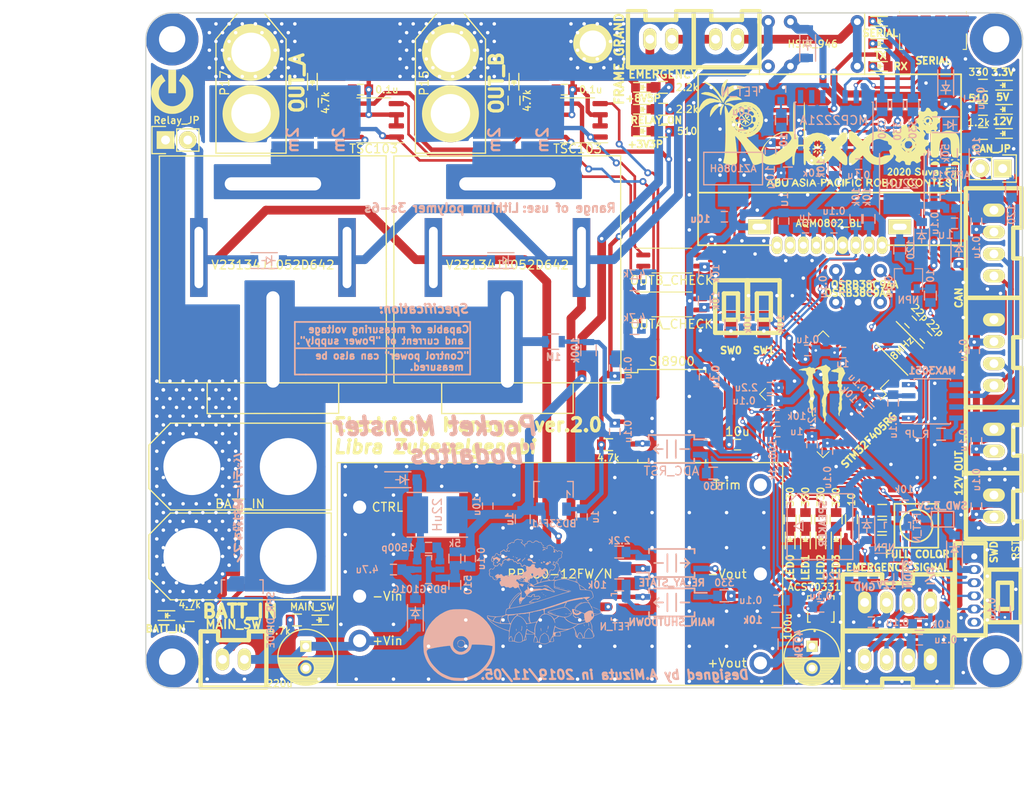
<source format=kicad_pcb>
(kicad_pcb (version 20171130) (host pcbnew "(5.1.4)-1")
  (layers (0 F.Cu signal) (31 B.Cu signal) (34 B.Paste user) (35 F.Paste user) (36 B.SilkS user) (37 F.SilkS user) (38 B.Mask user) (39 F.Mask user) (44 Edge.Cuts user))
  (net 0 "")
  (net 1 GND)
  (net 2 /OSC_IN)
  (net 3 +12V)
  (net 4 +3.3V)
  (net 5 /OSC_OUT)
  (net 6 "Net-(C11-Pad1)")
  (net 7 "Net-(C13-Pad1)")
  (net 8 +5V)
  (net 9 "Net-(C20-Pad2)")
  (net 10 "Net-(C21-Pad2)")
  (net 11 "Net-(C21-Pad1)")
  (net 12 3V3)
  (net 13 GNDPWR)
  (net 14 "Net-(C23-Pad1)")
  (net 15 "Net-(C23-Pad2)")
  (net 16 "Net-(C31-Pad1)")
  (net 17 /24V)
  (net 18 /ADC12_IN4)
  (net 19 "Net-(C35-Pad1)")
  (net 20 /Voltage)
  (net 21 /ADC12_IN5)
  (net 22 /ADC12_IN6)
  (net 23 "Net-(D1-Pad2)")
  (net 24 "Net-(D1-Pad1)")
  (net 25 "Net-(D2-Pad1)")
  (net 26 "Net-(D3-Pad1)")
  (net 27 "Net-(D4-Pad1)")
  (net 28 "Net-(D5-Pad1)")
  (net 29 "Net-(D6-Pad1)")
  (net 30 "Net-(D7-Pad1)")
  (net 31 "Net-(D8-Pad1)")
  (net 32 "Net-(D9-Pad1)")
  (net 33 +BATT)
  (net 34 "Net-(D10-Pad3)")
  (net 35 "Net-(D13-Pad1)")
  (net 36 "Net-(D14-Pad1)")
  (net 37 "Net-(D15-Pad1)")
  (net 38 "Net-(D16-Pad1)")
  (net 39 "Net-(D17-Pad1)")
  (net 40 "Net-(D18-Pad1)")
  (net 41 "Net-(D19-Pad1)")
  (net 42 "Net-(D20-Pad1)")
  (net 43 /Relay_Out)
  (net 44 "Net-(JP3-Pad1)")
  (net 45 /CAN_L)
  (net 46 /SWDIO)
  (net 47 /SWCLK)
  (net 48 /CAN_H)
  (net 49 /Relay_state)
  (net 50 /Fource_shutdown)
  (net 51 /USART1_TX)
  (net 52 /USART1_RX)
  (net 53 "Net-(P10-Pad2)")
  (net 54 /Coil)
  (net 55 "Net-(IC2-Pad3)")
  (net 56 "Net-(Q2-Pad1)")
  (net 57 "Net-(Q3-Pad1)")
  (net 58 "Net-(Q3-Pad3)")
  (net 59 /PB5)
  (net 60 "Net-(R8-Pad1)")
  (net 61 /PC0)
  (net 62 "Net-(IC3-Pad2)")
  (net 63 "Net-(R12-Pad1)")
  (net 64 /PC1)
  (net 65 "Net-(IC2-Pad1)")
  (net 66 /PC3)
  (net 67 /PC4)
  (net 68 /PC5)
  (net 69 /TIM1_CH1)
  (net 70 /TIM1_CH2)
  (net 71 /TIM1_CH3)
  (net 72 /TIM1_CH4)
  (net 73 "Net-(IC4-Pad2)")
  (net 74 /I2C2_SCL)
  (net 75 /I2C2_SDA)
  (net 76 "Net-(IC4-Pad4)")
  (net 77 /FB)
  (net 78 "Net-(R47-Pad2)")
  (net 79 /CAN1_TX)
  (net 80 /CAN1_RX)
  (net 81 "Net-(U1-Pad5)")
  (net 82 "Net-(U2-Pad3)")
  (net 83 /PC2)
  (net 84 /USART2_TX)
  (net 85 /USART2_RX)
  (net 86 "Net-(U2-Pad45)")
  (net 87 "Net-(U2-Pad51)")
  (net 88 "Net-(U2-Pad52)")
  (net 89 "Net-(U2-Pad53)")
  (net 90 "Net-(U2-Pad54)")
  (net 91 "Net-(U2-Pad55)")
  (net 92 "Net-(U2-Pad56)")
  (net 93 "Net-(U4-Pad1)")
  (net 94 "Net-(U6-Pad6)")
  (net 95 "Net-(U6-Pad11)")
  (net 96 "Net-(U6-Pad14)")
  (net 97 "Net-(U6-Pad15)")
  (net 98 "Net-(U9-Pad4)")
  (net 99 "Net-(P1-Pad6)")
  (net 100 "Net-(C25-Pad1)")
  (net 101 /ADC12_IN7)
  (net 102 /PC15)
  (net 103 "Net-(P11-Pad2)")
  (net 104 "Net-(R44-Pad2)")
  (net 105 /PB15)
  (net 106 /PB14)
  (net 107 /PB13)
  (net 108 /PB12)
  (net 109 "Net-(D25-Pad1)")
  (net 110 "Net-(Q7-Pad1)")
  (net 111 "Net-(U19-Pad8)")
  (net 112 "Net-(D26-Pad2)")
  (net 113 "Net-(D27-Pad2)")
  (net 114 "Net-(D28-Pad2)")
  (net 115 "Net-(D29-Pad1)")
  (net 116 "Net-(R59-Pad2)")
  (net 117 "Net-(U19-Pad9)")
  (net 118 "Net-(U19-Pad10)")
  (net 119 /D-)
  (net 120 /D+)
  (net 121 "Net-(U22-Pad3)")
  (net 122 "Net-(J1-Pad6)")
  (net 123 "Net-(J1-Pad4)")
  (net 124 "Net-(R19-Pad2)")
  (net 125 "Net-(R51-Pad2)")
  (net 126 "Net-(R58-Pad2)")
  (net 127 "Net-(C36-Pad1)")
  (net 128 "Net-(C36-Pad2)")
  (net 129 /PC13)
  (net 130 "Net-(R29-Pad2)")
  (net 131 "Net-(Q2-Pad3)")
  (net 132 "Net-(R1-Pad2)")
  (net 133 "Net-(R5-Pad2)")
  (net 134 /PC6)
  (net 135 /PC7)
  (net 136 /PC8)
  (net 137 /PC9)
  (net 138 /ADC12_IN9)
  (net 139 /ADC12_IN8)
  (net 140 "Net-(R21-Pad2)")
  (net 141 "Net-(C30-Pad1)")
  (net 142 /~RST)
  (net 143 OUT_A)
  (net 144 OUT_B)
  (net 145 "Net-(R50-Pad2)")
  (net 146 /OUTB_Current)
  (net 147 /OUTA_Current)
  (net 148 /CoilReadPin_PA15)
  (net 149 "Net-(U2-Pad28)")
  (net 150 /PA1)
  (net 151 /PA0)
  (net 152 +8V)
  (net 153 /To_CurrentA)
  (net 154 /To_CurrentB)
  (module Mizz_lib:WSHP2818 (layer B.Cu) (at 70 112.5 90)
    (fp_text reference R56 hide)
    (fp_text value 2m (at 0 0 90) (layer B.SilkS) (effects (font (size 1.27 1.27) (thickness 0.254)) (justify mirror)))
    (pad 2 smd rect (at 2.1 0 90) (size 3.9 4.85) (layers B.Cu B.Paste B.Mask) (net 143 OUT_A))
    (pad 1 smd rect (at -2.1 0 90) (size 3.9 4.85) (layers B.Cu B.Paste B.Mask) (net 153 /To_CurrentA))
  )
  (module Mizz_lib:WSHP2818 (layer B.Cu) (at 64.75 112.5 90)
    (fp_text reference R55 hide)
    (fp_text value 2m (at 0 0 90) (layer B.SilkS) (effects (font (size 1.27 1.27) (thickness 0.254)) (justify mirror)))
    (pad 1 smd rect (at -2.1 0 90) (size 3.9 4.85) (layers B.Cu B.Paste B.Mask) (net 153 /To_CurrentA))
    (pad 2 smd rect (at 2.1 0 90) (size 3.9 4.85) (layers B.Cu B.Paste B.Mask) (net 143 OUT_A))
  )
  (module Mizz_lib:SOIJ-4_5.3x5.3mm_Pitch1.27mm (layer B.Cu) (at 107.96 147.75 180)
    (fp_text reference IC4 hide)
    (fp_text value ADC_RST (at 0 -2.5) (layer B.SilkS) (effects (justify mirror)))
    (pad 4 smd rect (at 3.3 0.635 180) (size 1.7 0.65) (layers B.Cu B.Paste B.Mask) (net 76 "Net-(IC4-Pad4)"))
    (pad 3 smd rect (at 3.3 -0.635 180) (size 1.7 0.65) (layers B.Cu B.Paste B.Mask) (net 13 GNDPWR))
    (pad 2 smd rect (at -3.3 -0.635 180) (size 1.7 0.65) (layers B.Cu B.Paste B.Mask) (net 73 "Net-(IC4-Pad2)"))
    (pad 1 smd rect (at -3.3 0.635 180) (size 1.7 0.65) (layers B.Cu B.Paste B.Mask) (net 105 /PB15))
  )
  (module Mizz_lib:OSRB38C9AA (layer F.Cu) (at 129.25 127.4 180)
    (fp_text reference U21 hide)
    (fp_text value OSRB38C9AA (at 0 -2.54) (layer F.SilkS) (effects (font (size 0.8 0.8) (thickness 0.2))))
    (pad 1 thru_hole circle (at -2.54 0 180) (size 1.524 1.524) (drill 0.762) (layers *.Cu *.Mask) (net 61 /PC0))
    (pad 2 thru_hole circle (at 0 0 180) (size 1.524 1.524) (drill 0.762) (layers *.Cu *.Mask) (net 1 GND))
    (pad 3 thru_hole circle (at 2.54 0 180) (size 1.524 1.524) (drill 0.762) (layers *.Cu *.Mask) (net 8 +5V))
  )
  (module Mizz_lib:C_0603 (layer F.Cu) (at 135.25 133.25 315)
    (fp_text reference C5 hide)
    (fp_text value 22p (at 0 -1.5 315) (layer F.SilkS) (effects (font (size 0.8 0.8))))
    (pad 1 smd rect (at -0.949999 0 315) (size 1 1.2) (layers F.Cu F.Paste F.Mask) (net 5 /OSC_OUT))
    (pad 2 smd rect (at 0.93 0 315) (size 1 1.2) (layers F.Cu F.Paste F.Mask) (net 1 GND))
  )
  (module Mizz_lib:Crystal_SMD_5032_2Pads (layer F.Cu) (at 134.25 136.25 135)
    (fp_text reference X1 hide)
    (fp_text value 8MHz (at 0 0 -135) (layer F.SilkS) (effects (font (size 0.8 0.8))))
    (pad 2 smd rect (at 2.05 0 135) (size 2 2.4) (layers F.Cu F.Paste F.Mask) (net 5 /OSC_OUT))
    (pad 1 smd rect (at -2.05 0 135) (size 2 2.4) (layers F.Cu F.Paste F.Mask) (net 2 /OSC_IN))
  )
  (module Mizz_lib:C_0603 (layer B.Cu) (at 124 147.25 270)
    (fp_text reference C13 hide)
    (fp_text value 2.2u (at -3 0 270) (layer B.SilkS) (effects (font (size 0.8 0.8)) (justify mirror)))
    (pad 2 smd rect (at 0.93 0 270) (size 1 1.2) (layers B.Cu B.Paste B.Mask) (net 1 GND))
    (pad 1 smd rect (at -0.949999 0 270) (size 1 1.2) (layers B.Cu B.Paste B.Mask) (net 7 "Net-(C13-Pad1)"))
  )
  (module Mizz_lib:R_0603 (layer F.Cu) (at 132 156.5)
    (fp_text reference R5 hide)
    (fp_text value 330)
    (pad 1 smd rect (at -0.78 0) (size 1 1.2) (layers F.Cu F.Paste F.Mask) (net 71 /TIM1_CH3))
    (pad 2 smd rect (at 0.78 0) (size 1 1.2) (layers F.Cu F.Paste F.Mask) (net 133 "Net-(R5-Pad2)"))
  )
  (module Mizz_lib:R_0603 (layer F.Cu) (at 131.97 158.25)
    (fp_text reference R21 hide)
    (fp_text value 330)
    (pad 2 smd rect (at 0.78 0) (size 1 1.2) (layers F.Cu F.Paste F.Mask) (net 140 "Net-(R21-Pad2)"))
    (pad 1 smd rect (at -0.78 0) (size 1 1.2) (layers F.Cu F.Paste F.Mask) (net 70 /TIM1_CH2))
  )
  (module Mizz_lib:R_0603 (layer F.Cu) (at 132 154.75)
    (fp_text reference R1 hide)
    (fp_text value 330)
    (pad 2 smd rect (at 0.78 0) (size 1 1.2) (layers F.Cu F.Paste F.Mask) (net 132 "Net-(R1-Pad2)"))
    (pad 1 smd rect (at -0.78 0) (size 1 1.2) (layers F.Cu F.Paste F.Mask) (net 72 /TIM1_CH4))
  )
  (module Mizz_lib:C_0603 (layer B.Cu) (at 133.25 142.5 270)
    (fp_text reference C4 hide)
    (fp_text value 0.1u (at 2.75 0 270) (layer B.SilkS) (effects (font (size 0.8 0.8)) (justify mirror)))
    (pad 1 smd rect (at -0.95 0 270) (size 1 1.2) (layers B.Cu B.Paste B.Mask) (net 4 +3.3V))
    (pad 2 smd rect (at 0.93 0 270) (size 1 1.2) (layers B.Cu B.Paste B.Mask) (net 1 GND))
  )
  (module Mizz_lib:C_0603 (layer B.Cu) (at 119.25 140.75 180)
    (fp_text reference C11 hide)
    (fp_text value 2.2u (at 2.75 0 180) (layer B.SilkS) (effects (font (size 0.8 0.8)) (justify mirror)))
    (pad 1 smd rect (at -0.949999 0 180) (size 1 1.2) (layers B.Cu B.Paste B.Mask) (net 6 "Net-(C11-Pad1)"))
    (pad 2 smd rect (at 0.93 0 180) (size 1 1.2) (layers B.Cu B.Paste B.Mask) (net 1 GND))
  )
  (module Mizz_lib:Inductor_Taiyo-Yuden_NR-50xx_HandSoldering (layer B.Cu) (at 134.25 117.5 90)
    (fp_text reference L1 hide)
    (fp_text value 22uH (at 0 0) (layer B.SilkS) (effects (justify mirror)))
    (pad 2 smd rect (at 2.25 0 90) (size 2.4 4.2) (layers B.Cu B.Paste B.Mask) (net 35 "Net-(D13-Pad1)"))
    (pad 1 smd rect (at -2.25 0 90) (size 2.4 4.2) (layers B.Cu B.Paste B.Mask) (net 14 "Net-(C23-Pad1)"))
  )
  (module Mizz_lib:C_0603 (layer B.Cu) (at 126.5 122.5)
    (fp_text reference C19 hide)
    (fp_text value 0.1u (at 0 -1.9) (layer B.SilkS) (effects (font (size 0.8 0.8)) (justify mirror)))
    (pad 1 smd rect (at -0.95 0) (size 1 1.2) (layers B.Cu B.Paste B.Mask) (net 4 +3.3V))
    (pad 2 smd rect (at 0.93 0) (size 1 1.2) (layers B.Cu B.Paste B.Mask) (net 1 GND))
  )
  (module Mizz_lib:SOD-123 (layer B.Cu) (at 140.75 125 90)
    (fp_text reference D12 hide)
    (fp_text value DIODE hide)
    (pad 1 smd rect (at -1.635 0 90) (size 0.91 1.22) (layers B.Cu B.Paste B.Mask) (net 3 +12V))
    (pad 2 smd rect (at 1.635 0 90) (size 0.91 1.22) (layers B.Cu B.Paste B.Mask) (net 100 "Net-(C25-Pad1)"))
  )
  (module Mizz_lib:R_0603 (layer B.Cu) (at 120.5 110.25 90)
    (fp_text reference R48 hide)
    (fp_text value 10 (at -2.25 0.25 90) (layer B.SilkS) (effects (font (size 0.8 0.8) (thickness 0.2)) (justify mirror)))
    (pad 1 smd rect (at -0.78 0 90) (size 1 1.2) (layers B.Cu B.Paste B.Mask) (net 83 /PC2))
    (pad 2 smd rect (at 0.78 0 90) (size 1 1.2) (layers B.Cu B.Paste B.Mask) (net 110 "Net-(Q7-Pad1)"))
  )
  (module Mizz_lib:LED_0603 (layer F.Cu) (at 123.25 158.03 90)
    (fp_text reference D6 hide)
    (fp_text value LED1 (at -3.22 0 90) (layer F.SilkS) (effects (font (size 0.8 0.8) (thickness 0.2))))
    (pad 2 smd rect (at -0.88 0 270) (size 1 1.2) (layers F.Cu F.Paste F.Mask) (net 1 GND))
    (pad 1 smd rect (at 0.88 0 270) (size 1 1.2) (layers F.Cu F.Paste F.Mask) (net 29 "Net-(D6-Pad1)"))
  )
  (module Mizz_lib:C_0603 (layer B.Cu) (at 119.25 142.25)
    (fp_text reference C9 hide)
    (fp_text value 0.1u (at -3 0) (layer B.SilkS) (effects (font (size 0.8 0.8)) (justify mirror)))
    (pad 2 smd rect (at 0.93 0) (size 1 1.2) (layers B.Cu B.Paste B.Mask) (net 4 +3.3V))
    (pad 1 smd rect (at -0.95 0) (size 1 1.2) (layers B.Cu B.Paste B.Mask) (net 1 GND))
  )
  (module Mizz_lib:UGCT7525AN4 (layer B.Cu) (at 125.25 156.25 180)
    (fp_text reference SP1 hide)
    (fp_text value SPEAKER (at 0 0 270) (layer B.SilkS) (effects (font (size 0.8 0.8) (thickness 0.2)) (justify mirror)))
    (pad 3 smd rect (at 3.6 -3.6 180) (size 2.3 2.3) (layers B.Cu B.Paste B.Mask))
    (pad 2 smd rect (at -3 -3.6 180) (size 2.3 2.3) (layers B.Cu B.Paste B.Mask) (net 32 "Net-(D9-Pad1)"))
    (pad 1 smd rect (at -3 3 180) (size 2.3 2.3) (layers B.Cu B.Paste B.Mask) (net 4 +3.3V))
  )
  (module Mizz_lib:C_0603 (layer B.Cu) (at 111.75 139.5 270)
    (fp_text reference C27 hide)
    (fp_text value 0.1u (at 0 -1.25 270) (layer B.SilkS) (effects (font (size 0.8 0.8) (thickness 0.2)) (justify mirror)))
    (pad 2 smd rect (at 0.93 0 270) (size 1 1.2) (layers B.Cu B.Paste B.Mask) (net 1 GND))
    (pad 1 smd rect (at -0.95 0 270) (size 1 1.2) (layers B.Cu B.Paste B.Mask) (net 4 +3.3V))
  )
  (module Mizz_lib:C_0603 (layer B.Cu) (at 120 165 180)
    (fp_text reference C44 hide)
    (fp_text value 0.1u (at 3 0 180) (layer B.SilkS) (effects (font (size 0.8 0.8)) (justify mirror)))
    (pad 1 smd rect (at -0.95 0 180) (size 1 1.2) (layers B.Cu B.Paste B.Mask) (net 139 /ADC12_IN8))
    (pad 2 smd rect (at 0.93 0 180) (size 1 1.2) (layers B.Cu B.Paste B.Mask) (net 1 GND))
  )
  (module Mizz_lib:SOT-23 (layer B.Cu) (at 119.5 107 180)
    (fp_text reference Q7 hide)
    (fp_text value FET_N (at 3.75 0 180) (layer B.SilkS) (effects (justify mirror)))
    (pad 1 smd rect (at -0.95 -1.00076 180) (size 0.8001 0.8001) (layers B.Cu B.Paste B.Mask) (net 110 "Net-(Q7-Pad1)"))
    (pad 2 smd rect (at 0.95 -1.00076 180) (size 0.8001 0.8001) (layers B.Cu B.Paste B.Mask) (net 1 GND))
    (pad 3 smd rect (at 0 0.99822 180) (size 0.8001 0.8001) (layers B.Cu B.Paste B.Mask) (net 109 "Net-(D25-Pad1)"))
  )
  (module Mizz_lib:R_0603 (layer B.Cu) (at 146.75 118.25 90)
    (fp_text reference R6 hide)
    (fp_text value 120 (at -2.75 0 90) (layer B.SilkS) (effects (font (size 0.8 0.8)) (justify mirror)))
    (pad 2 smd rect (at 0.78 0 90) (size 1 1.2) (layers B.Cu B.Paste B.Mask) (net 44 "Net-(JP3-Pad1)"))
    (pad 1 smd rect (at -0.78 0 90) (size 1 1.2) (layers B.Cu B.Paste B.Mask) (net 48 /CAN_H))
  )
  (module RP_KiCAD_Connector:XT60_F (layer F.Cu) (at 82.75 106 270)
    (fp_text reference P15 (at 0 3 270) (layer F.SilkS))
    (fp_text value OUT_B (at 0 -5.25 270) (layer F.SilkS) (effects (font (size 1.5 1.5) (thickness 0.375))))
    (pad 1 thru_hole circle (at -3.5 0 270) (size 6.5 6.5) (drill 4.5) (layers *.Cu *.Mask F.SilkS) (net 13 GNDPWR))
    (pad 2 thru_hole circle (at 3.5 0 270) (size 6.5 6.5) (drill 4.5) (layers *.Cu *.Mask F.SilkS) (net 144 OUT_B))
  )
  (module RP_KiCAD_Connector:XT60_M (layer F.Cu) (at 60 106 270)
    (fp_text reference P17 (at 0 3 270) (layer F.SilkS))
    (fp_text value OUT_A (at 0 -5.25 270) (layer F.SilkS) (effects (font (size 1.5 1.5) (thickness 0.375))))
    (pad 2 thru_hole circle (at 3.5 0 270) (size 6.5 6.5) (drill 4.5) (layers *.Cu *.Mask F.SilkS) (net 143 OUT_A))
    (pad 1 thru_hole circle (at -3.5 0 270) (size 6.5 6.5) (drill 4.5) (layers *.Cu *.Mask F.SilkS) (net 13 GNDPWR))
  )
  (module Mizz_lib:GS2 (layer B.Cu) (at 138.885 155.75 90)
    (fp_text reference JP2 hide)
    (fp_text value SWD_3.3V (at 1.524 0) (layer B.SilkS) (effects (font (size 0.8 0.8) (thickness 0.2)) (justify mirror)))
    (pad 2 smd rect (at 0 -0.635 90) (size 1.27 0.9652) (layers B.Cu B.Paste B.Mask) (net 4 +3.3V))
    (pad 1 smd rect (at 0 0.635 90) (size 1.27 0.9652) (layers B.Cu B.Paste B.Mask) (net 23 "Net-(D1-Pad2)"))
  )
  (module Mizz_lib:C_0603 (layer B.Cu) (at 131.25 142.25 135)
    (fp_text reference C12 hide)
    (fp_text value 0.1u (at 2.828427 0 135) (layer B.SilkS) (effects (font (size 0.8 0.8)) (justify mirror)))
    (pad 1 smd rect (at -0.949999 0 135) (size 1 1.2) (layers B.Cu B.Paste B.Mask) (net 1 GND))
    (pad 2 smd rect (at 0.93 0 135) (size 1 1.2) (layers B.Cu B.Paste B.Mask) (net 4 +3.3V))
  )
  (module Mizz_lib:C_0603 (layer B.Cu) (at 120.75 121.75 270)
    (fp_text reference C20 hide)
    (fp_text value 1u (at -2.5 0 270) (layer B.SilkS) (effects (justify mirror)))
    (pad 2 smd rect (at 0.93 0 270) (size 1 1.2) (layers B.Cu B.Paste B.Mask) (net 9 "Net-(C20-Pad2)"))
    (pad 1 smd rect (at -0.95 0 270) (size 1 1.2) (layers B.Cu B.Paste B.Mask) (net 4 +3.3V))
  )
  (module Mizz_lib:C_0603 (layer B.Cu) (at 138 119 90)
    (fp_text reference C23 hide)
    (fp_text value 0.1u (at -3 0 90) (layer B.SilkS) (effects (font (size 0.8 0.8)) (justify mirror)))
    (pad 1 smd rect (at -0.95 0 90) (size 1 1.2) (layers B.Cu B.Paste B.Mask) (net 14 "Net-(C23-Pad1)"))
    (pad 2 smd rect (at 0.93 0 90) (size 1 1.2) (layers B.Cu B.Paste B.Mask) (net 15 "Net-(C23-Pad2)"))
  )
  (module Mizz_lib:C_0603 (layer B.Cu) (at 119.25 113.75 270)
    (fp_text reference C24 hide)
    (fp_text value 10u (at 3 0 270) (layer B.SilkS) (effects (justify mirror)))
    (pad 1 smd rect (at -0.95 0 270) (size 1 1.2) (layers B.Cu B.Paste B.Mask) (net 8 +5V))
    (pad 2 smd rect (at 0.93 0 270) (size 1 1.2) (layers B.Cu B.Paste B.Mask) (net 1 GND))
  )
  (module Mizz_lib:C_0603 (layer B.Cu) (at 140.25 122 180)
    (fp_text reference C25 hide)
    (fp_text value 1u (at 1 -1.25 180) (layer B.SilkS) (effects (justify mirror)))
    (pad 2 smd rect (at 0.93 0 180) (size 1 1.2) (layers B.Cu B.Paste B.Mask) (net 1 GND))
    (pad 1 smd rect (at -0.95 0 180) (size 1 1.2) (layers B.Cu B.Paste B.Mask) (net 100 "Net-(C25-Pad1)"))
  )
  (module Mizz_lib:C_0603 (layer B.Cu) (at 114 121.25 180)
    (fp_text reference C26 hide)
    (fp_text value 10u (at 2.75 -0.25 180) (layer B.SilkS) (effects (font (size 0.8 0.8) (thickness 0.2)) (justify mirror)))
    (pad 1 smd rect (at -0.95 0 180) (size 1 1.2) (layers B.Cu B.Paste B.Mask) (net 4 +3.3V))
    (pad 2 smd rect (at 0.93 0 180) (size 1 1.2) (layers B.Cu B.Paste B.Mask) (net 1 GND))
  )
  (module Mizz_lib:C_0603 (layer F.Cu) (at 115.5 147.25)
    (fp_text reference C28 hide)
    (fp_text value 10u (at 0 -1.5) (layer F.SilkS))
    (pad 2 smd rect (at 0.93 0) (size 1 1.2) (layers F.Cu F.Paste F.Mask) (net 1 GND))
    (pad 1 smd rect (at -0.95 0) (size 1 1.2) (layers F.Cu F.Paste F.Mask) (net 4 +3.3V))
  )
  (module Capacitors_ThroughHole:C_Radial_D6.3_L11.2_P2.5 (layer F.Cu) (at 66.25 170.25 270)
    (fp_text reference C32 hide)
    (fp_text value 220u (at 4.25 3) (layer F.SilkS) (effects (font (size 0.8 0.8))))
    (pad 2 thru_hole circle (at 2.5 0 270) (size 1.3 1.3) (drill 0.8) (layers *.Cu *.Mask F.SilkS) (net 13 GNDPWR))
    (pad 1 thru_hole rect (at 0 0 270) (size 1.3 1.3) (drill 0.8) (layers *.Cu *.Mask F.SilkS) (net 17 /24V))
  )
  (module Capacitors_ThroughHole:C_Radial_D6.3_L11.2_P2.5 (layer F.Cu) (at 124 170.25 270)
    (fp_text reference C35 hide)
    (fp_text value 100u (at -2.25 2.75 90) (layer F.SilkS) (effects (font (size 0.8 0.8))))
    (pad 1 thru_hole rect (at 0 0 270) (size 1.3 1.3) (drill 0.8) (layers *.Cu *.Mask F.SilkS) (net 19 "Net-(C35-Pad1)"))
    (pad 2 thru_hole circle (at 2.5 0 270) (size 1.3 1.3) (drill 0.8) (layers *.Cu *.Mask F.SilkS) (net 1 GND))
  )
  (module Mizz_lib:SOD-123 (layer B.Cu) (at 140.25 159.25 90)
    (fp_text reference D1 hide)
    (fp_text value DIODE hide)
    (pad 2 smd rect (at 1.635 0 90) (size 0.91 1.22) (layers B.Cu B.Paste B.Mask) (net 23 "Net-(D1-Pad2)"))
    (pad 1 smd rect (at -1.635 0 90) (size 0.91 1.22) (layers B.Cu B.Paste B.Mask) (net 24 "Net-(D1-Pad1)"))
  )
  (module Mizz_lib:SOD-123 (layer B.Cu) (at 130.25 156.5 90)
    (fp_text reference D9 hide)
    (fp_text value DIODE hide)
    (pad 1 smd rect (at -1.635 0 90) (size 0.91 1.22) (layers B.Cu B.Paste B.Mask) (net 32 "Net-(D9-Pad1)"))
    (pad 2 smd rect (at 1.635 0 90) (size 0.91 1.22) (layers B.Cu B.Paste B.Mask) (net 4 +3.3V))
  )
  (module Mizz_lib:SOD-123 (layer B.Cu) (at 136.5 123.5 90)
    (fp_text reference D11 hide)
    (fp_text value DIODE hide)
    (pad 2 smd rect (at 1.635 0 90) (size 0.91 1.22) (layers B.Cu B.Paste B.Mask) (net 14 "Net-(C23-Pad1)"))
    (pad 1 smd rect (at -1.635 0 90) (size 0.91 1.22) (layers B.Cu B.Paste B.Mask) (net 1 GND))
  )
  (module Mizz_lib:SOD-123 (layer B.Cu) (at 139.75 110.75)
    (fp_text reference D13 hide)
    (fp_text value DIODE hide)
    (pad 2 smd rect (at 1.635 0) (size 0.91 1.22) (layers B.Cu B.Paste B.Mask) (net 8 +5V))
    (pad 1 smd rect (at -1.635 0) (size 0.91 1.22) (layers B.Cu B.Paste B.Mask) (net 35 "Net-(D13-Pad1)"))
  )
  (module Mizz_lib:SOD-123 (layer B.Cu) (at 78.75 166.5 90)
    (fp_text reference D21 hide)
    (fp_text value DIODE hide)
    (pad 1 smd rect (at -1.635 0 90) (size 0.91 1.22) (layers B.Cu B.Paste B.Mask) (net 17 /24V))
    (pad 2 smd rect (at 1.635 0 90) (size 0.91 1.22) (layers B.Cu B.Paste B.Mask) (net 16 "Net-(C31-Pad1)"))
  )
  (module Mizz_lib:Pin_Header_Straight_1x02 (layer F.Cu) (at 145.75 115.75 270)
    (fp_text reference JP3 hide)
    (fp_text value CAN_JP (at -2.25 1.25) (layer F.SilkS) (effects (font (size 0.8 0.8) (thickness 0.2))))
    (pad 1 thru_hole rect (at 0 0 270) (size 2.032 2.032) (drill 1.016) (layers *.Cu *.Mask F.SilkS) (net 44 "Net-(JP3-Pad1)"))
    (pad 2 thru_hole oval (at 0 2.54 270) (size 2.032 2.032) (drill 1.016) (layers *.Cu *.Mask F.SilkS) (net 45 /CAN_L))
  )
  (module Mizz_lib:XA_4T (layer F.Cu) (at 144.75 128 90)
    (fp_text reference P3 hide)
    (fp_text value CAN)
    (pad 4 thru_hole oval (at 0 0 90) (size 1.5 2.5) (drill 1) (layers *.Cu *.Mask F.SilkS) (net 45 /CAN_L))
    (pad 3 thru_hole oval (at 2.5 0 90) (size 1.5 2.5) (drill 1) (layers *.Cu *.Mask F.SilkS) (net 48 /CAN_H))
    (pad 2 thru_hole oval (at 5 0 90) (size 1.5 2.5) (drill 1) (layers *.Cu *.Mask F.SilkS) (net 3 +12V))
    (pad 1 thru_hole oval (at 7.5 0 90) (size 1.5 2.5) (drill 1) (layers *.Cu *.Mask F.SilkS) (net 1 GND))
  )
  (module Mizz_lib:XA_2T (layer F.Cu) (at 59.25 171.75 180)
    (fp_text reference P9 hide)
    (fp_text value MAIN_SW (at 1.25 4 180) (layer F.SilkS) (effects (font (thickness 0.2))))
    (pad 2 thru_hole oval (at 0 0 180) (size 1.5 2.5) (drill 1) (layers *.Cu *.Mask F.SilkS) (net 17 /24V))
    (pad 1 thru_hole oval (at 2.5 0 180) (size 1.5 2.5) (drill 1) (layers *.Cu *.Mask F.SilkS) (net 34 "Net-(D10-Pad3)"))
  )
  (module Mizz_lib:XT90PB (layer F.Cu) (at 58.75 160 180)
    (fp_text reference P13 hide)
    (fp_text value BATT_IN (at 0 -6.25 180) (layer F.SilkS) (effects (font (size 1.5 1.5) (thickness 0.375))))
    (pad 1 thru_hole circle (at 5.5 0 180) (size 8.5 8.5) (drill 6.5) (layers *.Cu *.Mask) (net 13 GNDPWR))
    (pad 2 thru_hole circle (at -5.5 0 180) (size 8.5 8.5) (drill 6.5) (layers *.Cu *.Mask) (net 33 +BATT))
  )
  (module Mizz_lib:XT90PB (layer F.Cu) (at 58.75 149.75 180)
    (fp_text reference P16 hide)
    (fp_text value BATT_IN (at 0 -4.25 180) (layer F.SilkS))
    (pad 2 thru_hole circle (at -5.5 0 180) (size 8.5 8.5) (drill 6.5) (layers *.Cu *.Mask) (net 33 +BATT))
    (pad 1 thru_hole circle (at 5.5 0 180) (size 8.5 8.5) (drill 6.5) (layers *.Cu *.Mask) (net 13 GNDPWR))
  )
  (module Mizz_lib:SW_SPST_CK_RS282G05A3 (layer F.Cu) (at 146 164.5 270)
    (fp_text reference SW1 hide)
    (fp_text value RST (at -5.25 -1.25 270) (layer F.SilkS) (effects (font (size 0.8 0.8))))
    (pad 2 smd rect (at -2.8 0 270) (size 2.6 1.5) (layers F.Cu F.Paste F.Mask) (net 1 GND))
    (pad 1 smd rect (at 2.8 0 270) (size 2.6 1.5) (layers F.Cu F.Paste F.Mask) (net 142 /~RST))
  )
  (module Mizz_lib:TSOT-6-MK06A (layer B.Cu) (at 140.25 119)
    (fp_text reference U5 hide)
    (fp_text value AP3211 (at -0.5 -2.5) (layer B.SilkS) (effects (font (size 0.8 0.8)) (justify mirror)))
    (pad 6 smd rect (at -0.94996 1.30048) (size 0.69088 1.00076) (layers B.Cu B.Paste B.Mask) (net 14 "Net-(C23-Pad1)"))
    (pad 5 smd rect (at 0 1.30048) (size 0.69088 1.00076) (layers B.Cu B.Paste B.Mask) (net 100 "Net-(C25-Pad1)"))
    (pad 4 smd rect (at 0.94996 1.30048) (size 0.69088 1.00076) (layers B.Cu B.Paste B.Mask) (net 100 "Net-(C25-Pad1)"))
    (pad 3 smd rect (at 0.94996 -1.30048) (size 0.69088 1.00076) (layers B.Cu B.Paste B.Mask) (net 77 /FB))
    (pad 2 smd rect (at 0 -1.30048) (size 0.69088 1.00076) (layers B.Cu B.Paste B.Mask) (net 1 GND))
    (pad 1 smd rect (at -0.94996 -1.30048) (size 0.69088 1.00076) (layers B.Cu B.Paste B.Mask) (net 15 "Net-(C23-Pad2)"))
  )
  (module Mizz_lib:AZ1086H (layer B.Cu) (at 115 115.75)
    (fp_text reference U7 hide)
    (fp_text value AZ1086H (at 0 0) (layer B.SilkS) (effects (font (size 0.8 0.8)) (justify mirror)))
    (pad 2 smd rect (at 0 -2.9) (size 1.2 2) (layers B.Cu B.Paste B.Mask) (net 4 +3.3V))
    (pad 1 smd rect (at -2.3 -2.9) (size 1.2 2) (layers B.Cu B.Paste B.Mask) (net 1 GND))
    (pad 3 smd rect (at 2.3 -2.9) (size 1.2 2) (layers B.Cu B.Paste B.Mask) (net 8 +5V))
    (pad 2 smd rect (at 0 3.1) (size 3.5 2.5) (layers B.Cu B.Paste B.Mask) (net 4 +3.3V))
  )
  (module Mizz_lib:V23134J1052D642 (layer F.Cu) (at 62.5 127.25)
    (fp_text reference U8 hide)
    (fp_text value V23134J1052D642 (at 0 -0.5) (layer F.SilkS))
    (pad 30 thru_hole rect (at 0 8) (size 3 13) (drill oval 1.5 11) (layers *.Cu *.Mask) (net 33 +BATT))
    (pad 86 thru_hole rect (at -8.45 -1.35) (size 2 9) (drill oval 1 7) (layers *.Cu *.Mask) (net 43 /Relay_Out))
    (pad 85 thru_hole rect (at 8.45 -1.35) (size 2 9) (drill oval 1 7) (layers *.Cu *.Mask) (net 54 /Coil))
    (pad 87 thru_hole rect (at 0 -9.75 90) (size 3 13) (drill oval 1.5 11) (layers *.Cu *.Mask) (net 153 /To_CurrentA))
  )
  (module Mizz_lib:V23134J1052D642 (layer F.Cu) (at 89.25 127.25)
    (fp_text reference U12 hide)
    (fp_text value V23134J1052D642 (at 0 -0.5) (layer F.SilkS))
    (pad 87 thru_hole rect (at 0 -9.75 90) (size 3 13) (drill oval 1.5 11) (layers *.Cu *.Mask) (net 154 /To_CurrentB))
    (pad 85 thru_hole rect (at 8.45 -1.35) (size 2 9) (drill oval 1 7) (layers *.Cu *.Mask) (net 54 /Coil))
    (pad 86 thru_hole rect (at -8.45 -1.35) (size 2 9) (drill oval 1 7) (layers *.Cu *.Mask) (net 43 /Relay_Out))
    (pad 30 thru_hole rect (at 0 8) (size 3 13) (drill oval 1.5 11) (layers *.Cu *.Mask) (net 33 +BATT))
  )
  (module Mizz_lib:SOIJ-4_5.3x5.3mm_Pitch1.27mm (layer B.Cu) (at 108 165.25 180)
    (fp_text reference IC2 hide)
    (fp_text value MAIN_SHUTDOWN (at 0 -2.25 180) (layer B.SilkS) (effects (font (size 0.8 0.8) (thickness 0.2)) (justify mirror)))
    (pad 1 smd rect (at -3.3 0.635 180) (size 1.7 0.65) (layers B.Cu B.Paste B.Mask) (net 65 "Net-(IC2-Pad1)"))
    (pad 2 smd rect (at -3.3 -0.635 180) (size 1.7 0.65) (layers B.Cu B.Paste B.Mask) (net 1 GND))
    (pad 3 smd rect (at 3.3 -0.635 180) (size 1.7 0.65) (layers B.Cu B.Paste B.Mask) (net 55 "Net-(IC2-Pad3)"))
    (pad 4 smd rect (at 3.3 0.635 180) (size 1.7 0.65) (layers B.Cu B.Paste B.Mask) (net 152 +8V))
  )
  (module Mizz_lib:SOIJ-4_5.3x5.3mm_Pitch1.27mm (layer B.Cu) (at 108 160.75)
    (fp_text reference IC3 hide)
    (fp_text value RELAY_STATE (at 0 2.25) (layer B.SilkS) (effects (font (size 0.8 0.8) (thickness 0.2)) (justify mirror)))
    (pad 4 smd rect (at 3.3 0.635) (size 1.7 0.65) (layers B.Cu B.Paste B.Mask) (net 49 /Relay_state))
    (pad 3 smd rect (at 3.3 -0.635) (size 1.7 0.65) (layers B.Cu B.Paste B.Mask) (net 1 GND))
    (pad 2 smd rect (at -3.3 -0.635) (size 1.7 0.65) (layers B.Cu B.Paste B.Mask) (net 62 "Net-(IC3-Pad2)"))
    (pad 1 smd rect (at -3.3 0.635) (size 1.7 0.65) (layers B.Cu B.Paste B.Mask) (net 54 /Coil))
  )
  (module Mizz_lib:ZH_6T (layer F.Cu) (at 142.5 160 270)
    (fp_text reference P1 hide)
    (fp_text value SWD (at -0.5 -2.25 270) (layer F.SilkS) (effects (font (size 0.8 0.8) (thickness 0.2))))
    (pad 1 thru_hole oval (at 0 0 270) (size 1 1.524) (drill 0.7) (layers *.Cu *.Mask) (net 1 GND))
    (pad 2 thru_hole oval (at 1.5 0 270) (size 1 1.524) (drill 0.7) (layers *.Cu *.Mask) (net 24 "Net-(D1-Pad1)"))
    (pad 3 thru_hole oval (at 3 0 270) (size 1 1.524) (drill 0.7) (layers *.Cu *.Mask) (net 47 /SWCLK))
    (pad 4 thru_hole oval (at 4.5 0 270) (size 1 1.524) (drill 0.7) (layers *.Cu *.Mask) (net 46 /SWDIO))
    (pad 5 thru_hole oval (at 6 0 270) (size 1 1.524) (drill 0.7) (layers *.Cu *.Mask) (net 142 /~RST))
    (pad 6 thru_hole oval (at 7.5 0 270) (size 1 1.524) (drill 0.7) (layers *.Cu *.Mask) (net 99 "Net-(P1-Pad6)"))
  )
  (module Mizz_lib:C_0603 (layer F.Cu) (at 137 135 135)
    (fp_text reference C1 hide)
    (fp_text value 22p (at 0 1.5 135) (layer F.SilkS) (effects (font (size 0.8 0.8))))
    (pad 1 smd rect (at -0.949999 0 135) (size 1 1.2) (layers F.Cu F.Paste F.Mask) (net 2 /OSC_IN))
    (pad 2 smd rect (at 0.93 0 135) (size 1 1.2) (layers F.Cu F.Paste F.Mask) (net 1 GND))
  )
  (module Mizz_lib:C_0603 (layer B.Cu) (at 142.5 136.5 270)
    (fp_text reference C2 hide)
    (fp_text value 0.1u (at 0 1.25 270) (layer B.SilkS) (effects (font (size 0.8 0.8)) (justify mirror)))
    (pad 1 smd rect (at -0.95 0 270) (size 1 1.2) (layers B.Cu B.Paste B.Mask) (net 3 +12V))
    (pad 2 smd rect (at 0.93 0 270) (size 1 1.2) (layers B.Cu B.Paste B.Mask) (net 1 GND))
  )
  (module Mizz_lib:C_0603 (layer B.Cu) (at 146 166 90)
    (fp_text reference C3 hide)
    (fp_text value 0.1u (at 0 -1.5 90) (layer B.SilkS) (effects (font (size 0.8 0.8)) (justify mirror)))
    (pad 1 smd rect (at -0.95 0 90) (size 1 1.2) (layers B.Cu B.Paste B.Mask) (net 142 /~RST))
    (pad 2 smd rect (at 0.93 0 90) (size 1 1.2) (layers B.Cu B.Paste B.Mask) (net 1 GND))
  )
  (module Mizz_lib:C_0603 (layer B.Cu) (at 142.75 121.75 90)
    (fp_text reference C6 hide)
    (fp_text value 0.1u (at -3 0 90) (layer B.SilkS) (effects (font (size 0.8 0.8)) (justify mirror)))
    (pad 2 smd rect (at 0.93 0 90) (size 1 1.2) (layers B.Cu B.Paste B.Mask) (net 1 GND))
    (pad 1 smd rect (at -0.95 0 90) (size 1 1.2) (layers B.Cu B.Paste B.Mask) (net 3 +12V))
  )
  (module Mizz_lib:C_0603 (layer B.Cu) (at 136.25 169.5)
    (fp_text reference C7 hide)
    (fp_text value 0.1u (at 3 0) (layer B.SilkS) (effects (font (size 0.8 0.8)) (justify mirror)))
    (pad 2 smd rect (at 0.93 0) (size 1 1.2) (layers B.Cu B.Paste B.Mask) (net 1 GND))
    (pad 1 smd rect (at -0.95 0) (size 1 1.2) (layers B.Cu B.Paste B.Mask) (net 3 +12V))
  )
  (module Mizz_lib:C_0603 (layer B.Cu) (at 123.5 136.5)
    (fp_text reference C8 hide)
    (fp_text value 0.1u (at 0 -1.25) (layer B.SilkS) (effects (font (size 0.8 0.8)) (justify mirror)))
    (pad 1 smd rect (at -0.95 0) (size 1 1.2) (layers B.Cu B.Paste B.Mask) (net 1 GND))
    (pad 2 smd rect (at 0.93 0) (size 1 1.2) (layers B.Cu B.Paste B.Mask) (net 4 +3.3V))
  )
  (module Mizz_lib:C_0603 (layer B.Cu) (at 125.75 148 90)
    (fp_text reference C10 hide)
    (fp_text value 0.1u (at -3 0 90) (layer B.SilkS) (effects (font (size 0.8 0.8)) (justify mirror)))
    (pad 2 smd rect (at 0.93 0 90) (size 1 1.2) (layers B.Cu B.Paste B.Mask) (net 4 +3.3V))
    (pad 1 smd rect (at -0.95 0 90) (size 1 1.2) (layers B.Cu B.Paste B.Mask) (net 1 GND))
  )
  (module Mizz_lib:C_0603 (layer B.Cu) (at 130.75 167.5 180)
    (fp_text reference C14 hide)
    (fp_text value 0.1u (at -3 0 180) (layer B.SilkS) (effects (font (size 0.8 0.8)) (justify mirror)))
    (pad 2 smd rect (at 0.93 0 180) (size 1 1.2) (layers B.Cu B.Paste B.Mask) (net 1 GND))
    (pad 1 smd rect (at -0.95 0 180) (size 1 1.2) (layers B.Cu B.Paste B.Mask) (net 3 +12V))
  )
  (module Mizz_lib:C_0603 (layer B.Cu) (at 127.5 136.75 180)
    (fp_text reference C15 hide)
    (fp_text value 1u (at 0 -1.25 180) (layer B.SilkS) (effects (font (size 0.8 0.8)) (justify mirror)))
    (pad 2 smd rect (at 0.93 0 180) (size 1 1.2) (layers B.Cu B.Paste B.Mask) (net 4 +3.3V))
    (pad 1 smd rect (at -0.95 0 180) (size 1 1.2) (layers B.Cu B.Paste B.Mask) (net 1 GND))
  )
  (module Mizz_lib:C_0603 (layer B.Cu) (at 142.75 154.25 90)
    (fp_text reference C16 hide)
    (fp_text value 0.1u (at 3 0 90) (layer B.SilkS) (effects (font (size 0.8 0.8)) (justify mirror)))
    (pad 2 smd rect (at 0.93 0 90) (size 1 1.2) (layers B.Cu B.Paste B.Mask) (net 1 GND))
    (pad 1 smd rect (at -0.95 0 90) (size 1 1.2) (layers B.Cu B.Paste B.Mask) (net 3 +12V))
  )
  (module Mizz_lib:C_0603 (layer B.Cu) (at 142.75 146.8 90)
    (fp_text reference C17 hide)
    (fp_text value 0.1u (at 0.05 -1.5 90) (layer B.SilkS) (effects (font (size 0.8 0.8)) (justify mirror)))
    (pad 1 smd rect (at -0.95 0 90) (size 1 1.2) (layers B.Cu B.Paste B.Mask) (net 3 +12V))
    (pad 2 smd rect (at 0.93 0 90) (size 1 1.2) (layers B.Cu B.Paste B.Mask) (net 1 GND))
  )
  (module Mizz_lib:C_0603 (layer B.Cu) (at 129.32 115.25)
    (fp_text reference C18 hide)
    (fp_text value 0.1u (at 0 1.25) (layer B.SilkS) (effects (font (size 0.8 0.8)) (justify mirror)))
    (pad 1 smd rect (at -0.95 0) (size 1 1.2) (layers B.Cu B.Paste B.Mask) (net 1 GND))
    (pad 2 smd rect (at 0.93 0) (size 1 1.2) (layers B.Cu B.Paste B.Mask) (net 4 +3.3V))
  )
  (module Mizz_lib:C_0603 (layer B.Cu) (at 123.25 122.5 180)
    (fp_text reference C21 hide)
    (fp_text value 1u (at 0 1.25 180) (layer B.SilkS) (effects (font (size 0.8 0.8)) (justify mirror)))
    (pad 2 smd rect (at 0.93 0 180) (size 1 1.2) (layers B.Cu B.Paste B.Mask) (net 10 "Net-(C21-Pad2)"))
    (pad 1 smd rect (at -0.95 0 180) (size 1 1.2) (layers B.Cu B.Paste B.Mask) (net 11 "Net-(C21-Pad1)"))
  )
  (module Mizz_lib:C_0603 (layer B.Cu) (at 142 107.75 90)
    (fp_text reference C29 hide)
    (fp_text value 0.1u (at 0 1.25 90) (layer B.SilkS) (effects (font (size 0.8 0.8)) (justify mirror)))
    (pad 2 smd rect (at 0.93 0 90) (size 1 1.2) (layers B.Cu B.Paste B.Mask) (net 1 GND))
    (pad 1 smd rect (at -0.95 0 90) (size 1 1.2) (layers B.Cu B.Paste B.Mask) (net 8 +5V))
  )
  (module Mizz_lib:C_0603 (layer B.Cu) (at 85 160.25 90)
    (fp_text reference C30 hide)
    (fp_text value 0.1u (at 0 1.25 90) (layer B.SilkS) (effects (font (size 0.8 0.8)) (justify mirror)))
    (pad 2 smd rect (at 0.93 0 90) (size 1 1.2) (layers B.Cu B.Paste B.Mask) (net 152 +8V))
    (pad 1 smd rect (at -0.95 0 90) (size 1 1.2) (layers B.Cu B.Paste B.Mask) (net 141 "Net-(C30-Pad1)"))
  )
  (module Mizz_lib:C_0603 (layer B.Cu) (at 76.25 161.5 180)
    (fp_text reference C31 hide)
    (fp_text value 4.7u (at 3 0 180) (layer B.SilkS) (effects (font (size 0.8 0.8)) (justify mirror)))
    (pad 2 smd rect (at 0.93 0 180) (size 1 1.2) (layers B.Cu B.Paste B.Mask) (net 13 GNDPWR))
    (pad 1 smd rect (at -0.95 0 180) (size 1 1.2) (layers B.Cu B.Paste B.Mask) (net 16 "Net-(C31-Pad1)"))
  )
  (module Mizz_lib:C_0603 (layer B.Cu) (at 101.5 145.75 270)
    (fp_text reference C38 hide)
    (fp_text value 0.1u (at 0 -1.5 270) (layer B.SilkS) (effects (font (size 0.8 0.8)) (justify mirror)))
    (pad 1 smd rect (at -0.95 0 270) (size 1 1.2) (layers B.Cu B.Paste B.Mask) (net 20 /Voltage))
    (pad 2 smd rect (at 0.93 0 270) (size 1 1.2) (layers B.Cu B.Paste B.Mask) (net 13 GNDPWR))
  )
  (module Mizz_lib:C_0603 (layer B.Cu) (at 125 165.75)
    (fp_text reference C41 hide)
    (fp_text value 0.1u (at 0 -1.25) (layer B.SilkS) (effects (font (size 0.8 0.8)) (justify mirror)))
    (pad 2 smd rect (at 0.93 0) (size 1 1.2) (layers B.Cu B.Paste B.Mask) (net 1 GND))
    (pad 1 smd rect (at -0.95 0) (size 1 1.2) (layers B.Cu B.Paste B.Mask) (net 4 +3.3V))
  )
  (module Mizz_lib:C_0603 (layer B.Cu) (at 120 145.75)
    (fp_text reference C42 hide)
    (fp_text value 1u (at 2.25 0) (layer B.SilkS) (effects (font (size 0.8 0.8)) (justify mirror)))
    (pad 1 smd rect (at -0.95 0) (size 1 1.2) (layers B.Cu B.Paste B.Mask) (net 138 /ADC12_IN9))
    (pad 2 smd rect (at 0.93 0) (size 1 1.2) (layers B.Cu B.Paste B.Mask) (net 1 GND))
  )
  (module Mizz_lib:C_0603 (layer B.Cu) (at 97.75 155.5 90)
    (fp_text reference C43 hide)
    (fp_text value 1u (at 0 1.5 90) (layer B.SilkS) (effects (font (size 0.8 0.8)) (justify mirror)))
    (pad 1 smd rect (at -0.95 0 90) (size 1 1.2) (layers B.Cu B.Paste B.Mask) (net 13 GNDPWR))
    (pad 2 smd rect (at 0.93 0 90) (size 1 1.2) (layers B.Cu B.Paste B.Mask) (net 12 3V3))
  )
  (module Mizz_lib:LED_0603 (layer F.Cu) (at 145.75 111.75 180)
    (fp_text reference D2 hide)
    (fp_text value 12V (at 0 1.4 180) (layer F.SilkS) (effects (font (size 0.8 0.8) (thickness 0.2))))
    (pad 1 smd rect (at 0.88 0) (size 1 1.2) (layers F.Cu F.Paste F.Mask) (net 25 "Net-(D2-Pad1)"))
    (pad 2 smd rect (at -0.88 0) (size 1 1.2) (layers F.Cu F.Paste F.Mask) (net 1 GND))
  )
  (module Mizz_lib:LED_0603 (layer F.Cu) (at 145.75 109 180)
    (fp_text reference D3 hide)
    (fp_text value 5V (at 0 1.4 180) (layer F.SilkS) (effects (font (size 0.8 0.8) (thickness 0.2))))
    (pad 2 smd rect (at -0.88 0) (size 1 1.2) (layers F.Cu F.Paste F.Mask) (net 1 GND))
    (pad 1 smd rect (at 0.88 0) (size 1 1.2) (layers F.Cu F.Paste F.Mask) (net 26 "Net-(D3-Pad1)"))
  )
  (module Mizz_lib:LED_0603 (layer F.Cu) (at 145.75 106.25 180)
    (fp_text reference D4 hide)
    (fp_text value 3.3V (at 0 1.5 180) (layer F.SilkS) (effects (font (size 0.8 0.8) (thickness 0.2))))
    (pad 1 smd rect (at 0.88 0) (size 1 1.2) (layers F.Cu F.Paste F.Mask) (net 27 "Net-(D4-Pad1)"))
    (pad 2 smd rect (at -0.88 0) (size 1 1.2) (layers F.Cu F.Paste F.Mask) (net 1 GND))
  )
  (module Mizz_lib:LED_0603 (layer F.Cu) (at 121.5 158.03 90)
    (fp_text reference D5 hide)
    (fp_text value LED0 (at -3.22 0 90) (layer F.SilkS) (effects (font (size 0.8 0.8) (thickness 0.2))))
    (pad 1 smd rect (at 0.88 0 270) (size 1 1.2) (layers F.Cu F.Paste F.Mask) (net 28 "Net-(D5-Pad1)"))
    (pad 2 smd rect (at -0.88 0 270) (size 1 1.2) (layers F.Cu F.Paste F.Mask) (net 1 GND))
  )
  (module Mizz_lib:LED_0603 (layer F.Cu) (at 125 158.03 90)
    (fp_text reference D7 hide)
    (fp_text value LED2 (at -3.22 0 90) (layer F.SilkS) (effects (font (size 0.8 0.8) (thickness 0.2))))
    (pad 1 smd rect (at 0.88 0 270) (size 1 1.2) (layers F.Cu F.Paste F.Mask) (net 30 "Net-(D7-Pad1)"))
    (pad 2 smd rect (at -0.88 0 270) (size 1 1.2) (layers F.Cu F.Paste F.Mask) (net 1 GND))
  )
  (module Mizz_lib:LED_0603 (layer F.Cu) (at 126.75 158.03 90)
    (fp_text reference D8 hide)
    (fp_text value LED3 (at -3.22 0 90) (layer F.SilkS) (effects (font (size 0.8 0.8) (thickness 0.2))))
    (pad 2 smd rect (at -0.88 0 270) (size 1 1.2) (layers F.Cu F.Paste F.Mask) (net 1 GND))
    (pad 1 smd rect (at 0.88 0 270) (size 1 1.2) (layers F.Cu F.Paste F.Mask) (net 31 "Net-(D8-Pad1)"))
  )
  (module TO_SOT_Packages_SMD:TO-277A (layer B.Cu) (at 59 166)
    (fp_text reference D10 hide)
    (fp_text value SBR_DIODE (at 3.25 1.25 90) (layer B.SilkS) (effects (font (size 0.8 0.8)) (justify mirror)))
    (pad 1 smd rect (at 1.04 -2.765) (size 1.4 1.27) (layers B.Cu B.Paste B.Mask) (net 33 +BATT))
    (pad 3 smd rect (at 0 1.04) (size 4.72 4.8) (layers B.Cu B.Paste B.Mask) (net 34 "Net-(D10-Pad3)"))
    (pad 2 smd rect (at -1.04 -2.765) (size 1.4 1.27) (layers B.Cu B.Paste B.Mask) (net 33 +BATT))
  )
  (module Mizz_lib:LED_0603 (layer F.Cu) (at 50.5 166.75)
    (fp_text reference D14 hide)
    (fp_text value BATT_IN (at -0.25 1.5) (layer F.SilkS) (effects (font (size 0.8 0.8) (thickness 0.2))))
    (pad 1 smd rect (at 0.88 0 180) (size 1 1.2) (layers F.Cu F.Paste F.Mask) (net 36 "Net-(D14-Pad1)"))
    (pad 2 smd rect (at -0.88 0 180) (size 1 1.2) (layers F.Cu F.Paste F.Mask) (net 13 GNDPWR))
  )
  (module Mizz_lib:LED_0603 (layer F.Cu) (at 67.75 167.25 180)
    (fp_text reference D15 hide)
    (fp_text value MAIN_SW (at 0.75 1.5 180) (layer F.SilkS) (effects (font (size 0.8 0.8))))
    (pad 1 smd rect (at 0.88 0) (size 1 1.2) (layers F.Cu F.Paste F.Mask) (net 37 "Net-(D15-Pad1)"))
    (pad 2 smd rect (at -0.88 0) (size 1 1.2) (layers F.Cu F.Paste F.Mask) (net 13 GNDPWR))
  )
  (module Mizz_lib:LED_0603 (layer F.Cu) (at 67 106 270)
    (fp_text reference D16 hide)
    (fp_text value POWER_OUT)
    (pad 2 smd rect (at -0.88 0 90) (size 1 1.2) (layers F.Cu F.Paste F.Mask) (net 13 GNDPWR))
    (pad 1 smd rect (at 0.88 0 90) (size 1 1.2) (layers F.Cu F.Paste F.Mask) (net 38 "Net-(D16-Pad1)"))
  )
  (module Mizz_lib:LED_0603 (layer F.Cu) (at 90 106 270)
    (fp_text reference D17 hide)
    (fp_text value FUN_OUT)
    (pad 1 smd rect (at 0.88 0 90) (size 1 1.2) (layers F.Cu F.Paste F.Mask) (net 39 "Net-(D17-Pad1)"))
    (pad 2 smd rect (at -0.88 0 90) (size 1 1.2) (layers F.Cu F.Paste F.Mask) (net 13 GNDPWR))
  )
  (module Mizz_lib:LED_0603 (layer F.Cu) (at 104.74 108.99)
    (fp_text reference D18 hide)
    (fp_text value RELAY_ON (at 1.5 1.25) (layer F.SilkS) (effects (font (size 0.8 0.8) (thickness 0.2))))
    (pad 2 smd rect (at -0.88 0 180) (size 1 1.2) (layers F.Cu F.Paste F.Mask) (net 13 GNDPWR))
    (pad 1 smd rect (at 0.88 0 180) (size 1 1.2) (layers F.Cu F.Paste F.Mask) (net 40 "Net-(D18-Pad1)"))
  )
  (module Mizz_lib:LED_0603 (layer F.Cu) (at 104.74 106.49)
    (fp_text reference D19 hide)
    (fp_text value +8V5P (at 0 1.25) (layer F.SilkS) (effects (font (size 0.8 0.8) (thickness 0.2))))
    (pad 2 smd rect (at -0.88 0 180) (size 1 1.2) (layers F.Cu F.Paste F.Mask) (net 13 GNDPWR))
    (pad 1 smd rect (at 0.88 0 180) (size 1 1.2) (layers F.Cu F.Paste F.Mask) (net 41 "Net-(D19-Pad1)"))
  )
  (module Mizz_lib:LED_0603 (layer F.Cu) (at 104.74 111.49)
    (fp_text reference D20 hide)
    (fp_text value +3V3P (at 0.25 1.5) (layer F.SilkS) (effects (font (size 0.8 0.8) (thickness 0.2))))
    (pad 2 smd rect (at -0.88 0 180) (size 1 1.2) (layers F.Cu F.Paste F.Mask) (net 13 GNDPWR))
    (pad 1 smd rect (at 0.88 0 180) (size 1 1.2) (layers F.Cu F.Paste F.Mask) (net 42 "Net-(D20-Pad1)"))
  )
  (module Mizz_lib:Pin_Header_Straight_1x02 (layer F.Cu) (at 50.25 112.5 90)
    (fp_text reference JP1 hide)
    (fp_text value Relay_JP (at 2.25 1.25 -180) (layer F.SilkS) (effects (font (size 0.8 0.8))))
    (pad 1 thru_hole rect (at 0 0 90) (size 2.032 2.032) (drill 1.016) (layers *.Cu *.Mask F.SilkS) (net 13 GNDPWR))
    (pad 2 thru_hole oval (at 0 2.54 90) (size 2.032 2.032) (drill 1.016) (layers *.Cu *.Mask F.SilkS) (net 43 /Relay_Out))
  )
  (module Mizz_lib:Inductor_Taiyo-Yuden_NR-50xx_HandSoldering (layer B.Cu) (at 81.25 155.25)
    (fp_text reference L2 hide)
    (fp_text value 22uH (at 0 0 -90) (layer B.SilkS) (effects (justify mirror)))
    (pad 1 smd rect (at -2.25 0) (size 2.4 4.2) (layers B.Cu B.Paste B.Mask) (net 128 "Net-(C36-Pad2)"))
    (pad 2 smd rect (at 2.25 0) (size 2.4 4.2) (layers B.Cu B.Paste B.Mask) (net 152 +8V))
  )
  (module Mizz_lib:XA_4T (layer F.Cu) (at 137.5 165.25 180)
    (fp_text reference P5 hide)
    (fp_text value EMERGENCY_SIGNAL (at 3.75 4 180) (layer F.SilkS) (effects (font (size 0.8 0.8) (thickness 0.2))))
    (pad 4 thru_hole oval (at 0 0 180) (size 1.5 2.5) (drill 1) (layers *.Cu *.Mask F.SilkS) (net 49 /Relay_state))
    (pad 3 thru_hole oval (at 2.5 0 180) (size 1.5 2.5) (drill 1) (layers *.Cu *.Mask F.SilkS) (net 50 /Fource_shutdown))
    (pad 2 thru_hole oval (at 5 0 180) (size 1.5 2.5) (drill 1) (layers *.Cu *.Mask F.SilkS) (net 3 +12V))
    (pad 1 thru_hole oval (at 7.5 0 180) (size 1.5 2.5) (drill 1) (layers *.Cu *.Mask F.SilkS) (net 1 GND))
  )
  (module Mizz_lib:XA_2T (layer F.Cu) (at 144.75 155.5 90)
    (fp_text reference P6 hide)
    (fp_text value 12V_OUT (at 5 -4 90) (layer F.SilkS) (effects (font (size 0.8 0.8) (thickness 0.2))))
    (pad 1 thru_hole oval (at 2.5 0 90) (size 1.5 2.5) (drill 1) (layers *.Cu *.Mask F.SilkS) (net 1 GND))
    (pad 2 thru_hole oval (at 0 0 90) (size 1.5 2.5) (drill 1) (layers *.Cu *.Mask F.SilkS) (net 3 +12V))
  )
  (module Mizz_lib:XA_2T (layer F.Cu) (at 144.75 148 90)
    (fp_text reference P7 hide)
    (fp_text value 12V_OUT hide)
    (pad 2 thru_hole oval (at 0 0 90) (size 1.5 2.5) (drill 1) (layers *.Cu *.Mask F.SilkS) (net 3 +12V))
    (pad 1 thru_hole oval (at 2.5 0 90) (size 1.5 2.5) (drill 1) (layers *.Cu *.Mask F.SilkS) (net 1 GND))
  )
  (module Mizz_lib:XA_2T (layer F.Cu) (at 108 101 180)
    (fp_text reference P10 hide)
    (fp_text value EMERGENCY hide)
    (pad 2 thru_hole oval (at 0 0 180) (size 1.5 2.5) (drill 1) (layers *.Cu *.Mask F.SilkS) (net 53 "Net-(P10-Pad2)"))
    (pad 1 thru_hole oval (at 2.5 0 180) (size 1.5 2.5) (drill 1) (layers *.Cu *.Mask F.SilkS) (net 152 +8V))
  )
  (module Mizz_lib:XA_2T (layer F.Cu) (at 115.5 101 180)
    (fp_text reference P11 hide)
    (fp_text value EMERGENCY (at 8.5 -4) (layer F.SilkS) (effects (font (size 0.9 0.9) (thickness 0.2))))
    (pad 1 thru_hole oval (at 2.5 0 180) (size 1.5 2.5) (drill 1) (layers *.Cu *.Mask F.SilkS) (net 53 "Net-(P10-Pad2)"))
    (pad 2 thru_hole oval (at 0 0 180) (size 1.5 2.5) (drill 1) (layers *.Cu *.Mask F.SilkS) (net 103 "Net-(P11-Pad2)"))
  )
  (module Mizz_lib:SolderWirePad_single_3mmDrill (layer F.Cu) (at 99 101.5 90)
    (fp_text reference P12 hide)
    (fp_text value FRAME_GRAND (at -1.75 3 90) (layer F.SilkS) (effects (font (thickness 0.25))))
    (pad 1 thru_hole circle (at 0 0 90) (size 4.50088 4.50088) (drill 3) (layers *.Cu *.Mask F.SilkS) (net 13 GNDPWR))
  )
  (module Mizz_lib:SOT-23 (layer B.Cu) (at 101.75 165.75 270)
    (fp_text reference Q1 hide)
    (fp_text value FET_N (at 2.25 0.25) (layer B.SilkS) (effects (font (size 0.8 0.8)) (justify mirror)))
    (pad 1 smd rect (at -0.95 -1.00076 270) (size 0.8001 0.8001) (layers B.Cu B.Paste B.Mask) (net 55 "Net-(IC2-Pad3)"))
    (pad 2 smd rect (at 0.95 -1.00076 270) (size 0.8001 0.8001) (layers B.Cu B.Paste B.Mask) (net 13 GNDPWR))
    (pad 3 smd rect (at 0 0.99822 270) (size 0.8001 0.8001) (layers B.Cu B.Paste B.Mask) (net 43 /Relay_Out))
  )
  (module Mizz_lib:R_0603 (layer F.Cu) (at 143.5 111.75 180)
    (fp_text reference R2 hide)
    (fp_text value 1.2k (at 0.5 1.25 180) (layer F.SilkS) (effects (font (size 0.8 0.8))))
    (pad 2 smd rect (at 0.78 0 180) (size 1 1.2) (layers F.Cu F.Paste F.Mask) (net 3 +12V))
    (pad 1 smd rect (at -0.78 0 180) (size 1 1.2) (layers F.Cu F.Paste F.Mask) (net 25 "Net-(D2-Pad1)"))
  )
  (module Mizz_lib:R_0603 (layer F.Cu) (at 143.5 109 180)
    (fp_text reference R3 hide)
    (fp_text value 510 (at 0.5 1.25 180) (layer F.SilkS) (effects (font (size 0.8 0.8) (thickness 0.2))))
    (pad 1 smd rect (at -0.78 0 180) (size 1 1.2) (layers F.Cu F.Paste F.Mask) (net 26 "Net-(D3-Pad1)"))
    (pad 2 smd rect (at 0.78 0 180) (size 1 1.2) (layers F.Cu F.Paste F.Mask) (net 8 +5V))
  )
  (module Mizz_lib:R_0603 (layer F.Cu) (at 143.5 106.25 180)
    (fp_text reference R4 hide)
    (fp_text value 330 (at 0.5 1.5 180) (layer F.SilkS) (effects (font (size 0.8 0.8))))
    (pad 2 smd rect (at 0.78 0 180) (size 1 1.2) (layers F.Cu F.Paste F.Mask) (net 4 +3.3V))
    (pad 1 smd rect (at -0.78 0 180) (size 1 1.2) (layers F.Cu F.Paste F.Mask) (net 27 "Net-(D4-Pad1)"))
  )
  (module Mizz_lib:R_0603 (layer B.Cu) (at 102 163.25)
    (fp_text reference R7 hide)
    (fp_text value 10k (at -2.5 0) (layer B.SilkS) (effects (font (size 0.8 0.8)) (justify mirror)))
    (pad 1 smd rect (at -0.78 0) (size 1 1.2) (layers B.Cu B.Paste B.Mask) (net 13 GNDPWR))
    (pad 2 smd rect (at 0.78 0) (size 1 1.2) (layers B.Cu B.Paste B.Mask) (net 55 "Net-(IC2-Pad3)"))
  )
  (module Mizz_lib:R_0603 (layer B.Cu) (at 130 143.25 315)
    (fp_text reference R8 hide)
    (fp_text value 10k (at -2.474874 0 315) (layer B.SilkS) (effects (font (size 0.8 0.8)) (justify mirror)))
    (pad 2 smd rect (at 0.78 0 315) (size 1 1.2) (layers B.Cu B.Paste B.Mask) (net 1 GND))
    (pad 1 smd rect (at -0.78 0 315) (size 1 1.2) (layers B.Cu B.Paste B.Mask) (net 60 "Net-(R8-Pad1)"))
  )
  (module Mizz_lib:R_0603 (layer F.Cu) (at 121.5 155.78 270)
    (fp_text reference R10 hide)
    (fp_text value 330 (at -2.58 0 270) (layer F.SilkS) (effects (font (size 0.8 0.8))))
    (pad 2 smd rect (at 0.78 0 270) (size 1 1.2) (layers F.Cu F.Paste F.Mask) (net 28 "Net-(D5-Pad1)"))
    (pad 1 smd rect (at -0.78 0 270) (size 1 1.2) (layers F.Cu F.Paste F.Mask) (net 134 /PC6))
  )
  (module Mizz_lib:R_0603 (layer B.Cu) (at 102 159.5)
    (fp_text reference R11 hide)
    (fp_text value 2.2k (at 0 -1.3) (layer B.SilkS) (effects (font (size 0.8 0.8)) (justify mirror)))
    (pad 1 smd rect (at -0.78 0) (size 1 1.2) (layers B.Cu B.Paste B.Mask) (net 13 GNDPWR))
    (pad 2 smd rect (at 0.78 0) (size 1 1.2) (layers B.Cu B.Paste B.Mask) (net 62 "Net-(IC3-Pad2)"))
  )
  (module Mizz_lib:R_0603 (layer B.Cu) (at 138.72 146.06 180)
    (fp_text reference R12 hide)
    (fp_text value R_JP (at 2.75 0) (layer B.SilkS) (effects (font (size 0.8 0.8)) (justify mirror)))
    (pad 2 smd rect (at 0.78 0 180) (size 1 1.2) (layers B.Cu B.Paste B.Mask) (net 1 GND))
    (pad 1 smd rect (at -0.78 0 180) (size 1 1.2) (layers B.Cu B.Paste B.Mask) (net 63 "Net-(R12-Pad1)"))
  )
  (module Mizz_lib:R_0603 (layer F.Cu) (at 123.25 155.78 270)
    (fp_text reference R13 hide)
    (fp_text value 330 (at -2.58 0 270) (layer F.SilkS) (effects (font (size 0.8 0.8))))
    (pad 1 smd rect (at -0.78 0 270) (size 1 1.2) (layers F.Cu F.Paste F.Mask) (net 135 /PC7))
    (pad 2 smd rect (at 0.78 0 270) (size 1 1.2) (layers F.Cu F.Paste F.Mask) (net 29 "Net-(D6-Pad1)"))
  )
  (module Mizz_lib:R_0603 (layer F.Cu) (at 125 155.78 270)
    (fp_text reference R14 hide)
    (fp_text value 330 (at -2.58 0 270) (layer F.SilkS) (effects (font (size 0.8 0.8))))
    (pad 2 smd rect (at 0.78 0 270) (size 1 1.2) (layers F.Cu F.Paste F.Mask) (net 30 "Net-(D7-Pad1)"))
    (pad 1 smd rect (at -0.78 0 270) (size 1 1.2) (layers F.Cu F.Paste F.Mask) (net 136 /PC8))
  )
  (module Mizz_lib:R_0603 (layer B.Cu) (at 114 164.5)
    (fp_text reference R15 hide)
    (fp_text value 330 (at 0 -1.5) (layer B.SilkS) (effects (font (size 0.8 0.8)) (justify mirror)))
    (pad 2 smd rect (at 0.78 0) (size 1 1.2) (layers B.Cu B.Paste B.Mask) (net 50 /Fource_shutdown))
    (pad 1 smd rect (at -0.78 0) (size 1 1.2) (layers B.Cu B.Paste B.Mask) (net 65 "Net-(IC2-Pad1)"))
  )
  (module Mizz_lib:R_0603 (layer F.Cu) (at 126.75 155.78 270)
    (fp_text reference R16 hide)
    (fp_text value 330 (at -2.53 0 270) (layer F.SilkS) (effects (font (size 0.8 0.8))))
    (pad 1 smd rect (at -0.78 0 270) (size 1 1.2) (layers F.Cu F.Paste F.Mask) (net 137 /PC9))
    (pad 2 smd rect (at 0.78 0 270) (size 1 1.2) (layers F.Cu F.Paste F.Mask) (net 31 "Net-(D8-Pad1)"))
  )
  (module Mizz_lib:R_0603 (layer B.Cu) (at 136.25 167.75 180)
    (fp_text reference R17 hide)
    (fp_text value 10k (at -2.5 0 180) (layer B.SilkS) (effects (font (size 0.8 0.8)) (justify mirror)))
    (pad 2 smd rect (at 0.78 0 180) (size 1 1.2) (layers B.Cu B.Paste B.Mask) (net 3 +12V))
    (pad 1 smd rect (at -0.78 0 180) (size 1 1.2) (layers B.Cu B.Paste B.Mask) (net 49 /Relay_state))
  )
  (module Mizz_lib:R_0603 (layer F.Cu) (at 128.5 155.75 90)
    (fp_text reference R20 hide)
    (fp_text value 10 (at 2.25 0 90) (layer F.SilkS) (effects (font (size 0.8 0.8))))
    (pad 1 smd rect (at -0.78 0 90) (size 1 1.2) (layers F.Cu F.Paste F.Mask) (net 56 "Net-(Q2-Pad1)"))
    (pad 2 smd rect (at 0.78 0 90) (size 1 1.2) (layers F.Cu F.Paste F.Mask) (net 69 /TIM1_CH1))
  )
  (module Mizz_lib:R_0603 (layer B.Cu) (at 129 162.25 180)
    (fp_text reference R24 hide)
    (fp_text value 120 (at 2.75 0 180) (layer B.SilkS) (effects (font (size 0.8 0.8)) (justify mirror)))
    (pad 1 smd rect (at -0.78 0 180) (size 1 1.2) (layers B.Cu B.Paste B.Mask) (net 131 "Net-(Q2-Pad3)"))
    (pad 2 smd rect (at 0.78 0 180) (size 1 1.2) (layers B.Cu B.Paste B.Mask) (net 32 "Net-(D9-Pad1)"))
  )
  (module Mizz_lib:R_0603 (layer B.Cu) (at 112.72 150.5 180)
    (fp_text reference R25 hide)
    (fp_text value 330 (at 0 -1.5 180) (layer B.SilkS) (effects (font (size 0.8 0.8)) (justify mirror)))
    (pad 1 smd rect (at -0.78 0 180) (size 1 1.2) (layers B.Cu B.Paste B.Mask) (net 1 GND))
    (pad 2 smd rect (at 0.78 0 180) (size 1 1.2) (layers B.Cu B.Paste B.Mask) (net 73 "Net-(IC4-Pad2)"))
  )
  (module Mizz_lib:R_0603 (layer B.Cu) (at 130.5 121.5 90)
    (fp_text reference R26 hide)
    (fp_text value 10k (at 2.5 -0.25 90) (layer B.SilkS) (effects (font (size 0.8 0.8)) (justify mirror)))
    (pad 2 smd rect (at 0.78 0 90) (size 1 1.2) (layers B.Cu B.Paste B.Mask) (net 4 +3.3V))
    (pad 1 smd rect (at -0.78 0 90) (size 1 1.2) (layers B.Cu B.Paste B.Mask) (net 74 /I2C2_SCL))
  )
  (module Mizz_lib:R_0603 (layer B.Cu) (at 129 121.5 90)
    (fp_text reference R27 hide)
    (fp_text value 10k (at 2.5 0 90) (layer B.SilkS) (effects (font (size 0.8 0.8)) (justify mirror)))
    (pad 1 smd rect (at -0.78 0 90) (size 1 1.2) (layers B.Cu B.Paste B.Mask) (net 75 /I2C2_SDA))
    (pad 2 smd rect (at 0.78 0 90) (size 1 1.2) (layers B.Cu B.Paste B.Mask) (net 4 +3.3V))
  )
  (module Mizz_lib:R_0603 (layer B.Cu) (at 137.5 130.25 270)
    (fp_text reference R28 hide)
    (fp_text value 10 (at -2.25 0 270) (layer B.SilkS) (effects (font (size 0.8 0.8)) (justify mirror)))
    (pad 2 smd rect (at 0.78 0 270) (size 1 1.2) (layers B.Cu B.Paste B.Mask) (net 129 /PC13))
    (pad 1 smd rect (at -0.78 0 270) (size 1 1.2) (layers B.Cu B.Paste B.Mask) (net 57 "Net-(Q3-Pad1)"))
  )
  (module Mizz_lib:R_0603 (layer B.Cu) (at 134 125 90)
    (fp_text reference R29 hide)
    (fp_text value 120 (at 0 1.25 90) (layer B.SilkS) (effects (font (size 0.8 0.8)) (justify mirror)))
    (pad 2 smd rect (at 0.78 0 90) (size 1 1.2) (layers B.Cu B.Paste B.Mask) (net 130 "Net-(R29-Pad2)"))
    (pad 1 smd rect (at -0.78 0 90) (size 1 1.2) (layers B.Cu B.Paste B.Mask) (net 58 "Net-(Q3-Pad3)"))
  )
  (module Mizz_lib:R_0603 (layer F.Cu) (at 100.75 147.25)
    (fp_text reference R30 hide)
    (fp_text value 4.7k (at 0 1.5) (layer F.SilkS) (effects (font (size 0.8 0.8))))
    (pad 2 smd rect (at 0.78 0) (size 1 1.2) (layers F.Cu F.Paste F.Mask) (net 76 "Net-(IC4-Pad4)"))
    (pad 1 smd rect (at -0.78 0) (size 1 1.2) (layers F.Cu F.Paste F.Mask) (net 12 3V3))
  )
  (module Mizz_lib:R_0603 (layer B.Cu) (at 138 114 90)
    (fp_text reference R31 hide)
    (fp_text value 50k (at 0 1.25 90) (layer B.SilkS) (effects (font (size 0.8 0.8)) (justify mirror)))
    (pad 2 smd rect (at 0.78 0 90) (size 1 1.2) (layers B.Cu B.Paste B.Mask) (net 35 "Net-(D13-Pad1)"))
    (pad 1 smd rect (at -0.78 0 90) (size 1 1.2) (layers B.Cu B.Paste B.Mask) (net 77 /FB))
  )
  (module Mizz_lib:R_0603 (layer B.Cu) (at 141.25 114 270)
    (fp_text reference R32 hide)
    (fp_text value 10k (at -0.75 -1.5 270) (layer B.SilkS) (effects (font (size 0.8 0.8)) (justify mirror)))
    (pad 1 smd rect (at -0.78 0 270) (size 1 1.2) (layers B.Cu B.Paste B.Mask) (net 1 GND))
    (pad 2 smd rect (at 0.78 0 270) (size 1 1.2) (layers B.Cu B.Paste B.Mask) (net 77 /FB))
  )
  (module Mizz_lib:R_0603 (layer F.Cu) (at 53 166.75)
    (fp_text reference R33 hide)
    (fp_text value 4.7k (at 0 -1.25) (layer F.SilkS) (effects (font (size 0.8 0.8))))
    (pad 1 smd rect (at -0.78 0) (size 1 1.2) (layers F.Cu F.Paste F.Mask) (net 36 "Net-(D14-Pad1)"))
    (pad 2 smd rect (at 0.78 0) (size 1 1.2) (layers F.Cu F.Paste F.Mask) (net 33 +BATT))
  )
  (module Mizz_lib:R_0603 (layer F.Cu) (at 65.25 167.25 180)
    (fp_text reference R34 hide)
    (fp_text value 4.7k (at 2 -1.25 180) (layer F.SilkS) (effects (font (size 0.8 0.8))))
    (pad 2 smd rect (at 0.78 0 180) (size 1 1.2) (layers F.Cu F.Paste F.Mask) (net 17 /24V))
    (pad 1 smd rect (at -0.78 0 180) (size 1 1.2) (layers F.Cu F.Paste F.Mask) (net 37 "Net-(D15-Pad1)"))
  )
  (module Mizz_lib:R_0603 (layer F.Cu) (at 67 108.25 270)
    (fp_text reference R35 hide)
    (fp_text value 4.7k (at 0 -1.5 270) (layer F.SilkS) (effects (font (size 0.8 0.8))))
    (pad 1 smd rect (at -0.78 0 270) (size 1 1.2) (layers F.Cu F.Paste F.Mask) (net 38 "Net-(D16-Pad1)"))
    (pad 2 smd rect (at 0.78 0 270) (size 1 1.2) (layers F.Cu F.Paste F.Mask) (net 143 OUT_A))
  )
  (module Mizz_lib:R_0603 (layer F.Cu) (at 90 108 270)
    (fp_text reference R36 hide)
    (fp_text value 4.7k (at 0 -1.5 270) (layer F.SilkS) (effects (font (size 0.8 0.8))))
    (pad 2 smd rect (at 0.78 0 270) (size 1 1.2) (layers F.Cu F.Paste F.Mask) (net 144 OUT_B))
    (pad 1 smd rect (at -0.78 0 270) (size 1 1.2) (layers F.Cu F.Paste F.Mask) (net 39 "Net-(D17-Pad1)"))
  )
  (module Mizz_lib:R_0603 (layer F.Cu) (at 107 108.99)
    (fp_text reference R37 hide)
    (fp_text value 2.2k (at 2.75 0) (layer F.SilkS) (effects (font (size 0.8 0.8))))
    (pad 1 smd rect (at -0.78 0) (size 1 1.2) (layers F.Cu F.Paste F.Mask) (net 40 "Net-(D18-Pad1)"))
    (pad 2 smd rect (at 0.78 0) (size 1 1.2) (layers F.Cu F.Paste F.Mask) (net 54 /Coil))
  )
  (module Mizz_lib:R_0603 (layer F.Cu) (at 107 106.49)
    (fp_text reference R38 hide)
    (fp_text value 2.2k (at 2.75 0) (layer F.SilkS) (effects (font (size 0.8 0.8))))
    (pad 2 smd rect (at 0.78 0) (size 1 1.2) (layers F.Cu F.Paste F.Mask) (net 152 +8V))
    (pad 1 smd rect (at -0.78 0) (size 1 1.2) (layers F.Cu F.Paste F.Mask) (net 41 "Net-(D19-Pad1)"))
  )
  (module Mizz_lib:R_0603 (layer F.Cu) (at 107 111.49)
    (fp_text reference R39 hide)
    (fp_text value 510 (at 2.75 0) (layer F.SilkS) (effects (font (size 0.8 0.8))))
    (pad 2 smd rect (at 0.78 0) (size 1 1.2) (layers F.Cu F.Paste F.Mask) (net 12 3V3))
    (pad 1 smd rect (at -0.78 0) (size 1 1.2) (layers F.Cu F.Paste F.Mask) (net 42 "Net-(D20-Pad1)"))
  )
  (module Mizz_lib:R_0603 (layer B.Cu) (at 83.25 160.25 270)
    (fp_text reference R41 hide)
    (fp_text value 5k (at -1.75 0) (layer B.SilkS) (effects (font (size 0.8 0.8)) (justify mirror)))
    (pad 2 smd rect (at 0.78 0 270) (size 1 1.2) (layers B.Cu B.Paste B.Mask) (net 141 "Net-(C30-Pad1)"))
    (pad 1 smd rect (at -0.78 0 270) (size 1 1.2) (layers B.Cu B.Paste B.Mask) (net 152 +8V))
  )
  (module Mizz_lib:R_0603 (layer B.Cu) (at 83.25 163.25 90)
    (fp_text reference R42 hide)
    (fp_text value 510 (at 0 1.5 90) (layer B.SilkS) (effects (font (size 0.8 0.8)) (justify mirror)))
    (pad 2 smd rect (at 0.78 0 90) (size 1 1.2) (layers B.Cu B.Paste B.Mask) (net 141 "Net-(C30-Pad1)"))
    (pad 1 smd rect (at -0.78 0 90) (size 1 1.2) (layers B.Cu B.Paste B.Mask) (net 13 GNDPWR))
  )
  (module Mizz_lib:R_0603 (layer B.Cu) (at 120.75 149.5 270)
    (fp_text reference R47 hide)
    (fp_text value 100-1k (at -0.5 1.25 90) (layer B.SilkS) (effects (font (size 0.8 0.8)) (justify mirror)))
    (pad 1 smd rect (at -0.78 0 270) (size 1 1.2) (layers B.Cu B.Paste B.Mask) (net 138 /ADC12_IN9))
    (pad 2 smd rect (at 0.78 0 270) (size 1 1.2) (layers B.Cu B.Paste B.Mask) (net 78 "Net-(R47-Pad2)"))
  )
  (module Mizz_lib:XA_4T (layer F.Cu) (at 144.75 140.5 90)
    (fp_text reference P2 hide)
    (fp_text value CAN (at 10 -4 90) (layer F.SilkS) (effects (font (size 0.8 0.8) (thickness 0.2))))
    (pad 4 thru_hole oval (at 0 0 90) (size 1.5 2.5) (drill 1) (layers *.Cu *.Mask F.SilkS) (net 45 /CAN_L))
    (pad 3 thru_hole oval (at 2.5 0 90) (size 1.5 2.5) (drill 1) (layers *.Cu *.Mask F.SilkS) (net 48 /CAN_H))
    (pad 2 thru_hole oval (at 5 0 90) (size 1.5 2.5) (drill 1) (layers *.Cu *.Mask F.SilkS) (net 3 +12V))
    (pad 1 thru_hole oval (at 7.5 0 90) (size 1.5 2.5) (drill 1) (layers *.Cu *.Mask F.SilkS) (net 1 GND))
  )
  (module Mizz_lib:C_0603 (layer B.Cu) (at 101.5 138.5 270)
    (fp_text reference C22 hide)
    (fp_text value 0.1u (at 0 -1.5 270) (layer B.SilkS) (effects (font (size 0.8 0.8)) (justify mirror)))
    (pad 1 smd rect (at -0.95 0 270) (size 1 1.2) (layers B.Cu B.Paste B.Mask) (net 13 GNDPWR))
    (pad 2 smd rect (at 0.93 0 270) (size 1 1.2) (layers B.Cu B.Paste B.Mask) (net 12 3V3))
  )
  (module Mizz_lib:SOD-123 (layer B.Cu) (at 62 126.25)
    (fp_text reference D22 hide)
    (fp_text value DIODE hide)
    (pad 2 smd rect (at 1.635 0) (size 0.91 1.22) (layers B.Cu B.Paste B.Mask) (net 54 /Coil))
    (pad 1 smd rect (at -1.635 0) (size 0.91 1.22) (layers B.Cu B.Paste B.Mask) (net 43 /Relay_Out))
  )
  (module Mizz_lib:SOD-123 (layer B.Cu) (at 89 126.25)
    (fp_text reference D23 hide)
    (fp_text value DIODE hide)
    (pad 1 smd rect (at -1.635 0) (size 0.91 1.22) (layers B.Cu B.Paste B.Mask) (net 43 /Relay_Out))
    (pad 2 smd rect (at 1.635 0) (size 0.91 1.22) (layers B.Cu B.Paste B.Mask) (net 54 /Coil))
  )
  (module Mizz_lib:ALLEGRO_ACS70331EESATR-005U3 (layer F.Cu) (at 125 166 90)
    (fp_text reference U13 hide)
    (fp_text value ACS70331 (at 2.5 -0.75) (layer F.SilkS) (effects (font (size 0.8 0.8))))
    (pad 4 smd rect (at -1.35 0.7 90) (size 1.3 0.4) (layers F.Cu F.Paste F.Mask) (net 3 +12V))
    (pad 2 smd rect (at -1.35 -0.3 90) (size 1.3 0.4) (layers F.Cu F.Paste F.Mask) (net 19 "Net-(C35-Pad1)"))
    (pad 12 smd rect (at 0.15 -1.45) (size 0.85 0.3) (layers F.Cu F.Paste F.Mask) (net 4 +3.3V))
    (pad 11 smd rect (at 0.65 -1.45) (size 0.85 0.3) (layers F.Cu F.Paste F.Mask))
    (pad 10 smd rect (at 1.35 -0.75 270) (size 0.85 0.3) (layers F.Cu F.Paste F.Mask) (net 78 "Net-(R47-Pad2)"))
    (pad 9 smd rect (at 1.35 -0.25 270) (size 0.85 0.3) (layers F.Cu F.Paste F.Mask))
    (pad 8 smd rect (at 1.35 0.25 270) (size 0.85 0.3) (layers F.Cu F.Paste F.Mask))
    (pad 7 smd rect (at 1.35 0.75 270) (size 0.85 0.3) (layers F.Cu F.Paste F.Mask))
    (pad 6 smd rect (at 0.65 1.45) (size 0.85 0.3) (layers F.Cu F.Paste F.Mask))
    (pad 5 smd rect (at 0.15 1.45) (size 0.85 0.3) (layers F.Cu F.Paste F.Mask) (net 1 GND))
    (pad 3 smd rect (at -1.35 0.3 90) (size 1.3 0.4) (layers F.Cu F.Paste F.Mask) (net 3 +12V))
    (pad 1 smd rect (at -1.35 -0.7 90) (size 1.3 0.4) (layers F.Cu F.Paste F.Mask) (net 19 "Net-(C35-Pad1)"))
  )
  (module Mizz_lib:RPA60-24xxSFW (layer F.Cu) (at 95.25 162)
    (fp_text reference U9 hide)
    (fp_text value RPA60-12FW/N (at 0 0) (layer F.SilkS))
    (fp_text user +Vout (at 19.05 10.16) (layer F.SilkS))
    (fp_text user -Vout (at 19.05 0) (layer F.SilkS))
    (fp_text user Trim (at 19.05 -10.16) (layer F.SilkS))
    (fp_text user CTRL (at -19.685 -7.62) (layer F.SilkS))
    (fp_text user -Vin (at -19.685 2.54) (layer F.SilkS))
    (fp_text user +Vin (at -19.685 7.62) (layer F.SilkS))
    (pad 4 thru_hole circle (at 22.86 -10.16) (size 2.5 2.5) (drill 1.5) (layers *.Cu *.Mask) (net 98 "Net-(U9-Pad4)"))
    (pad 5 thru_hole circle (at 22.86 0) (size 2.5 2.5) (drill 1.5) (layers *.Cu *.Mask) (net 1 GND))
    (pad 6 thru_hole circle (at 22.86 10.16) (size 2.5 2.5) (drill 1.5) (layers *.Cu *.Mask) (net 19 "Net-(C35-Pad1)"))
    (pad 3 thru_hole circle (at -22.86 -7.62) (size 2.5 2.5) (drill 1.5) (layers *.Cu *.Mask) (net 13 GNDPWR))
    (pad 2 thru_hole circle (at -22.86 2.54) (size 2.5 2.5) (drill 1.5) (layers *.Cu *.Mask) (net 13 GNDPWR))
    (pad 1 thru_hole circle (at -22.86 7.62) (size 2.5 2.5) (drill 1.5) (layers *.Cu *.Mask) (net 17 /24V))
  )
  (module Mizz_lib:R_0805 (layer B.Cu) (at 94.5 135.5 180)
    (fp_text reference R45 hide)
    (fp_text value 1M (at 0 -1.75 180) (layer B.SilkS) (effects (font (size 0.8 0.8) (thickness 0.2)) (justify mirror)))
    (pad 2 smd rect (at 0.95 0 180) (size 0.7 1.3) (layers B.Cu B.Paste B.Mask) (net 33 +BATT))
    (pad 1 smd rect (at -0.95 0 180) (size 0.7 1.3) (layers B.Cu B.Paste B.Mask) (net 20 /Voltage))
  )
  (module Mizz_lib:R_0805 (layer B.Cu) (at 98.5 136.5 90)
    (fp_text reference R46 hide)
    (fp_text value 100k (at 0 -1.5 90) (layer B.SilkS) (effects (font (size 0.8 0.8) (thickness 0.2)) (justify mirror)))
    (pad 1 smd rect (at -0.95 0 90) (size 0.7 1.3) (layers B.Cu B.Paste B.Mask) (net 13 GNDPWR))
    (pad 2 smd rect (at 0.95 0 90) (size 0.7 1.3) (layers B.Cu B.Paste B.Mask) (net 20 /Voltage))
  )
  (module Mizz_lib:SOIC-16_7.5x10.3mm_Pitch1.27mm (layer F.Cu) (at 108 144)
    (fp_text reference U6 hide)
    (fp_text value SI8900 (at 0 -6.25) (layer F.SilkS))
    (pad 1 smd rect (at -4.65 -4.445) (size 1.5 0.6) (layers F.Cu F.Paste F.Mask) (net 12 3V3))
    (pad 2 smd rect (at -4.65 -3.175) (size 1.5 0.6) (layers F.Cu F.Paste F.Mask) (net 12 3V3))
    (pad 3 smd rect (at -4.65 -1.905) (size 1.5 0.6) (layers F.Cu F.Paste F.Mask) (net 147 /OUTA_Current))
    (pad 4 smd rect (at -4.65 -0.635) (size 1.5 0.6) (layers F.Cu F.Paste F.Mask) (net 146 /OUTB_Current))
    (pad 5 smd rect (at -4.65 0.635) (size 1.5 0.6) (layers F.Cu F.Paste F.Mask) (net 20 /Voltage))
    (pad 6 smd rect (at -4.65 1.905) (size 1.5 0.6) (layers F.Cu F.Paste F.Mask) (net 94 "Net-(U6-Pad6)"))
    (pad 7 smd rect (at -4.65 3.175) (size 1.5 0.6) (layers F.Cu F.Paste F.Mask) (net 76 "Net-(IC4-Pad4)"))
    (pad 8 smd rect (at -4.65 4.445) (size 1.5 0.6) (layers F.Cu F.Paste F.Mask) (net 13 GNDPWR))
    (pad 9 smd rect (at 4.65 4.445) (size 1.5 0.6) (layers F.Cu F.Paste F.Mask) (net 1 GND))
    (pad 10 smd rect (at 4.65 3.175) (size 1.5 0.6) (layers F.Cu F.Paste F.Mask) (net 4 +3.3V))
    (pad 11 smd rect (at 4.65 1.905) (size 1.5 0.6) (layers F.Cu F.Paste F.Mask) (net 95 "Net-(U6-Pad11)"))
    (pad 12 smd rect (at 4.65 0.635) (size 1.5 0.6) (layers F.Cu F.Paste F.Mask) (net 85 /USART2_RX))
    (pad 13 smd rect (at 4.65 -0.635) (size 1.5 0.6) (layers F.Cu F.Paste F.Mask) (net 84 /USART2_TX))
    (pad 14 smd rect (at 4.65 -1.905) (size 1.5 0.6) (layers F.Cu F.Paste F.Mask) (net 96 "Net-(U6-Pad14)"))
    (pad 15 smd rect (at 4.65 -3.175) (size 1.5 0.6) (layers F.Cu F.Paste F.Mask) (net 97 "Net-(U6-Pad15)"))
    (pad 16 smd rect (at 4.65 -4.445) (size 1.5 0.6) (layers F.Cu F.Paste F.Mask) (net 4 +3.3V))
  )
  (module Mizz_lib:SOT89-3_Housing (layer B.Cu) (at 94.5 152.7507 180)
    (fp_text reference U15 hide)
    (fp_text value BD33FA1 (at 0 -3.5 180) (layer B.SilkS) (effects (font (size 0.8 0.8)) (justify mirror)))
    (pad 1 smd rect (at -1.50114 -1.85166 180) (size 1.00076 1.50114) (layers B.Cu B.Paste B.Mask) (net 12 3V3))
    (pad 2 smd rect (at 0 -1.85166 180) (size 1.00076 1.50114) (layers B.Cu B.Paste B.Mask) (net 13 GNDPWR))
    (pad 3 smd rect (at 1.50114 -1.85166 180) (size 1.00076 1.50114) (layers B.Cu B.Paste B.Mask) (net 152 +8V))
    (pad 2 smd rect (at 0 1.09982 180) (size 1.99898 2.99974) (layers B.Cu B.Paste B.Mask) (net 13 GNDPWR))
    (pad 2 smd trapezoid (at 0 -0.7493) (size 1.50114 0.7493) (rect_delta 0 -0.50038) (layers B.Cu B.Paste B.Mask) (net 13 GNDPWR))
  )
  (module Mizz_lib:C_0805 (layer B.Cu) (at 91 155.75 90)
    (fp_text reference C37 hide)
    (fp_text value 1u (at 0 -1.5 90) (layer B.SilkS) (effects (font (size 0.8 0.8) (thickness 0.2)) (justify mirror)))
    (pad 1 smd rect (at -1 0 90) (size 1 1.25) (layers B.Cu B.Paste B.Mask) (net 13 GNDPWR))
    (pad 2 smd rect (at 1 0 90) (size 1 1.25) (layers B.Cu B.Paste B.Mask) (net 152 +8V))
  )
  (module Mizz_lib:R_0805 (layer B.Cu) (at 121 170 270)
    (fp_text reference R52 hide)
    (fp_text value 49.9k (at 0 -1.5 270) (layer B.SilkS) (effects (font (size 0.8 0.8) (thickness 0.2)) (justify mirror)))
    (pad 2 smd rect (at 0.95 0 270) (size 0.7 1.3) (layers B.Cu B.Paste B.Mask) (net 19 "Net-(C35-Pad1)"))
    (pad 1 smd rect (at -0.95 0 270) (size 0.7 1.3) (layers B.Cu B.Paste B.Mask) (net 139 /ADC12_IN8))
  )
  (module Mizz_lib:XA_4T (layer F.Cu) (at 130 171.75)
    (fp_text reference P4 hide)
    (fp_text value EMERGENCY_SIGNAL)
    (pad 4 thru_hole oval (at 0 0) (size 1.5 2.5) (drill 1) (layers *.Cu *.Mask F.SilkS) (net 49 /Relay_state))
    (pad 3 thru_hole oval (at 2.5 0) (size 1.5 2.5) (drill 1) (layers *.Cu *.Mask F.SilkS) (net 50 /Fource_shutdown))
    (pad 2 thru_hole oval (at 5 0) (size 1.5 2.5) (drill 1) (layers *.Cu *.Mask F.SilkS) (net 3 +12V))
    (pad 1 thru_hole oval (at 7.5 0) (size 1.5 2.5) (drill 1) (layers *.Cu *.Mask F.SilkS) (net 1 GND))
  )
  (module Mizz_lib:Mini_Monster (layer F.Cu) (at 125.25 141.5)
    (fp_text reference U18 hide)
    (fp_text value LOGO hide)
  )
  (module Mizz_lib:Power_logo_Silk_5x5 (layer F.Cu) (at 51 107)
    (fp_text reference U17 hide)
    (fp_text value LOGO hide)
  )
  (module Mizz_lib:C_0603 (layer B.Cu) (at 130.55 129.25 180)
    (fp_text reference C47 hide)
    (fp_text value 0.1u (at -2.2 0 270) (layer B.SilkS) (effects (font (size 0.8 0.8)) (justify mirror)))
    (pad 2 smd rect (at 0.93 0 180) (size 1 1.2) (layers B.Cu B.Paste B.Mask) (net 1 GND))
    (pad 1 smd rect (at -0.95 0 180) (size 1 1.2) (layers B.Cu B.Paste B.Mask) (net 8 +5V))
  )
  (module Mizz_lib:C_0603 (layer B.Cu) (at 127.5 129.25)
    (fp_text reference C48 hide)
    (fp_text value 0.1u (at -2.25 0 270) (layer B.SilkS) (effects (font (size 0.8 0.8)) (justify mirror)))
    (pad 2 smd rect (at 0.93 0) (size 1 1.2) (layers B.Cu B.Paste B.Mask) (net 1 GND))
    (pad 1 smd rect (at -0.95 0) (size 1 1.2) (layers B.Cu B.Paste B.Mask) (net 8 +5V))
  )
  (module Mizz_lib:SOD-123 (layer B.Cu) (at 123.5 101.5 90)
    (fp_text reference D25 hide)
    (fp_text value DIODE hide)
    (pad 1 smd rect (at -1.635 0 90) (size 0.91 1.22) (layers B.Cu B.Paste B.Mask) (net 109 "Net-(D25-Pad1)"))
    (pad 2 smd rect (at 1.635 0 90) (size 0.91 1.22) (layers B.Cu B.Paste B.Mask) (net 8 +5V))
  )
  (module Mizz_lib:R_0603 (layer B.Cu) (at 121.25 116.25 180)
    (fp_text reference R18 hide)
    (fp_text value 10k (at -2.75 0 180) (layer B.SilkS) (effects (font (size 0.8 0.8)) (justify mirror)))
    (pad 1 smd rect (at -0.78 0 180) (size 1 1.2) (layers B.Cu B.Paste B.Mask) (net 1 GND))
    (pad 2 smd rect (at 0.78 0 180) (size 1 1.2) (layers B.Cu B.Paste B.Mask) (net 83 /PC2))
  )
  (module Mizz_lib:LED_0603 (layer F.Cu) (at 131.8 104.1)
    (fp_text reference D26 hide)
    (fp_text value RX (at 2.3 0) (layer F.SilkS) (effects (font (size 0.8 0.8) (thickness 0.2))))
    (pad 2 smd rect (at -0.88 0 180) (size 1 1.2) (layers F.Cu F.Paste F.Mask) (net 112 "Net-(D26-Pad2)"))
    (pad 1 smd rect (at 0.88 0 180) (size 1 1.2) (layers F.Cu F.Paste F.Mask) (net 4 +3.3V))
  )
  (module Mizz_lib:LED_0603 (layer F.Cu) (at 131.8 101.5)
    (fp_text reference D27 hide)
    (fp_text value TX (at 0 1.35) (layer F.SilkS) (effects (font (size 0.8 0.8) (thickness 0.2))))
    (pad 1 smd rect (at 0.88 0 180) (size 1 1.2) (layers F.Cu F.Paste F.Mask) (net 4 +3.3V))
    (pad 2 smd rect (at -0.88 0 180) (size 1 1.2) (layers F.Cu F.Paste F.Mask) (net 113 "Net-(D27-Pad2)"))
  )
  (module Mizz_lib:LED_0603 (layer F.Cu) (at 131.8 98.95)
    (fp_text reference D28 hide)
    (fp_text value SERIAL (at 0 1.35) (layer F.SilkS) (effects (font (size 0.8 0.8) (thickness 0.2))))
    (pad 2 smd rect (at -0.88 0 180) (size 1 1.2) (layers F.Cu F.Paste F.Mask) (net 114 "Net-(D28-Pad2)"))
    (pad 1 smd rect (at 0.88 0 180) (size 1 1.2) (layers F.Cu F.Paste F.Mask) (net 4 +3.3V))
  )
  (module Mizz_lib:SOD-123 (layer B.Cu) (at 139.25 106.5 270)
    (fp_text reference D29 hide)
    (fp_text value DIODE hide)
    (pad 1 smd rect (at -1.635 0 270) (size 0.91 1.22) (layers B.Cu B.Paste B.Mask) (net 115 "Net-(D29-Pad1)"))
    (pad 2 smd rect (at 1.635 0 270) (size 0.91 1.22) (layers B.Cu B.Paste B.Mask) (net 8 +5V))
  )
  (module Mizz_lib:R_0603 (layer B.Cu) (at 132 108.5 270)
    (fp_text reference R19 hide)
    (fp_text value 330 (at 2.75 0 270) (layer B.SilkS) (effects (font (size 0.8 0.8)) (justify mirror)))
    (pad 1 smd rect (at -0.78 0 270) (size 1 1.2) (layers B.Cu B.Paste B.Mask) (net 112 "Net-(D26-Pad2)"))
    (pad 2 smd rect (at 0.78 0 270) (size 1 1.2) (layers B.Cu B.Paste B.Mask) (net 124 "Net-(R19-Pad2)"))
  )
  (module Mizz_lib:R_0603 (layer B.Cu) (at 133.75 108.5 270)
    (fp_text reference R51 hide)
    (fp_text value 330 (at 2.94 0.01 270) (layer B.SilkS) (effects (font (size 0.8 0.8)) (justify mirror)))
    (pad 2 smd rect (at 0.78 0 270) (size 1 1.2) (layers B.Cu B.Paste B.Mask) (net 125 "Net-(R51-Pad2)"))
    (pad 1 smd rect (at -0.78 0 270) (size 1 1.2) (layers B.Cu B.Paste B.Mask) (net 113 "Net-(D27-Pad2)"))
  )
  (module Mizz_lib:R_0603 (layer B.Cu) (at 135.5 108.5 270)
    (fp_text reference R58 hide)
    (fp_text value 330 (at 2.75 0 270) (layer B.SilkS) (effects (font (size 0.8 0.8)) (justify mirror)))
    (pad 1 smd rect (at -0.78 0 270) (size 1 1.2) (layers B.Cu B.Paste B.Mask) (net 114 "Net-(D28-Pad2)"))
    (pad 2 smd rect (at 0.78 0 270) (size 1 1.2) (layers B.Cu B.Paste B.Mask) (net 126 "Net-(R58-Pad2)"))
  )
  (module Mizz_lib:R_0603 (layer B.Cu) (at 126.5 115.75 90)
    (fp_text reference R59 hide)
    (fp_text value 10k (at 0 -1.5 90) (layer B.SilkS) (effects (font (size 0.8 0.8)) (justify mirror)))
    (pad 2 smd rect (at 0.78 0 90) (size 1 1.2) (layers B.Cu B.Paste B.Mask) (net 116 "Net-(R59-Pad2)"))
    (pad 1 smd rect (at -0.78 0 90) (size 1 1.2) (layers B.Cu B.Paste B.Mask) (net 4 +3.3V))
  )
  (module Mizz_lib:SOIC-14_3.9x8.7mm_Pitch1.27mm (layer B.Cu) (at 126.5 110.25 90)
    (fp_text reference U19 hide)
    (fp_text value MCP2221A (at 0 0 180) (layer B.SilkS) (effects (justify mirror)))
    (pad 1 smd rect (at -2.7 3.81 90) (size 1.5 0.6) (layers B.Cu B.Paste B.Mask) (net 4 +3.3V))
    (pad 2 smd rect (at -2.7 2.54 90) (size 1.5 0.6) (layers B.Cu B.Paste B.Mask) (net 124 "Net-(R19-Pad2)"))
    (pad 3 smd rect (at -2.7 1.27 90) (size 1.5 0.6) (layers B.Cu B.Paste B.Mask) (net 125 "Net-(R51-Pad2)"))
    (pad 4 smd rect (at -2.7 0 90) (size 1.5 0.6) (layers B.Cu B.Paste B.Mask) (net 116 "Net-(R59-Pad2)"))
    (pad 5 smd rect (at -2.7 -1.27 90) (size 1.5 0.6) (layers B.Cu B.Paste B.Mask) (net 51 /USART1_TX))
    (pad 6 smd rect (at -2.7 -2.54 90) (size 1.5 0.6) (layers B.Cu B.Paste B.Mask) (net 52 /USART1_RX))
    (pad 7 smd rect (at -2.7 -3.81 90) (size 1.5 0.6) (layers B.Cu B.Paste B.Mask) (net 126 "Net-(R58-Pad2)"))
    (pad 8 smd rect (at 2.7 -3.81 90) (size 1.5 0.6) (layers B.Cu B.Paste B.Mask) (net 111 "Net-(U19-Pad8)"))
    (pad 9 smd rect (at 2.7 -2.54 90) (size 1.5 0.6) (layers B.Cu B.Paste B.Mask) (net 117 "Net-(U19-Pad9)"))
    (pad 10 smd rect (at 2.7 -1.27 90) (size 1.5 0.6) (layers B.Cu B.Paste B.Mask) (net 118 "Net-(U19-Pad10)"))
    (pad 11 smd rect (at 2.7 0 90) (size 1.5 0.6) (layers B.Cu B.Paste B.Mask) (net 4 +3.3V))
    (pad 12 smd rect (at 2.7 1.27 90) (size 1.5 0.6) (layers B.Cu B.Paste B.Mask) (net 119 /D-))
    (pad 13 smd rect (at 2.7 2.54 90) (size 1.5 0.6) (layers B.Cu B.Paste B.Mask) (net 120 /D+))
    (pad 14 smd rect (at 2.7 3.81 90) (size 1.5 0.6) (layers B.Cu B.Paste B.Mask) (net 1 GND))
  )
  (module Mizz_lib:relay_HSINDA_Y14H (layer F.Cu) (at 119 99)
    (fp_text reference U22 hide)
    (fp_text value HSIN_946 (at 5.08 2.54) (layer F.SilkS) (effects (font (size 0.8 0.8))))
    (pad 1 thru_hole circle (at 10.16 0) (size 1.524 1.524) (drill 0.762) (layers *.Cu *.Mask) (net 103 "Net-(P11-Pad2)"))
    (pad 1 thru_hole circle (at 10.16 5.08) (size 1.524 1.524) (drill 0.762) (layers *.Cu *.Mask) (net 103 "Net-(P11-Pad2)"))
    (pad 5 thru_hole circle (at 2.54 0) (size 1.524 1.524) (drill 0.762) (layers *.Cu *.Mask) (net 8 +5V))
    (pad 2 thru_hole circle (at 2.54 5.08) (size 1.524 1.524) (drill 0.762) (layers *.Cu *.Mask) (net 109 "Net-(D25-Pad1)"))
    (pad 3 thru_hole circle (at 0 5.08) (size 1.524 1.524) (drill 0.762) (layers *.Cu *.Mask) (net 121 "Net-(U22-Pad3)"))
    (pad 4 thru_hole circle (at 0 0) (size 1.524 1.524) (drill 0.762) (layers *.Cu *.Mask) (net 54 /Coil))
  )
  (module Mizz_lib:USB_Micro-B_Molex_47346-0001 (layer F.Cu) (at 137.8 100.45 180)
    (fp_text reference J1 hide)
    (fp_text value SERIAL (at 0 -3) (layer F.SilkS) (effects (font (size 0.8 0.8) (thickness 0.2))))
    (pad 6 smd rect (at 0.84 1.2 180) (size 1.175 1.9) (layers F.Cu F.Paste F.Mask) (net 122 "Net-(J1-Pad6)"))
    (pad 6 smd rect (at -0.84 1.2 180) (size 1.175 1.9) (layers F.Cu F.Paste F.Mask) (net 122 "Net-(J1-Pad6)"))
    (pad 6 smd rect (at 2.91 1.2 180) (size 2.375 1.9) (layers F.Cu F.Paste F.Mask) (net 122 "Net-(J1-Pad6)"))
    (pad 6 smd rect (at -2.91 1.2 180) (size 2.375 1.9) (layers F.Cu F.Paste F.Mask) (net 122 "Net-(J1-Pad6)"))
    (pad 6 smd rect (at 2.4625 -1.1 180) (size 1.475 2.1) (layers F.Cu F.Paste F.Mask) (net 122 "Net-(J1-Pad6)"))
    (pad 6 smd rect (at -2.4625 -1.1 180) (size 1.475 2.1) (layers F.Cu F.Paste F.Mask) (net 122 "Net-(J1-Pad6)"))
    (pad 5 smd rect (at 1.3 -1.46 180) (size 0.45 1.38) (layers F.Cu F.Paste F.Mask) (net 1 GND))
    (pad 4 smd rect (at 0.65 -1.46 180) (size 0.45 1.38) (layers F.Cu F.Paste F.Mask) (net 123 "Net-(J1-Pad4)"))
    (pad 3 smd rect (at 0 -1.46 180) (size 0.45 1.38) (layers F.Cu F.Paste F.Mask) (net 120 /D+))
    (pad 2 smd rect (at -0.65 -1.46 180) (size 0.45 1.38) (layers F.Cu F.Paste F.Mask) (net 119 /D-))
    (pad 1 smd rect (at -1.3 -1.46 180) (size 0.45 1.38) (layers F.Cu F.Paste F.Mask) (net 115 "Net-(D29-Pad1)"))
  )
  (module Mizz_lib:OSRB38C9AA (layer F.Cu) (at 129.25 131)
    (fp_text reference U20 hide)
    (fp_text value OSRB38C9AA (at 0.75 -2) (layer F.SilkS) (effects (font (size 0.8 0.8) (thickness 0.2))))
    (pad 3 thru_hole circle (at 2.54 0) (size 1.524 1.524) (drill 0.762) (layers *.Cu *.Mask) (net 8 +5V))
    (pad 2 thru_hole circle (at 0 0) (size 1.524 1.524) (drill 0.762) (layers *.Cu *.Mask) (net 1 GND))
    (pad 1 thru_hole circle (at -2.54 0) (size 1.524 1.524) (drill 0.762) (layers *.Cu *.Mask) (net 61 /PC0))
  )
  (module Mizz_lib:C_0603 (layer B.Cu) (at 80.25 159 180)
    (fp_text reference C36 hide)
    (fp_text value 1500p (at 3.5 0 180) (layer B.SilkS) (effects (font (size 0.8 0.8)) (justify mirror)))
    (pad 2 smd rect (at 0.93 0 180) (size 1 1.2) (layers B.Cu B.Paste B.Mask) (net 128 "Net-(C36-Pad2)"))
    (pad 1 smd rect (at -0.95 0 180) (size 1 1.2) (layers B.Cu B.Paste B.Mask) (net 127 "Net-(C36-Pad1)"))
  )
  (module Mizz_lib:C_0603 (layer B.Cu) (at 87 154.25 90)
    (fp_text reference C46 hide)
    (fp_text value 10u (at 0 -1.25 90) (layer B.SilkS) (effects (font (size 0.8 0.8)) (justify mirror)))
    (pad 2 smd rect (at 0.93 0 90) (size 1 1.2) (layers B.Cu B.Paste B.Mask) (net 13 GNDPWR))
    (pad 1 smd rect (at -0.95 0 90) (size 1 1.2) (layers B.Cu B.Paste B.Mask) (net 152 +8V))
  )
  (module Mizz_lib:TSOT-6-MK06A (layer B.Cu) (at 80.25 161.5 270)
    (fp_text reference U10 hide)
    (fp_text value BD9G101G (at 2.25 1 180) (layer B.SilkS) (effects (font (size 0.8 0.8)) (justify mirror)))
    (pad 6 smd rect (at -0.94996 1.30048 270) (size 0.69088 1.00076) (layers B.Cu B.Paste B.Mask) (net 128 "Net-(C36-Pad2)"))
    (pad 5 smd rect (at 0 1.30048 270) (size 0.69088 1.00076) (layers B.Cu B.Paste B.Mask) (net 16 "Net-(C31-Pad1)"))
    (pad 4 smd rect (at 0.94996 1.30048 270) (size 0.69088 1.00076) (layers B.Cu B.Paste B.Mask) (net 16 "Net-(C31-Pad1)"))
    (pad 3 smd rect (at 0.94996 -1.30048 270) (size 0.69088 1.00076) (layers B.Cu B.Paste B.Mask) (net 141 "Net-(C30-Pad1)"))
    (pad 2 smd rect (at 0 -1.30048 270) (size 0.69088 1.00076) (layers B.Cu B.Paste B.Mask) (net 13 GNDPWR))
    (pad 1 smd rect (at -0.94996 -1.30048 270) (size 0.69088 1.00076) (layers B.Cu B.Paste B.Mask) (net 127 "Net-(C36-Pad1)"))
  )
  (module Mizz_lib:SOD-123 (layer B.Cu) (at 77.25 151.25)
    (fp_text reference D24 hide)
    (fp_text value DIODE hide)
    (pad 1 smd rect (at -1.635 0) (size 0.91 1.22) (layers B.Cu B.Paste B.Mask) (net 13 GNDPWR))
    (pad 2 smd rect (at 1.635 0) (size 0.91 1.22) (layers B.Cu B.Paste B.Mask) (net 128 "Net-(C36-Pad2)"))
  )
  (module Mizz_lib:C_0603 (layer B.Cu) (at 116 110.75)
    (fp_text reference C49 hide)
    (fp_text value 10u (at 0 -1.5) (layer B.SilkS) (effects (font (size 0.8 0.8)) (justify mirror)))
    (pad 1 smd rect (at -0.95 0) (size 1 1.2) (layers B.Cu B.Paste B.Mask) (net 4 +3.3V))
    (pad 2 smd rect (at 0.93 0) (size 1 1.2) (layers B.Cu B.Paste B.Mask) (net 1 GND))
  )
  (module Mizz_lib:R_0805 (layer B.Cu) (at 120 167.25)
    (fp_text reference R53 hide)
    (fp_text value 10k (at -2.75 0) (layer B.SilkS) (effects (font (size 0.8 0.8) (thickness 0.2)) (justify mirror)))
    (pad 2 smd rect (at 0.95 0) (size 0.7 1.3) (layers B.Cu B.Paste B.Mask) (net 139 /ADC12_IN8))
    (pad 1 smd rect (at -0.95 0) (size 0.7 1.3) (layers B.Cu B.Paste B.Mask) (net 1 GND))
  )
  (module Mizz_lib:SW_SPST_CK_RS282G05A3 (layer F.Cu) (at 114.75 131.5 90)
    (fp_text reference SW2 hide)
    (fp_text value SW0 (at -5 0 180) (layer F.SilkS) (effects (font (size 0.8 0.8) (thickness 0.2))))
    (pad 2 smd rect (at -2.8 0 90) (size 2.6 1.5) (layers F.Cu F.Paste F.Mask) (net 68 /PC5))
    (pad 1 smd rect (at 2.8 0 90) (size 2.6 1.5) (layers F.Cu F.Paste F.Mask) (net 1 GND))
  )
  (module Mizz_lib:SW_SPST_CK_RS282G05A3 (layer F.Cu) (at 118.5 131.5 90)
    (fp_text reference SW3 hide)
    (fp_text value SW1 (at -5 0 180) (layer F.SilkS) (effects (font (size 0.8 0.8) (thickness 0.2))))
    (pad 1 smd rect (at 2.8 0 90) (size 2.6 1.5) (layers F.Cu F.Paste F.Mask) (net 1 GND))
    (pad 2 smd rect (at -2.8 0 90) (size 2.6 1.5) (layers F.Cu F.Paste F.Mask) (net 67 /PC4))
  )
  (module Mizz_lib:OSTBABS4C2B (layer F.Cu) (at 136 156.5 270)
    (fp_text reference U3 hide)
    (fp_text value "FULL COLOR" (at 3.25 0) (layer F.SilkS) (effects (font (size 0.8 0.8) (thickness 0.2))))
    (pad 6 smd rect (at -1.6 -2.4 270) (size 1 1.5) (layers F.Cu F.Paste F.Mask) (net 1 GND))
    (pad 5 smd rect (at 0 -2.4 270) (size 1 1.5) (layers F.Cu F.Paste F.Mask) (net 1 GND))
    (pad 4 smd rect (at 1.6 -2.4 270) (size 1 1.5) (layers F.Cu F.Paste F.Mask) (net 1 GND))
    (pad 3 smd rect (at 1.6 2.6 270) (size 1 1.5) (layers F.Cu F.Paste F.Mask) (net 140 "Net-(R21-Pad2)"))
    (pad 2 smd rect (at 0 2.6 270) (size 1 1.5) (layers F.Cu F.Paste F.Mask) (net 133 "Net-(R5-Pad2)"))
    (pad 1 smd rect (at -1.6 2.6 270) (size 1 1.5) (layers F.Cu F.Paste F.Mask) (net 132 "Net-(R1-Pad2)"))
  )
  (module Mizz_lib:R_0603 (layer B.Cu) (at 114.75 133.5 270)
    (fp_text reference R22 hide)
    (fp_text value 10k (at 0 -1.9 270) (layer B.SilkS) (effects (font (size 0.8 0.8)) (justify mirror)))
    (pad 2 smd rect (at 0.78 0 270) (size 1 1.2) (layers B.Cu B.Paste B.Mask) (net 68 /PC5))
    (pad 1 smd rect (at -0.78 0 270) (size 1 1.2) (layers B.Cu B.Paste B.Mask) (net 4 +3.3V))
  )
  (module Mizz_lib:R_0603 (layer B.Cu) (at 118.5 133.5 270)
    (fp_text reference R23 hide)
    (fp_text value 10k (at 0 -1.9 270) (layer B.SilkS) (effects (font (size 0.8 0.8)) (justify mirror)))
    (pad 1 smd rect (at -0.78 0 270) (size 1 1.2) (layers B.Cu B.Paste B.Mask) (net 4 +3.3V))
    (pad 2 smd rect (at 0.78 0 270) (size 1 1.2) (layers B.Cu B.Paste B.Mask) (net 67 /PC4))
  )
  (module Mizz_lib:AQM0802_BackLight (layer F.Cu) (at 111 105)
    (fp_text reference U4 hide)
    (fp_text value AQM0802_BL (at 14.9 17) (layer F.SilkS) (effects (font (size 0.8 0.8))))
    (pad 9 thru_hole oval (at 21 19.5) (size 1.2 2) (drill 0.8) (layers *.Cu *.Mask F.SilkS) (net 4 +3.3V))
    (pad 8 thru_hole oval (at 19.5 19.5) (size 1.2 2) (drill 0.8) (layers *.Cu *.Mask F.SilkS) (net 74 /I2C2_SCL))
    (pad 7 thru_hole oval (at 18 19.5) (size 1.2 2) (drill 0.8) (layers *.Cu *.Mask F.SilkS) (net 75 /I2C2_SDA))
    (pad 6 thru_hole oval (at 16.5 19.5) (size 1.2 2) (drill 0.8) (layers *.Cu *.Mask F.SilkS) (net 1 GND))
    (pad 5 thru_hole oval (at 15 19.5) (size 1.2 2) (drill 0.8) (layers *.Cu *.Mask F.SilkS) (net 4 +3.3V))
    (pad 4 thru_hole oval (at 13.5 19.5) (size 1.2 2) (drill 0.8) (layers *.Cu *.Mask F.SilkS) (net 11 "Net-(C21-Pad1)"))
    (pad 3 thru_hole oval (at 12 19.5) (size 1.2 2) (drill 0.8) (layers *.Cu *.Mask F.SilkS) (net 10 "Net-(C21-Pad2)"))
    (pad 2 thru_hole oval (at 10.5 19.5) (size 1.2 2) (drill 0.8) (layers *.Cu *.Mask F.SilkS) (net 9 "Net-(C20-Pad2)"))
    (pad 1 thru_hole oval (at 9 19.5) (size 1.2 2) (drill 0.8) (layers *.Cu *.Mask F.SilkS) (net 93 "Net-(U4-Pad1)"))
    (pad 11 thru_hole rect (at 23 17.4) (size 2.6 1.7) (drill oval 1.6 0.7) (layers *.Cu *.Mask F.SilkS) (net 130 "Net-(R29-Pad2)"))
    (pad 10 thru_hole rect (at 7 17.4) (size 2.6 1.7) (drill oval 1.6 0.7) (layers *.Cu *.Mask F.SilkS) (net 4 +3.3V))
  )
  (module Mizz_lib:SOIC-8_3.9x4.9mm_Pitch1.27mm (layer B.Cu) (at 137.72 142.31)
    (fp_text reference U1 hide)
    (fp_text value MAX3051 (at 0 -3.5) (layer B.SilkS) (effects (font (size 0.8 0.8) (thickness 0.2)) (justify mirror)))
    (pad 1 smd rect (at -2.7 1.905) (size 1.55 0.6) (layers B.Cu B.Paste B.Mask) (net 79 /CAN1_TX))
    (pad 2 smd rect (at -2.7 0.635) (size 1.55 0.6) (layers B.Cu B.Paste B.Mask) (net 1 GND))
    (pad 3 smd rect (at -2.7 -0.635) (size 1.55 0.6) (layers B.Cu B.Paste B.Mask) (net 4 +3.3V))
    (pad 4 smd rect (at -2.7 -1.905) (size 1.55 0.6) (layers B.Cu B.Paste B.Mask) (net 80 /CAN1_RX))
    (pad 5 smd rect (at 2.7 -1.905) (size 1.55 0.6) (layers B.Cu B.Paste B.Mask) (net 81 "Net-(U1-Pad5)"))
    (pad 6 smd rect (at 2.7 -0.635) (size 1.55 0.6) (layers B.Cu B.Paste B.Mask) (net 45 /CAN_L))
    (pad 7 smd rect (at 2.7 0.635) (size 1.55 0.6) (layers B.Cu B.Paste B.Mask) (net 48 /CAN_H))
    (pad 8 smd rect (at 2.7 1.905) (size 1.55 0.6) (layers B.Cu B.Paste B.Mask) (net 63 "Net-(R12-Pad1)"))
  )
  (module Package_QFP:LQFP-64_10x10mm_P0.5mm (layer F.Cu) (at 125.25 141.5 225)
    (fp_text reference U2 hide)
    (fp_text value STM32F405RG (at 0 -7.424621 225) (layer F.SilkS) (effects (font (size 0.8 0.8) (thickness 0.2))))
    (pad 1 smd roundrect (at -5.675 -3.749999 225) (size 1.55 0.3) (layers F.Cu F.Paste F.Mask) (net 4 +3.3V))
    (pad 2 smd roundrect (at -5.675 -3.25 225) (size 1.55 0.3) (layers F.Cu F.Paste F.Mask) (net 129 /PC13))
    (pad 3 smd roundrect (at -5.675 -2.75 225) (size 1.55 0.3) (layers F.Cu F.Paste F.Mask) (net 82 "Net-(U2-Pad3)"))
    (pad 4 smd roundrect (at -5.675 -2.25 225) (size 1.55 0.3) (layers F.Cu F.Paste F.Mask) (net 102 /PC15))
    (pad 5 smd roundrect (at -5.675 -1.75 225) (size 1.55 0.3) (layers F.Cu F.Paste F.Mask) (net 2 /OSC_IN))
    (pad 6 smd roundrect (at -5.675 -1.249999 225) (size 1.55 0.3) (layers F.Cu F.Paste F.Mask) (net 5 /OSC_OUT))
    (pad 7 smd roundrect (at -5.675 -0.75 225) (size 1.55 0.3) (layers F.Cu F.Paste F.Mask) (net 142 /~RST))
    (pad 8 smd roundrect (at -5.675 -0.25 225) (size 1.55 0.3) (layers F.Cu F.Paste F.Mask) (net 61 /PC0))
    (pad 9 smd roundrect (at -5.675 0.25 225) (size 1.55 0.3) (layers F.Cu F.Paste F.Mask) (net 64 /PC1))
    (pad 10 smd roundrect (at -5.675 0.75 225) (size 1.55 0.3) (layers F.Cu F.Paste F.Mask) (net 83 /PC2))
    (pad 11 smd roundrect (at -5.675 1.249999 225) (size 1.55 0.3) (layers F.Cu F.Paste F.Mask) (net 66 /PC3))
    (pad 12 smd roundrect (at -5.675 1.75 225) (size 1.55 0.3) (layers F.Cu F.Paste F.Mask) (net 1 GND))
    (pad 13 smd roundrect (at -5.675 2.25 225) (size 1.55 0.3) (layers F.Cu F.Paste F.Mask) (net 4 +3.3V))
    (pad 14 smd roundrect (at -5.675 2.75 225) (size 1.55 0.3) (layers F.Cu F.Paste F.Mask) (net 151 /PA0))
    (pad 15 smd roundrect (at -5.675 3.25 225) (size 1.55 0.3) (layers F.Cu F.Paste F.Mask) (net 150 /PA1))
    (pad 16 smd roundrect (at -5.675 3.749999 225) (size 1.55 0.3) (layers F.Cu F.Paste F.Mask) (net 84 /USART2_TX))
    (pad 17 smd roundrect (at -3.749999 5.675 225) (size 0.3 1.55) (layers F.Cu F.Paste F.Mask) (net 85 /USART2_RX))
    (pad 18 smd roundrect (at -3.25 5.675 225) (size 0.3 1.55) (layers F.Cu F.Paste F.Mask) (net 1 GND))
    (pad 19 smd roundrect (at -2.75 5.675 225) (size 0.3 1.55) (layers F.Cu F.Paste F.Mask) (net 4 +3.3V))
    (pad 20 smd roundrect (at -2.25 5.675 225) (size 0.3 1.55) (layers F.Cu F.Paste F.Mask) (net 18 /ADC12_IN4))
    (pad 21 smd roundrect (at -1.75 5.675 225) (size 0.3 1.55) (layers F.Cu F.Paste F.Mask) (net 21 /ADC12_IN5))
    (pad 22 smd roundrect (at -1.249999 5.675 225) (size 0.3 1.55) (layers F.Cu F.Paste F.Mask) (net 22 /ADC12_IN6))
    (pad 23 smd roundrect (at -0.75 5.675 225) (size 0.3 1.55) (layers F.Cu F.Paste F.Mask) (net 101 /ADC12_IN7))
    (pad 24 smd roundrect (at -0.25 5.675 225) (size 0.3 1.55) (layers F.Cu F.Paste F.Mask) (net 67 /PC4))
    (pad 25 smd roundrect (at 0.25 5.675 225) (size 0.3 1.55) (layers F.Cu F.Paste F.Mask) (net 68 /PC5))
    (pad 26 smd roundrect (at 0.75 5.675 225) (size 0.3 1.55) (layers F.Cu F.Paste F.Mask) (net 139 /ADC12_IN8))
    (pad 27 smd roundrect (at 1.249999 5.675 225) (size 0.3 1.55) (layers F.Cu F.Paste F.Mask) (net 138 /ADC12_IN9))
    (pad 28 smd roundrect (at 1.75 5.675 225) (size 0.3 1.55) (layers F.Cu F.Paste F.Mask) (net 149 "Net-(U2-Pad28)"))
    (pad 29 smd roundrect (at 2.25 5.675 225) (size 0.3 1.55) (layers F.Cu F.Paste F.Mask) (net 74 /I2C2_SCL))
    (pad 30 smd roundrect (at 2.75 5.675 225) (size 0.3 1.55) (layers F.Cu F.Paste F.Mask) (net 75 /I2C2_SDA))
    (pad 31 smd roundrect (at 3.25 5.675 225) (size 0.3 1.55) (layers F.Cu F.Paste F.Mask) (net 6 "Net-(C11-Pad1)"))
    (pad 32 smd roundrect (at 3.749999 5.675 225) (size 0.3 1.55) (layers F.Cu F.Paste F.Mask) (net 4 +3.3V))
    (pad 33 smd roundrect (at 5.675 3.749999 225) (size 1.55 0.3) (layers F.Cu F.Paste F.Mask) (net 108 /PB12))
    (pad 34 smd roundrect (at 5.675 3.25 225) (size 1.55 0.3) (layers F.Cu F.Paste F.Mask) (net 107 /PB13))
    (pad 35 smd roundrect (at 5.675 2.75 225) (size 1.55 0.3) (layers F.Cu F.Paste F.Mask) (net 106 /PB14))
    (pad 36 smd roundrect (at 5.675 2.25 225) (size 1.55 0.3) (layers F.Cu F.Paste F.Mask) (net 105 /PB15))
    (pad 37 smd roundrect (at 5.675 1.75 225) (size 1.55 0.3) (layers F.Cu F.Paste F.Mask) (net 134 /PC6))
    (pad 38 smd roundrect (at 5.675 1.249999 225) (size 1.55 0.3) (layers F.Cu F.Paste F.Mask) (net 135 /PC7))
    (pad 39 smd roundrect (at 5.675 0.75 225) (size 1.55 0.3) (layers F.Cu F.Paste F.Mask) (net 136 /PC8))
    (pad 40 smd roundrect (at 5.675 0.25 225) (size 1.55 0.3) (layers F.Cu F.Paste F.Mask) (net 137 /PC9))
    (pad 41 smd roundrect (at 5.675 -0.25 225) (size 1.55 0.3) (layers F.Cu F.Paste F.Mask) (net 69 /TIM1_CH1))
    (pad 42 smd roundrect (at 5.675 -0.75 225) (size 1.55 0.3) (layers F.Cu F.Paste F.Mask) (net 70 /TIM1_CH2))
    (pad 43 smd roundrect (at 5.675 -1.249999 225) (size 1.55 0.3) (layers F.Cu F.Paste F.Mask) (net 71 /TIM1_CH3))
    (pad 44 smd roundrect (at 5.675 -1.75 225) (size 1.55 0.3) (layers F.Cu F.Paste F.Mask) (net 72 /TIM1_CH4))
    (pad 45 smd roundrect (at 5.675 -2.25 225) (size 1.55 0.3) (layers F.Cu F.Paste F.Mask) (net 86 "Net-(U2-Pad45)"))
    (pad 46 smd roundrect (at 5.675 -2.75 225) (size 1.55 0.3) (layers F.Cu F.Paste F.Mask) (net 46 /SWDIO))
    (pad 47 smd roundrect (at 5.675 -3.25 225) (size 1.55 0.3) (layers F.Cu F.Paste F.Mask) (net 7 "Net-(C13-Pad1)"))
    (pad 48 smd roundrect (at 5.675 -3.749999 225) (size 1.55 0.3) (layers F.Cu F.Paste F.Mask) (net 4 +3.3V))
    (pad 49 smd roundrect (at 3.749999 -5.675 225) (size 0.3 1.55) (layers F.Cu F.Paste F.Mask) (net 47 /SWCLK))
    (pad 50 smd roundrect (at 3.25 -5.675 225) (size 0.3 1.55) (layers F.Cu F.Paste F.Mask) (net 148 /CoilReadPin_PA15))
    (pad 51 smd roundrect (at 2.75 -5.675 225) (size 0.3 1.55) (layers F.Cu F.Paste F.Mask) (net 87 "Net-(U2-Pad51)"))
    (pad 52 smd roundrect (at 2.25 -5.675 225) (size 0.3 1.55) (layers F.Cu F.Paste F.Mask) (net 88 "Net-(U2-Pad52)"))
    (pad 53 smd roundrect (at 1.75 -5.675 225) (size 0.3 1.55) (layers F.Cu F.Paste F.Mask) (net 89 "Net-(U2-Pad53)"))
    (pad 54 smd roundrect (at 1.249999 -5.675 225) (size 0.3 1.55) (layers F.Cu F.Paste F.Mask) (net 90 "Net-(U2-Pad54)"))
    (pad 55 smd roundrect (at 0.75 -5.675 225) (size 0.3 1.55) (layers F.Cu F.Paste F.Mask) (net 91 "Net-(U2-Pad55)"))
    (pad 56 smd roundrect (at 0.25 -5.675 225) (size 0.3 1.55) (layers F.Cu F.Paste F.Mask) (net 92 "Net-(U2-Pad56)"))
    (pad 57 smd roundrect (at -0.25 -5.675 225) (size 0.3 1.55) (layers F.Cu F.Paste F.Mask) (net 59 /PB5))
    (pad 58 smd roundrect (at -0.75 -5.675 225) (size 0.3 1.55) (layers F.Cu F.Paste F.Mask) (net 51 /USART1_TX))
    (pad 59 smd roundrect (at -1.249999 -5.675 225) (size 0.3 1.55) (layers F.Cu F.Paste F.Mask) (net 52 /USART1_RX))
    (pad 60 smd roundrect (at -1.75 -5.675 225) (size 0.3 1.55) (layers F.Cu F.Paste F.Mask) (net 60 "Net-(R8-Pad1)"))
    (pad 61 smd roundrect (at -2.25 -5.675 225) (size 0.3 1.55) (layers F.Cu F.Paste F.Mask) (net 80 /CAN1_RX))
    (pad 62 smd roundrect (at -2.75 -5.675 225) (size 0.3 1.55) (layers F.Cu F.Paste F.Mask) (net 79 /CAN1_TX))
    (pad 63 smd roundrect (at -3.25 -5.675 225) (size 0.3 1.55) (layers F.Cu F.Paste F.Mask) (net 1 GND))
    (pad 64 smd roundrect (at -3.749999 -5.675 225) (size 0.3 1.55) (layers F.Cu F.Paste F.Mask) (net 4 +3.3V))
  )
  (module Mizz_lib:Battery_Killer_logo (layer B.Cu) (at 58.5 154.5 270)
    (fp_text reference U23 hide)
    (fp_text value LOGO hide)
  )
  (module Mizz_lib:MonsterBall_10x10_silk (layer B.Cu) (at 83 170.5 180)
    (fp_text reference U25 hide)
    (fp_text value LOGO hide)
  )
  (module Mizz_lib:R_0603 (layer B.Cu) (at 119.75 144)
    (fp_text reference R43 hide)
    (fp_text value 10k (at 2.5 0) (layer B.SilkS) (effects (font (size 0.8 0.8)) (justify mirror)))
    (pad 1 smd rect (at -0.78 0) (size 1 1.2) (layers B.Cu B.Paste B.Mask) (net 138 /ADC12_IN9))
    (pad 2 smd rect (at 0.78 0) (size 1 1.2) (layers B.Cu B.Paste B.Mask) (net 1 GND))
  )
  (module Mizz_lib:R_0603 (layer B.Cu) (at 111.71 130.81 270)
    (fp_text reference R40 hide)
    (fp_text value 10k (at 0 -1.29 90) (layer B.SilkS) (effects (font (size 0.8 0.8)) (justify mirror)))
    (pad 1 smd rect (at -0.78 0 270) (size 1 1.2) (layers B.Cu B.Paste B.Mask) (net 1 GND))
    (pad 2 smd rect (at 0.78 0 270) (size 1 1.2) (layers B.Cu B.Paste B.Mask) (net 150 /PA1))
  )
  (module Mizz_lib:R_0603 (layer B.Cu) (at 103.75 134)
    (fp_text reference R44 hide)
    (fp_text value 4.7k (at 0 -1.25) (layer B.SilkS) (effects (font (size 0.8 0.8)) (justify mirror)))
    (pad 1 smd rect (at -0.78 0) (size 1 1.2) (layers B.Cu B.Paste B.Mask) (net 13 GNDPWR))
    (pad 2 smd rect (at 0.78 0) (size 1 1.2) (layers B.Cu B.Paste B.Mask) (net 104 "Net-(R44-Pad2)"))
  )
  (module Mizz_lib:R_0603 (layer B.Cu) (at 111.75 127.75 90)
    (fp_text reference R49 hide)
    (fp_text value 10k (at 0 1.25 90) (layer B.SilkS) (effects (font (size 0.8 0.8)) (justify mirror)))
    (pad 2 smd rect (at 0.78 0 90) (size 1 1.2) (layers B.Cu B.Paste B.Mask) (net 151 /PA0))
    (pad 1 smd rect (at -0.78 0 90) (size 1 1.2) (layers B.Cu B.Paste B.Mask) (net 1 GND))
  )
  (module Mizz_lib:R_0603 (layer B.Cu) (at 103.75 129)
    (fp_text reference R50 hide)
    (fp_text value 4.7k (at 0 -1.25) (layer B.SilkS) (effects (font (size 0.8 0.8)) (justify mirror)))
    (pad 2 smd rect (at 0.78 0) (size 1 1.2) (layers B.Cu B.Paste B.Mask) (net 145 "Net-(R50-Pad2)"))
    (pad 1 smd rect (at -0.78 0) (size 1 1.2) (layers B.Cu B.Paste B.Mask) (net 13 GNDPWR))
  )
  (module Package_SO:SOIC-4_4.55x2.6mm_P1.27mm (layer F.Cu) (at 108 131.25)
    (fp_text reference U11 hide)
    (fp_text value OUTA_CHECK (at 0 2.25) (layer F.SilkS))
    (pad 1 smd roundrect (at -3.25 -0.635) (size 1.6 0.55) (layers F.Cu F.Paste F.Mask) (net 143 OUT_A))
    (pad 2 smd roundrect (at -3.25 0.635) (size 1.6 0.55) (layers F.Cu F.Paste F.Mask) (net 104 "Net-(R44-Pad2)"))
    (pad 3 smd roundrect (at 3.25 0.635) (size 1.6 0.55) (layers F.Cu F.Paste F.Mask) (net 150 /PA1))
    (pad 4 smd roundrect (at 3.25 -0.635) (size 1.6 0.55) (layers F.Cu F.Paste F.Mask) (net 4 +3.3V))
  )
  (module Mizz_lib:Robocon2020_30.0x12.5_silk (layer F.Cu) (at 126.05 111.75)
    (fp_text reference U16 hide)
    (fp_text value LOGO hide)
  )
  (module Mizz_lib:SOT-23 (layer B.Cu) (at 133.75 156.75 180)
    (fp_text reference Q4 hide)
    (fp_text value FET_N (at -2.25 0 90) (layer B.SilkS) (effects (font (size 0.8 0.8)) (justify mirror)))
    (pad 1 smd rect (at -0.95 -1.00076 180) (size 0.8001 0.8001) (layers B.Cu B.Paste B.Mask) (net 49 /Relay_state))
    (pad 2 smd rect (at 0.95 -1.00076 180) (size 0.8001 0.8001) (layers B.Cu B.Paste B.Mask) (net 1 GND))
    (pad 3 smd rect (at 0 0.99822 180) (size 0.8001 0.8001) (layers B.Cu B.Paste B.Mask) (net 148 /CoilReadPin_PA15))
  )
  (module Mizz_lib:R_0603 (layer B.Cu) (at 134.5 154.25)
    (fp_text reference R54 hide)
    (fp_text value 10k (at 0 -1.9) (layer B.SilkS) (effects (font (size 0.8 0.8)) (justify mirror)))
    (pad 1 smd rect (at -0.78 0) (size 1 1.2) (layers B.Cu B.Paste B.Mask) (net 148 /CoilReadPin_PA15))
    (pad 2 smd rect (at 0.78 0) (size 1 1.2) (layers B.Cu B.Paste B.Mask) (net 4 +3.3V))
  )
  (module Package_SO:SOIC-4_4.55x2.6mm_P1.27mm (layer F.Cu) (at 108 126.25)
    (fp_text reference U14 hide)
    (fp_text value OUTB_CHECK (at 0 2.25) (layer F.SilkS))
    (pad 1 smd roundrect (at -3.25 -0.635) (size 1.6 0.55) (layers F.Cu F.Paste F.Mask) (net 144 OUT_B))
    (pad 2 smd roundrect (at -3.25 0.635) (size 1.6 0.55) (layers F.Cu F.Paste F.Mask) (net 145 "Net-(R50-Pad2)"))
    (pad 3 smd roundrect (at 3.25 0.635) (size 1.6 0.55) (layers F.Cu F.Paste F.Mask) (net 151 /PA0))
    (pad 4 smd roundrect (at 3.25 -0.635) (size 1.6 0.55) (layers F.Cu F.Paste F.Mask) (net 4 +3.3V))
  )
  (module Package_SO:SO-8_3.9x4.9mm_P1.27mm (layer F.Cu) (at 74 110.25 180)
    (fp_text reference AMP1 hide)
    (fp_text value TSC103 (at 0 -3.25) (layer F.SilkS))
    (pad 8 smd roundrect (at 2.575 -1.905 180) (size 1.75 0.6) (layers F.Cu F.Paste F.Mask) (net 153 /To_CurrentA))
    (pad 7 smd roundrect (at 2.575 -0.635 180) (size 1.75 0.6) (layers F.Cu F.Paste F.Mask) (net 13 GNDPWR))
    (pad 6 smd roundrect (at 2.575 0.635 180) (size 1.75 0.6) (layers F.Cu F.Paste F.Mask) (net 13 GNDPWR))
    (pad 5 smd roundrect (at 2.575 1.905 180) (size 1.75 0.6) (layers F.Cu F.Paste F.Mask) (net 12 3V3))
    (pad 4 smd roundrect (at -2.575 1.905 180) (size 1.75 0.6) (layers F.Cu F.Paste F.Mask) (net 147 /OUTA_Current))
    (pad 3 smd roundrect (at -2.575 0.635 180) (size 1.75 0.6) (layers F.Cu F.Paste F.Mask) (net 13 GNDPWR))
    (pad 2 smd roundrect (at -2.575 -0.635 180) (size 1.75 0.6) (layers F.Cu F.Paste F.Mask) (net 13 GNDPWR))
    (pad 1 smd roundrect (at -2.575 -1.905 180) (size 1.75 0.6) (layers F.Cu F.Paste F.Mask) (net 143 OUT_A))
  )
  (module Package_SO:SO-8_3.9x4.9mm_P1.27mm (layer F.Cu) (at 97.25 110.25 180)
    (fp_text reference AMP2 hide)
    (fp_text value TSC103 (at 0 -3.25) (layer F.SilkS))
    (pad 1 smd roundrect (at -2.575 -1.905 180) (size 1.75 0.6) (layers F.Cu F.Paste F.Mask) (net 144 OUT_B))
    (pad 2 smd roundrect (at -2.575 -0.635 180) (size 1.75 0.6) (layers F.Cu F.Paste F.Mask) (net 13 GNDPWR))
    (pad 3 smd roundrect (at -2.575 0.635 180) (size 1.75 0.6) (layers F.Cu F.Paste F.Mask) (net 13 GNDPWR))
    (pad 4 smd roundrect (at -2.575 1.905 180) (size 1.75 0.6) (layers F.Cu F.Paste F.Mask) (net 146 /OUTB_Current))
    (pad 5 smd roundrect (at 2.575 1.905 180) (size 1.75 0.6) (layers F.Cu F.Paste F.Mask) (net 12 3V3))
    (pad 6 smd roundrect (at 2.575 0.635 180) (size 1.75 0.6) (layers F.Cu F.Paste F.Mask) (net 13 GNDPWR))
    (pad 7 smd roundrect (at 2.575 -0.635 180) (size 1.75 0.6) (layers F.Cu F.Paste F.Mask) (net 13 GNDPWR))
    (pad 8 smd roundrect (at 2.575 -1.905 180) (size 1.75 0.6) (layers F.Cu F.Paste F.Mask) (net 154 /To_CurrentB))
  )
  (module Mizz_lib:C_0603 (layer F.Cu) (at 72.5 106.75)
    (fp_text reference C33 hide)
    (fp_text value 0.1u (at 3 0) (layer F.SilkS) (effects (font (size 0.8 0.8))))
    (pad 2 smd rect (at 0.93 0) (size 1 1.2) (layers F.Cu F.Paste F.Mask) (net 13 GNDPWR))
    (pad 1 smd rect (at -0.95 0) (size 1 1.2) (layers F.Cu F.Paste F.Mask) (net 12 3V3))
  )
  (module Mizz_lib:C_0603 (layer F.Cu) (at 95.75 106.75)
    (fp_text reference C34 hide)
    (fp_text value 0.1u (at 3 0) (layer F.SilkS) (effects (font (size 0.8 0.8))))
    (pad 1 smd rect (at -0.95 0) (size 1 1.2) (layers F.Cu F.Paste F.Mask) (net 12 3V3))
    (pad 2 smd rect (at 0.93 0) (size 1 1.2) (layers F.Cu F.Paste F.Mask) (net 13 GNDPWR))
  )
  (module Mizz_lib:WSHP2818 (layer B.Cu) (at 87.75 112.5 90)
    (fp_text reference R57 hide)
    (fp_text value 2m (at 0 0 90) (layer B.SilkS) (effects (font (size 1.27 1.27) (thickness 0.254)) (justify mirror)))
    (pad 1 smd rect (at -2.1 0 90) (size 3.9 4.85) (layers B.Cu B.Paste B.Mask) (net 154 /To_CurrentB))
    (pad 2 smd rect (at 2.1 0 90) (size 3.9 4.85) (layers B.Cu B.Paste B.Mask) (net 144 OUT_B))
  )
  (module Mizz_lib:WSHP2818 (layer B.Cu) (at 93.25 112.5 90)
    (fp_text reference R60 hide)
    (fp_text value 2m (at 0 0 90) (layer B.SilkS) (effects (font (size 1.27 1.27) (thickness 0.254)) (justify mirror)))
    (pad 2 smd rect (at 2.1 0 90) (size 3.9 4.85) (layers B.Cu B.Paste B.Mask) (net 144 OUT_B))
    (pad 1 smd rect (at -2.1 0 90) (size 3.9 4.85) (layers B.Cu B.Paste B.Mask) (net 154 /To_CurrentB))
  )
  (module Mizz_lib:Dodaitos_15x15_silk (layer B.Cu) (at 93.5 164 180)
    (fp_text reference U24 hide)
    (fp_text value LOGO hide)
  )
  (module Package_TO_SOT_SMD:SOT-23W (layer B.Cu) (at 132.25 161.25)
    (fp_text reference Q2 hide)
    (fp_text value NPN (at 0 -2.25) (layer B.SilkS) (effects (font (size 0.8 0.8)) (justify mirror)))
    (pad 1 smd rect (at -1.2 0.95) (size 1 0.7) (layers B.Cu B.Paste B.Mask) (net 56 "Net-(Q2-Pad1)"))
    (pad 2 smd rect (at -1.2 -0.95) (size 1 0.7) (layers B.Cu B.Paste B.Mask) (net 1 GND))
    (pad 3 smd rect (at 1.2 0) (size 1 0.7) (layers B.Cu B.Paste B.Mask) (net 131 "Net-(Q2-Pad3)"))
  )
  (module Package_TO_SOT_SMD:SOT-23W (layer B.Cu) (at 135 128.25 90)
    (fp_text reference Q3 hide)
    (fp_text value NPN (at -2.5 0 180) (layer B.SilkS) (effects (font (size 0.8 0.8)) (justify mirror)))
    (pad 3 smd rect (at 1.2 0 90) (size 1 0.7) (layers B.Cu B.Paste B.Mask) (net 58 "Net-(Q3-Pad3)"))
    (pad 2 smd rect (at -1.2 -0.95 90) (size 1 0.7) (layers B.Cu B.Paste B.Mask) (net 1 GND))
    (pad 1 smd rect (at -1.2 0.95 90) (size 1 0.7) (layers B.Cu B.Paste B.Mask) (net 57 "Net-(Q3-Pad1)"))
  )
  (gr_text "Lithium polymer 3s-6s" (at 90.75 120.25) (layer B.SilkS) (effects (font (size 1 1) (thickness 0.25)) (justify left mirror)))
  (gr_text "Range of use:" (at 101.75 120.25) (layer B.SilkS) (effects (font (size 1 1) (thickness 0.25)) (justify left mirror)))
  (gr_text "Libra Zubenelgenubi" (at 69.25 147.5) (layer F.SilkS) (effects (font (size 1.5 1.5) (thickness 0.375) italic) (justify left)))
  (gr_text "Pocket Monster \n\"Dodaitos\"" (at 93 146.75) (layer B.SilkS) (effects (font (size 2 2) (thickness 0.5) italic) (justify left mirror)))
  (gr_line (start 65 139.25) (end 65.5 139.25) (layer B.SilkS) (width 0.2))
  (gr_line (start 65 136.25) (end 65 139.25) (layer B.SilkS) (width 0.2))
  (gr_line (start 65 133.25) (end 65.5 133.25) (layer B.SilkS) (width 0.2))
  (gr_line (start 65 136.25) (end 65 133.25) (layer B.SilkS) (width 0.2))
  (gr_line (start 65.5 136.25) (end 65 136.25) (layer B.SilkS) (width 0.2))
  (gr_line (start 66.25 139.25) (end 65.5 139.25) (layer B.SilkS) (width 0.2))
  (gr_line (start 75 139.25) (end 66.25 139.25) (layer B.SilkS) (width 0.2))
  (gr_line (start 83 139.25) (end 75 139.25) (layer B.SilkS) (width 0.2))
  (gr_line (start 85 139.25) (end 83 139.25) (layer B.SilkS) (width 0.2))
  (gr_line (start 85 136.25) (end 85 139.25) (layer B.SilkS) (width 0.2))
  (gr_line (start 76.75 136.25) (end 65.5 136.25) (layer B.SilkS) (width 0.2))
  (gr_line (start 85 136.25) (end 76.75 136.25) (layer B.SilkS) (width 0.2))
  (gr_line (start 85 133.25) (end 85 136.25) (layer B.SilkS) (width 0.2))
  (gr_line (start 79.75 133.25) (end 65.5 133.25) (layer B.SilkS) (width 0.2))
  (gr_line (start 85 133.25) (end 79.75 133.25) (layer B.SilkS) (width 0.2))
  (gr_text "\"Control power\" can also be \n measured." (at 85 137.75) (layer B.SilkS) (effects (font (size 0.8 0.8) (thickness 0.2)) (justify left mirror)))
  (gr_text "Capable of measuring voltage\n and current of \"Power supply\"." (at 85 134.75) (layer B.SilkS) (effects (font (size 0.8 0.8) (thickness 0.2)) (justify left mirror)))
  (gr_text Specification: (at 79.75 131.75) (layer B.SilkS) (effects (font (size 1 1) (thickness 0.25) italic) (justify mirror)))
  (gr_text "Electricity Manager ver.2.0" (at 69.25 145) (layer F.SilkS) (effects (font (size 1.5 1.5) (thickness 0.375)) (justify left)))
  (gr_text "Designed by A.Mizuta in 2019/11/05." (at 101.5 173.5) (layer B.SilkS) (effects (font (size 1.05 1.05) (thickness 0.2625) italic) (justify mirror)))
  (gr_arc (start 51 172) (end 48 172) (angle -90) (layer Edge.Cuts) (width 0.15))
  (gr_arc (start 51 101) (end 51 98) (angle -90) (layer Edge.Cuts) (width 0.15))
  (gr_line (start 48 172) (end 48 101) (layer Edge.Cuts) (width 0.15))
  (gr_line (start 145 175) (end 51 175) (layer Edge.Cuts) (width 0.15))
  (gr_line (start 148 101) (end 148 172) (layer Edge.Cuts) (width 0.15))
  (gr_line (start 51 98) (end 145 98) (layer Edge.Cuts) (width 0.15))
  (gr_arc (start 145 172) (end 145 175) (angle -90) (layer Edge.Cuts) (width 0.15))
  (gr_arc (start 145 101) (end 148 101) (angle -90) (layer Edge.Cuts) (width 0.2))
  (gr_text GND (at 130 163.5) (layer B.SilkS) (effects (font (size 0.8 0.8) (thickness 0.2)) (justify mirror)))
  (gr_text 12V (at 132.5 163.25) (layer B.SilkS) (effects (font (size 0.8 0.8) (thickness 0.2)) (justify mirror)))
  (gr_text I/O (at 137.5 162.25 270) (layer B.SilkS) (effects (font (size 0.8 0.8) (thickness 0.2)) (justify mirror)))
  (gr_text ~SHDN (at 135 162 90) (layer B.SilkS) (effects (font (size 0.8 0.8) (thickness 0.2)) (justify mirror)))
  (via (at 51 172) (size 6) (drill 3) (layers F.Cu B.Cu) (net 0))
  (via (at 145 101) (size 6) (drill 3) (layers F.Cu B.Cu) (net 0))
  (via (at 145 172) (size 6) (drill 3) (layers F.Cu B.Cu) (net 0))
  (via (at 51 101) (size 6) (drill 3) (layers F.Cu B.Cu) (net 0))
  (via (at 131.28 160.2) (size 0.8) (drill 0.4) (layers F.Cu B.Cu) (net 1))
  (via (at 110 174.25) (size 0.8) (drill 0.4) (layers F.Cu B.Cu) (net 1))
  (via (at 114.25 174.25) (size 0.8) (drill 0.4) (layers F.Cu B.Cu) (net 1))
  (via (at 118.25 174.25) (size 0.8) (drill 0.4) (layers F.Cu B.Cu) (net 1))
  (via (at 122.25 174.25) (size 0.8) (drill 0.4) (layers F.Cu B.Cu) (net 1))
  (via (at 126.25 174.25) (size 0.8) (drill 0.4) (layers F.Cu B.Cu) (net 1))
  (via (at 130.25 174.25) (size 0.8) (drill 0.4) (layers F.Cu B.Cu) (net 1))
  (via (at 134.25 174.25) (size 0.8) (drill 0.4) (layers F.Cu B.Cu) (net 1))
  (via (at 138.25 174.25) (size 0.8) (drill 0.4) (layers F.Cu B.Cu) (net 1))
  (via (at 141.25 173.25) (size 0.8) (drill 0.4) (layers F.Cu B.Cu) (net 1))
  (via (at 141.5 169.5) (size 0.8) (drill 0.4) (layers F.Cu B.Cu) (net 1))
  (via (at 147.25 163.75) (size 0.8) (drill 0.4) (layers F.Cu B.Cu) (net 1))
  (via (at 110 170.25) (size 0.8) (drill 0.4) (layers F.Cu B.Cu) (net 1))
  (via (at 110 166.25) (size 0.8) (drill 0.4) (layers F.Cu B.Cu) (net 1))
  (via (at 110 163) (size 0.8) (drill 0.4) (layers F.Cu B.Cu) (net 1))
  (via (at 110 159) (size 0.8) (drill 0.4) (layers F.Cu B.Cu) (net 1))
  (via (at 110 155) (size 0.8) (drill 0.4) (layers F.Cu B.Cu) (net 1))
  (via (at 110 151) (size 0.8) (drill 0.4) (layers F.Cu B.Cu) (net 1))
  (via (at 110 145.75) (size 0.8) (drill 0.4) (layers F.Cu B.Cu) (net 1))
  (via (at 110 141.75) (size 0.8) (drill 0.4) (layers F.Cu B.Cu) (net 1))
  (via (at 110 138.75) (size 0.8) (drill 0.4) (layers F.Cu B.Cu) (net 1))
  (via (at 110 122.75) (size 0.8) (drill 0.4) (layers F.Cu B.Cu) (net 1))
  (via (at 110 118.75) (size 0.8) (drill 0.4) (layers F.Cu B.Cu) (net 1))
  (via (at 110 114.75) (size 0.8) (drill 0.4) (layers F.Cu B.Cu) (net 1))
  (via (at 110 111.75) (size 0.8) (drill 0.4) (layers F.Cu B.Cu) (net 1))
  (via (at 110.5 108.25) (size 0.8) (drill 0.4) (layers F.Cu B.Cu) (net 1))
  (via (at 112.5 106.5) (size 0.8) (drill 0.4) (layers F.Cu B.Cu) (net 1))
  (via (at 115.25 106.5) (size 0.8) (drill 0.4) (layers F.Cu B.Cu) (net 1))
  (via (at 118.25 106.5) (size 0.8) (drill 0.4) (layers F.Cu B.Cu) (net 1))
  (via (at 120.75 106.5) (size 0.8) (drill 0.4) (layers F.Cu B.Cu) (net 1))
  (via (at 141.5 103.25) (size 0.8) (drill 0.4) (layers F.Cu B.Cu) (net 1))
  (via (at 143 104.75) (size 0.8) (drill 0.4) (layers F.Cu B.Cu) (net 1))
  (via (at 145 105) (size 0.8) (drill 0.4) (layers F.Cu B.Cu) (net 1))
  (via (at 147 104.5) (size 0.8) (drill 0.4) (layers F.Cu B.Cu) (net 1))
  (via (at 147 113.5) (size 0.8) (drill 0.4) (layers F.Cu B.Cu) (net 1))
  (via (at 147 142.25) (size 0.8) (drill 0.4) (layers F.Cu B.Cu) (net 1))
  (via (at 147 145.25) (size 0.8) (drill 0.4) (layers F.Cu B.Cu) (net 1))
  (via (at 147 148.25) (size 0.8) (drill 0.4) (layers F.Cu B.Cu) (net 1))
  (via (at 147 152.25) (size 0.8) (drill 0.4) (layers F.Cu B.Cu) (net 1))
  (via (at 147 156.25) (size 0.8) (drill 0.4) (layers F.Cu B.Cu) (net 1))
  (via (at 147 160.25) (size 0.8) (drill 0.4) (layers F.Cu B.Cu) (net 1))
  (segment (start 129.25 129.62) (end 129.62 129.25) (width 0.8) (layer B.Cu) (net 1))
  (segment (start 129.25 131) (end 129.25 129.62) (width 0.8) (layer B.Cu) (net 1))
  (segment (start 129.25 128.43) (end 128.43 129.25) (width 0.8) (layer B.Cu) (net 1))
  (segment (start 129.25 127.4) (end 129.25 128.43) (width 0.8) (layer B.Cu) (net 1))
  (via (at 128.37 115.25) (size 0.5) (drill 0.3) (layers F.Cu B.Cu) (net 1))
  (via (at 141.24 136.88) (size 0.8) (drill 0.4) (layers F.Cu B.Cu) (net 1))
  (via (at 130 109.75) (size 0.8) (drill 0.4) (layers F.Cu B.Cu) (net 1))
  (via (at 122.5 110.25) (size 0.8) (drill 0.4) (layers F.Cu B.Cu) (net 1))
  (segment (start 126.45 165.85) (end 125.92 165.85) (width 0.25) (layer F.Cu) (net 1))
  (via (at 123 164.25) (size 0.8) (drill 0.4) (layers F.Cu B.Cu) (net 1))
  (via (at 122.5 169.5) (size 0.8) (drill 0.4) (layers F.Cu B.Cu) (net 1))
  (via (at 119.5 170.5) (size 0.8) (drill 0.4) (layers F.Cu B.Cu) (net 1))
  (via (at 127.25 164.25) (size 0.8) (drill 0.4) (layers F.Cu B.Cu) (net 1))
  (via (at 136.25 163.75) (size 0.8) (drill 0.4) (layers F.Cu B.Cu) (net 1))
  (via (at 143 156.75) (size 0.8) (drill 0.4) (layers F.Cu B.Cu) (net 1))
  (via (at 144 167.25) (size 0.8) (drill 0.4) (layers F.Cu B.Cu) (net 1))
  (via (at 144 165) (size 0.8) (drill 0.4) (layers F.Cu B.Cu) (net 1))
  (via (at 144 162.25) (size 0.8) (drill 0.4) (layers F.Cu B.Cu) (net 1))
  (via (at 141 167) (size 0.8) (drill 0.4) (layers F.Cu B.Cu) (net 1))
  (via (at 115.75 145.75) (size 0.8) (drill 0.4) (layers F.Cu B.Cu) (net 1))
  (via (at 115 137.5) (size 0.8) (drill 0.4) (layers F.Cu B.Cu) (net 1))
  (via (at 123.25 137.5) (size 0.8) (drill 0.4) (layers F.Cu B.Cu) (net 1))
  (via (at 122 140) (size 0.8) (drill 0.4) (layers F.Cu B.Cu) (net 1))
  (via (at 124 142) (size 0.8) (drill 0.4) (layers F.Cu B.Cu) (net 1))
  (via (at 124.25 145) (size 0.8) (drill 0.4) (layers F.Cu B.Cu) (net 1))
  (via (at 125 139.25) (size 0.8) (drill 0.4) (layers F.Cu B.Cu) (net 1))
  (via (at 122 143.5) (size 0.8) (drill 0.4) (layers F.Cu B.Cu) (net 1))
  (via (at 127.5 138) (size 0.8) (drill 0.4) (layers F.Cu B.Cu) (net 1))
  (via (at 128.5 143.75) (size 0.8) (drill 0.4) (layers F.Cu B.Cu) (net 1))
  (via (at 141.25 128.75) (size 0.8) (drill 0.4) (layers F.Cu B.Cu) (net 1))
  (via (at 141.25 132.75) (size 0.8) (drill 0.4) (layers F.Cu B.Cu) (net 1))
  (via (at 144 129.5) (size 0.8) (drill 0.4) (layers F.Cu B.Cu) (net 1))
  (via (at 145.5 130) (size 0.8) (drill 0.4) (layers F.Cu B.Cu) (net 1))
  (via (at 142.5 114) (size 0.8) (drill 0.4) (layers F.Cu B.Cu) (net 1))
  (via (at 137 106) (size 0.8) (drill 0.4) (layers F.Cu B.Cu) (net 1))
  (via (at 136.5 103) (size 0.5) (drill 0.3) (layers F.Cu B.Cu) (net 1))
  (segment (start 136.5 101.91) (end 136.5 103) (width 0.3) (layer F.Cu) (net 1))
  (via (at 111.25 136.5) (size 0.8) (drill 0.4) (layers F.Cu B.Cu) (net 1))
  (segment (start 127.5 137.434315) (end 127.5 138) (width 0.25) (layer F.Cu) (net 1))
  (segment (start 127.406676 137.340991) (end 127.5 137.434315) (width 0.25) (layer F.Cu) (net 1))
  (segment (start 127.406676 136.86845) (end 127.406676 137.340991) (width 0.25) (layer F.Cu) (net 1))
  (segment (start 128.025394 136.249732) (end 127.406676 136.86845) (width 0.25) (layer F.Cu) (net 1))
  (segment (start 130.94221 142.596016) (end 130.426016 142.596016) (width 0.25) (layer F.Cu) (net 1))
  (segment (start 131.560928 143.214734) (end 130.94221 142.596016) (width 0.25) (layer F.Cu) (net 1))
  (segment (start 130.426016 142.596016) (end 130.31 142.48) (width 0.25) (layer F.Cu) (net 1))
  (segment (start 124.186194 135.84) (end 124.88 135.84) (width 0.25) (layer F.Cu) (net 1))
  (segment (start 123.535266 135.189072) (end 124.186194 135.84) (width 0.25) (layer F.Cu) (net 1))
  (segment (start 124.88 135.84) (end 124.98 135.94) (width 0.25) (layer F.Cu) (net 1))
  (via (at 138.75 160) (size 0.8) (drill 0.4) (layers F.Cu B.Cu) (net 1))
  (via (at 137 154) (size 0.8) (drill 0.4) (layers F.Cu B.Cu) (net 1))
  (via (at 141 155.25) (size 0.8) (drill 0.4) (layers F.Cu B.Cu) (net 1))
  (via (at 114 125.25) (size 0.8) (drill 0.4) (layers F.Cu B.Cu) (net 1))
  (via (at 126.75 149.75) (size 0.8) (drill 0.4) (layers F.Cu B.Cu) (net 1))
  (via (at 136 151) (size 0.8) (drill 0.4) (layers F.Cu B.Cu) (net 1))
  (via (at 127.43 122.5) (size 0.8) (drill 0.4) (layers F.Cu B.Cu) (net 1))
  (via (at 113.5 108.5) (size 0.8) (drill 0.4) (layers F.Cu B.Cu) (net 1))
  (via (at 113.5 111.25) (size 0.8) (drill 0.4) (layers F.Cu B.Cu) (net 1))
  (via (at 118.75 110.25) (size 0.8) (drill 0.4) (layers F.Cu B.Cu) (net 1))
  (via (at 113.5 114.75) (size 0.8) (drill 0.4) (layers F.Cu B.Cu) (net 1))
  (via (at 113.5 116.5) (size 0.8) (drill 0.4) (layers F.Cu B.Cu) (net 1))
  (via (at 116.25 116.5) (size 0.8) (drill 0.4) (layers F.Cu B.Cu) (net 1))
  (via (at 116.25 114.75) (size 0.8) (drill 0.4) (layers F.Cu B.Cu) (net 1))
  (via (at 118.75 116.5) (size 0.8) (drill 0.4) (layers F.Cu B.Cu) (net 1))
  (via (at 117.75 120.5) (size 0.8) (drill 0.4) (layers F.Cu B.Cu) (net 1))
  (via (at 120.5 118.75) (size 0.8) (drill 0.4) (layers F.Cu B.Cu) (net 1))
  (via (at 123.5 118.75) (size 0.8) (drill 0.4) (layers F.Cu B.Cu) (net 1))
  (via (at 123.5 116) (size 0.8) (drill 0.4) (layers F.Cu B.Cu) (net 1))
  (via (at 129 116.75) (size 0.8) (drill 0.4) (layers F.Cu B.Cu) (net 1))
  (via (at 116 124) (size 0.8) (drill 0.4) (layers F.Cu B.Cu) (net 1))
  (via (at 118.5 124) (size 0.8) (drill 0.4) (layers F.Cu B.Cu) (net 1))
  (via (at 117.5 125.5) (size 0.8) (drill 0.4) (layers F.Cu B.Cu) (net 1))
  (via (at 121 126.25) (size 0.8) (drill 0.4) (layers F.Cu B.Cu) (net 1))
  (via (at 124 126.25) (size 0.8) (drill 0.4) (layers F.Cu B.Cu) (net 1))
  (via (at 123 128.25) (size 0.8) (drill 0.4) (layers F.Cu B.Cu) (net 1))
  (via (at 121.75 130.25) (size 0.8) (drill 0.4) (layers F.Cu B.Cu) (net 1))
  (via (at 120 130.25) (size 0.8) (drill 0.4) (layers F.Cu B.Cu) (net 1))
  (via (at 116.75 130.25) (size 0.8) (drill 0.4) (layers F.Cu B.Cu) (net 1))
  (via (at 113 130.25) (size 0.8) (drill 0.4) (layers F.Cu B.Cu) (net 1))
  (via (at 113 128) (size 0.8) (drill 0.4) (layers F.Cu B.Cu) (net 1))
  (via (at 111.25 134.25) (size 0.8) (drill 0.4) (layers F.Cu B.Cu) (net 1))
  (via (at 130.5 146.75) (size 0.8) (drill 0.4) (layers F.Cu B.Cu) (net 1))
  (via (at 136 146.75) (size 0.8) (drill 0.4) (layers F.Cu B.Cu) (net 1))
  (via (at 133 149.5) (size 0.8) (drill 0.4) (layers F.Cu B.Cu) (net 1))
  (via (at 138 147.25) (size 0.8) (drill 0.4) (layers F.Cu B.Cu) (net 1))
  (via (at 138 151) (size 0.8) (drill 0.4) (layers F.Cu B.Cu) (net 1))
  (via (at 141.5 151) (size 0.8) (drill 0.4) (layers F.Cu B.Cu) (net 1))
  (via (at 141.5 147.25) (size 0.8) (drill 0.4) (layers F.Cu B.Cu) (net 1))
  (via (at 144.25 150) (size 0.8) (drill 0.4) (layers F.Cu B.Cu) (net 1))
  (via (at 146 150) (size 0.8) (drill 0.4) (layers F.Cu B.Cu) (net 1))
  (via (at 146 151.25) (size 0.8) (drill 0.4) (layers F.Cu B.Cu) (net 1))
  (via (at 144.25 151.25) (size 0.8) (drill 0.4) (layers F.Cu B.Cu) (net 1))
  (via (at 144 159.25) (size 0.8) (drill 0.4) (layers F.Cu B.Cu) (net 1))
  (via (at 127.25 167.5) (size 0.8) (drill 0.4) (layers F.Cu B.Cu) (net 1))
  (via (at 128.75 167.5) (size 0.8) (drill 0.4) (layers F.Cu B.Cu) (net 1))
  (via (at 122.5 166.75) (size 0.8) (drill 0.4) (layers F.Cu B.Cu) (net 1))
  (via (at 128.25 170.75) (size 0.8) (drill 0.4) (layers F.Cu B.Cu) (net 1))
  (via (at 128.25 172.75) (size 0.8) (drill 0.4) (layers F.Cu B.Cu) (net 1))
  (via (at 139 169.5) (size 0.8) (drill 0.4) (layers F.Cu B.Cu) (net 1))
  (via (at 114.25 170.25) (size 0.8) (drill 0.4) (layers F.Cu B.Cu) (net 1))
  (via (at 114.25 166.25) (size 0.8) (drill 0.4) (layers F.Cu B.Cu) (net 1))
  (via (at 117.75 166.25) (size 0.8) (drill 0.4) (layers F.Cu B.Cu) (net 1))
  (via (at 117.5 170.25) (size 0.8) (drill 0.4) (layers F.Cu B.Cu) (net 1))
  (via (at 114.25 159) (size 0.8) (drill 0.4) (layers F.Cu B.Cu) (net 1))
  (via (at 114.25 155) (size 0.8) (drill 0.4) (layers F.Cu B.Cu) (net 1))
  (via (at 114.25 151) (size 0.8) (drill 0.4) (layers F.Cu B.Cu) (net 1))
  (via (at 118.5 155) (size 0.8) (drill 0.4) (layers F.Cu B.Cu) (net 1))
  (via (at 118.5 159) (size 0.8) (drill 0.4) (layers F.Cu B.Cu) (net 1))
  (via (at 138 144.25) (size 0.8) (drill 0.4) (layers F.Cu B.Cu) (net 1))
  (via (at 138 140.25) (size 0.8) (drill 0.4) (layers F.Cu B.Cu) (net 1))
  (via (at 141.25 139.25) (size 0.8) (drill 0.4) (layers F.Cu B.Cu) (net 1))
  (segment (start 131.525305 137.699569) (end 135.699569 137.699569) (width 0.25) (layer F.Cu) (net 2))
  (segment (start 130.517946 138.706928) (end 131.525305 137.699569) (width 0.25) (layer F.Cu) (net 2))
  (segment (start 137.671751 135.727387) (end 137.671751 135.671751) (width 0.25) (layer F.Cu) (net 2))
  (segment (start 135.699569 137.699569) (end 137.671751 135.727387) (width 0.25) (layer F.Cu) (net 2))
  (segment (start 144.75 123) (end 143.91 123) (width 1) (layer F.Cu) (net 3))
  (segment (start 142.75 147.75) (end 142.52 147.75) (width 0.8) (layer B.Cu) (net 3))
  (segment (start 144.5 147.75) (end 144.75 148) (width 1) (layer B.Cu) (net 3))
  (segment (start 142.75 147.75) (end 144.5 147.75) (width 1) (layer B.Cu) (net 3))
  (segment (start 144.45 155.2) (end 144.75 155.5) (width 1) (layer B.Cu) (net 3))
  (segment (start 142.75 155.2) (end 144.45 155.2) (width 1) (layer B.Cu) (net 3))
  (segment (start 132.5 165.25) (end 132.5 165.05) (width 0.8) (layer F.Cu) (net 3))
  (segment (start 135.3 171.45) (end 135 171.75) (width 1) (layer B.Cu) (net 3))
  (segment (start 135.3 169.5) (end 135.3 171.45) (width 1) (layer B.Cu) (net 3))
  (segment (start 125.7 167.8) (end 126.83 168.93) (width 0.8) (layer F.Cu) (net 3))
  (segment (start 125.7 167.35) (end 125.7 167.8) (width 0.8) (layer F.Cu) (net 3))
  (via (at 131.7 167.5) (size 0.8) (drill 0.4) (layers F.Cu B.Cu) (net 3))
  (segment (start 126.83 168.93) (end 130.27 168.93) (width 0.8) (layer F.Cu) (net 3))
  (segment (start 130.27 168.93) (end 131.7 167.5) (width 0.8) (layer F.Cu) (net 3))
  (segment (start 132.5 166.7) (end 131.7 167.5) (width 0.8) (layer B.Cu) (net 3))
  (segment (start 132.5 165.25) (end 132.5 166.7) (width 0.8) (layer B.Cu) (net 3))
  (segment (start 133.25 168.93) (end 134.32 168.93) (width 0.8) (layer F.Cu) (net 3))
  (segment (start 133.25 168.93) (end 134.73 168.93) (width 0.8) (layer F.Cu) (net 3))
  (segment (start 130.27 168.93) (end 133.25 168.93) (width 0.8) (layer F.Cu) (net 3))
  (segment (start 134.32 168.93) (end 137.32 168.93) (width 0.8) (layer F.Cu) (net 3))
  (segment (start 137.32 168.93) (end 140.75 165.5) (width 0.8) (layer F.Cu) (net 3))
  (via (at 142.75 155.2) (size 0.8) (drill 0.4) (layers F.Cu B.Cu) (net 3))
  (segment (start 140.75 165.5) (end 140.75 157.2) (width 0.8) (layer F.Cu) (net 3))
  (segment (start 140.75 157.2) (end 142.75 155.2) (width 0.8) (layer F.Cu) (net 3))
  (via (at 142.75 147.75) (size 0.8) (drill 0.4) (layers F.Cu B.Cu) (net 3))
  (segment (start 142.75 155.2) (end 142.75 147.75) (width 0.8) (layer F.Cu) (net 3))
  (segment (start 142.75 135.8) (end 142.5 135.55) (width 0.8) (layer F.Cu) (net 3))
  (via (at 142.5 135.55) (size 0.8) (drill 0.4) (layers F.Cu B.Cu) (net 3))
  (segment (start 144.7 135.55) (end 144.75 135.5) (width 0.8) (layer B.Cu) (net 3))
  (segment (start 142.5 135.55) (end 144.7 135.55) (width 0.8) (layer B.Cu) (net 3))
  (via (at 142.75 122.7) (size 0.8) (drill 0.4) (layers F.Cu B.Cu) (net 3))
  (segment (start 144.45 122.7) (end 144.75 123) (width 0.8) (layer B.Cu) (net 3))
  (segment (start 142.75 122.7) (end 144.45 122.7) (width 0.8) (layer B.Cu) (net 3))
  (via (at 134.73 168.93) (size 0.8) (drill 0.4) (layers F.Cu B.Cu) (net 3))
  (segment (start 135.47 167.75) (end 135.47 168.19) (width 0.8) (layer B.Cu) (net 3))
  (segment (start 135.47 168.19) (end 134.73 168.93) (width 0.8) (layer B.Cu) (net 3))
  (segment (start 135.3 169.5) (end 134.73 168.93) (width 0.8) (layer B.Cu) (net 3))
  (segment (start 141.42 111.75) (end 140.25 112.92) (width 0.8) (layer F.Cu) (net 3))
  (segment (start 142.72 111.75) (end 141.42 111.75) (width 0.8) (layer F.Cu) (net 3))
  (segment (start 140.25 118.5) (end 141.44 119.69) (width 0.8) (layer F.Cu) (net 3))
  (segment (start 140.25 112.92) (end 140.25 118.5) (width 0.8) (layer F.Cu) (net 3))
  (segment (start 142.75 136.51) (end 142.75 135.8) (width 0.8) (layer F.Cu) (net 3))
  (segment (start 142.75 147.75) (end 142.75 136.51) (width 0.8) (layer F.Cu) (net 3))
  (segment (start 142.75 121) (end 141.44 119.69) (width 0.8) (layer F.Cu) (net 3))
  (segment (start 142.75 122.7) (end 142.75 121) (width 0.8) (layer F.Cu) (net 3))
  (segment (start 142.75 136.51) (end 142.75 128.9) (width 0.8) (layer F.Cu) (net 3))
  (segment (start 142.75 128.9) (end 142.75 122.7) (width 0.8) (layer F.Cu) (net 3))
  (via (at 140.75 126.635) (size 0.8) (drill 0.4) (layers F.Cu B.Cu) (net 3))
  (segment (start 142.75 128.48) (end 142.75 128.9) (width 0.8) (layer F.Cu) (net 3))
  (segment (start 140.905 126.635) (end 142.75 128.48) (width 0.8) (layer F.Cu) (net 3))
  (segment (start 140.75 126.635) (end 140.905 126.635) (width 0.8) (layer F.Cu) (net 3))
  (segment (start 130.25 113.01) (end 130.31 112.95) (width 0.8) (layer B.Cu) (net 4))
  (segment (start 130.25 115.25) (end 130.25 113.01) (width 0.8) (layer B.Cu) (net 4))
  (segment (start 132.68 101.5) (end 132.68 98.95) (width 0.5) (layer F.Cu) (net 4))
  (via (at 123.55 165.950002) (size 0.5) (drill 0.3) (layers F.Cu B.Cu) (net 4))
  (segment (start 123.55 165.85) (end 123.55 165.950002) (width 0.25) (layer F.Cu) (net 4))
  (segment (start 128.18 153.18) (end 128.25 153.25) (width 0.8) (layer B.Cu) (net 4))
  (via (at 115.05 110.75) (size 0.8) (drill 0.4) (layers F.Cu B.Cu) (net 4))
  (segment (start 115.05 112.8) (end 115 112.85) (width 0.5) (layer B.Cu) (net 4))
  (segment (start 115.05 110.75) (end 115.05 112.8) (width 0.5) (layer B.Cu) (net 4))
  (segment (start 132.68 101.5) (end 132.68 104.1) (width 0.5) (layer F.Cu) (net 4))
  (via (at 126.5 104.75) (size 0.8) (drill 0.4) (layers F.Cu B.Cu) (net 4))
  (segment (start 126.5 107.55) (end 126.5 104.75) (width 0.5) (layer B.Cu) (net 4))
  (segment (start 126.5 104.75) (end 128.5 102.75) (width 0.5) (layer F.Cu) (net 4))
  (segment (start 132.68 104) (end 132.68 104.1) (width 0.5) (layer F.Cu) (net 4))
  (segment (start 131.43 102.75) (end 132.68 104) (width 0.5) (layer F.Cu) (net 4))
  (segment (start 128.5 102.75) (end 131.43 102.75) (width 0.5) (layer F.Cu) (net 4))
  (segment (start 130.31 112.5) (end 130.31 112.95) (width 0.5) (layer B.Cu) (net 4))
  (segment (start 115 112.85) (end 115 118.85) (width 0.8) (layer B.Cu) (net 4))
  (segment (start 115 121.2) (end 114.95 121.25) (width 0.8) (layer B.Cu) (net 4))
  (segment (start 115 118.85) (end 115 121.2) (width 0.8) (layer B.Cu) (net 4))
  (segment (start 114.95 121.25) (end 114.95 121.7) (width 0.8) (layer B.Cu) (net 4))
  (segment (start 115.65 122.4) (end 118 122.4) (width 0.8) (layer B.Cu) (net 4))
  (segment (start 114.95 121.7) (end 115.65 122.4) (width 0.8) (layer B.Cu) (net 4))
  (segment (start 119.6 120.8) (end 118 122.4) (width 0.8) (layer B.Cu) (net 4))
  (segment (start 120.75 120.8) (end 119.6 120.8) (width 0.8) (layer B.Cu) (net 4))
  (segment (start 125.55 121.1) (end 125.55 122.5) (width 0.8) (layer B.Cu) (net 4))
  (segment (start 125.25 120.8) (end 125.55 121.1) (width 0.8) (layer B.Cu) (net 4))
  (segment (start 126 122.95) (end 126 124.5) (width 0.8) (layer B.Cu) (net 4))
  (segment (start 125.55 122.5) (end 126 122.95) (width 0.8) (layer B.Cu) (net 4))
  (segment (start 125.25 120.8) (end 128.2 120.8) (width 0.8) (layer B.Cu) (net 4))
  (segment (start 128.28 120.72) (end 129 120.72) (width 0.8) (layer B.Cu) (net 4))
  (segment (start 128.2 120.8) (end 128.28 120.72) (width 0.8) (layer B.Cu) (net 4))
  (segment (start 129 120.72) (end 130.5 120.72) (width 0.8) (layer B.Cu) (net 4))
  (segment (start 130.5 120.72) (end 130.97 120.72) (width 0.8) (layer B.Cu) (net 4))
  (segment (start 132 121.75) (end 132 124.5) (width 0.8) (layer B.Cu) (net 4))
  (segment (start 130.97 120.72) (end 132 121.75) (width 0.8) (layer B.Cu) (net 4))
  (segment (start 111.65 138.55) (end 111.75 138.55) (width 0.8) (layer B.Cu) (net 4))
  (segment (start 110.05 136.95) (end 111.65 138.55) (width 0.8) (layer B.Cu) (net 4))
  (via (at 111.75 138.55) (size 0.8) (drill 0.4) (layers F.Cu B.Cu) (net 4))
  (segment (start 111.75 138.655) (end 112.65 139.555) (width 0.8) (layer F.Cu) (net 4))
  (segment (start 111.75 138.55) (end 111.75 138.655) (width 0.8) (layer F.Cu) (net 4))
  (segment (start 128.635 153.25) (end 130.25 154.865) (width 0.8) (layer B.Cu) (net 4))
  (segment (start 128.25 153.25) (end 128.635 153.25) (width 0.8) (layer B.Cu) (net 4))
  (segment (start 126.5 104.75) (end 126.5 106.05) (width 0.8) (layer F.Cu) (net 4))
  (segment (start 127.70001 107.25001) (end 131.65001 107.25001) (width 0.8) (layer F.Cu) (net 4))
  (segment (start 126.5 106.05) (end 127.70001 107.25001) (width 0.8) (layer F.Cu) (net 4))
  (segment (start 131.65001 107.25001) (end 131.81 107.41) (width 0.8) (layer F.Cu) (net 4))
  (segment (start 131.81 107.41) (end 139.98 107.41) (width 0.8) (layer F.Cu) (net 4))
  (segment (start 141.14 106.25) (end 142.72 106.25) (width 0.8) (layer F.Cu) (net 4))
  (segment (start 139.98 107.41) (end 141.14 106.25) (width 0.8) (layer F.Cu) (net 4))
  (segment (start 122.86 120.8) (end 123.54 120.8) (width 0.8) (layer B.Cu) (net 4))
  (segment (start 122.86 120.8) (end 125.25 120.8) (width 0.8) (layer B.Cu) (net 4))
  (segment (start 120.75 120.8) (end 122.86 120.8) (width 0.8) (layer B.Cu) (net 4))
  (segment (start 126.5 117.84) (end 126.5 116.53) (width 0.8) (layer B.Cu) (net 4))
  (segment (start 123.54 120.8) (end 126.5 117.84) (width 0.8) (layer B.Cu) (net 4))
  (segment (start 130.25 118.75) (end 128.2 120.8) (width 0.8) (layer B.Cu) (net 4))
  (segment (start 130.25 115.25) (end 130.25 118.75) (width 0.8) (layer B.Cu) (net 4))
  (segment (start 115.05 110.65) (end 115.05 110.75) (width 0.8) (layer F.Cu) (net 4))
  (segment (start 116.6 109.1) (end 115.05 110.65) (width 0.5) (layer F.Cu) (net 4))
  (via (at 126.510779 108.88922) (size 0.8) (drill 0.4) (layers F.Cu B.Cu) (net 4))
  (segment (start 126.5 107.55) (end 126.5 108.878441) (width 0.5) (layer B.Cu) (net 4))
  (segment (start 126.5 108.878441) (end 126.510779 108.88922) (width 0.5) (layer B.Cu) (net 4))
  (segment (start 126.510779 108.919221) (end 126.33 109.1) (width 0.5) (layer F.Cu) (net 4))
  (segment (start 126.510779 108.88922) (end 126.510779 108.919221) (width 0.5) (layer F.Cu) (net 4))
  (segment (start 126.33 109.1) (end 116.6 109.1) (width 0.5) (layer F.Cu) (net 4))
  (segment (start 110.05 129.48) (end 110.05 130.85) (width 0.8) (layer B.Cu) (net 4))
  (segment (start 114.75 132.72) (end 118.5 132.72) (width 0.8) (layer B.Cu) (net 4))
  (via (at 114.55 147.25) (size 0.8) (drill 0.4) (layers F.Cu B.Cu) (net 4))
  (segment (start 114.55 145.85) (end 114.55 147.25) (width 0.8) (layer B.Cu) (net 4))
  (segment (start 114.55 141.049998) (end 114.55 145.85) (width 0.8) (layer B.Cu) (net 4))
  (segment (start 112.050002 138.55) (end 114.55 141.049998) (width 0.8) (layer B.Cu) (net 4))
  (segment (start 111.75 138.55) (end 112.050002 138.55) (width 0.8) (layer B.Cu) (net 4))
  (segment (start 114.475 147.175) (end 114.55 147.25) (width 0.8) (layer F.Cu) (net 4))
  (segment (start 112.65 147.175) (end 114.475 147.175) (width 0.8) (layer F.Cu) (net 4))
  (segment (start 118.567841 140.121142) (end 120.01 141.563301) (width 0.25) (layer F.Cu) (net 4))
  (segment (start 120.18 141.733301) (end 120.01 141.563301) (width 0.25) (layer F.Cu) (net 4))
  (segment (start 120.18 142.25) (end 120.18 141.733301) (width 0.25) (layer F.Cu) (net 4))
  (segment (start 124.05 165.669999) (end 124.05 165.75) (width 0.8) (layer B.Cu) (net 4))
  (segment (start 126.08 163.639999) (end 124.05 165.669999) (width 0.8) (layer B.Cu) (net 4))
  (segment (start 126.08 157.37) (end 126.08 163.639999) (width 0.8) (layer B.Cu) (net 4))
  (segment (start 128.25 155.2) (end 126.08 157.37) (width 0.8) (layer B.Cu) (net 4))
  (segment (start 128.25 153.25) (end 128.25 155.2) (width 0.8) (layer B.Cu) (net 4))
  (segment (start 136.75 155.75) (end 138.25 155.75) (width 0.8) (layer B.Cu) (net 4))
  (segment (start 123.459998 139.59) (end 123.459998 140.460002) (width 0.8) (layer B.Cu) (net 4))
  (segment (start 121.67 142.25) (end 120.18 142.25) (width 0.8) (layer B.Cu) (net 4))
  (segment (start 123.459998 140.460002) (end 121.67 142.25) (width 0.8) (layer B.Cu) (net 4))
  (segment (start 123.459998 139.59) (end 122.529998 138.66) (width 0.8) (layer B.Cu) (net 4))
  (segment (start 123.67 138.66) (end 124.43 137.9) (width 0.8) (layer B.Cu) (net 4))
  (segment (start 122.529998 138.66) (end 123.67 138.66) (width 0.8) (layer B.Cu) (net 4))
  (segment (start 124.95 136.75) (end 124.43 137.27) (width 0.8) (layer B.Cu) (net 4))
  (segment (start 126.57 136.75) (end 124.95 136.75) (width 0.8) (layer B.Cu) (net 4))
  (segment (start 124.43 137.9) (end 124.43 137.27) (width 0.8) (layer B.Cu) (net 4))
  (segment (start 124.43 137.27) (end 124.43 136.5) (width 0.8) (layer B.Cu) (net 4))
  (via (at 120.18 142.25) (size 0.5) (drill 0.3) (layers F.Cu B.Cu) (net 4))
  (via (at 124.43 136.5) (size 0.5) (drill 0.3) (layers F.Cu B.Cu) (net 4))
  (segment (start 124.139088 136.5) (end 124.43 136.5) (width 0.25) (layer F.Cu) (net 4))
  (segment (start 123.181713 135.542625) (end 124.139088 136.5) (width 0.25) (layer F.Cu) (net 4))
  (via (at 126.57 136.75) (size 0.5) (drill 0.3) (layers F.Cu B.Cu) (net 4))
  (segment (start 126.81802 136.75) (end 126.57 136.75) (width 0.25) (layer F.Cu) (net 4))
  (segment (start 127.671841 135.896179) (end 126.81802 136.75) (width 0.25) (layer F.Cu) (net 4))
  (via (at 130.592391 141.592391) (size 0.5) (drill 0.3) (layers F.Cu B.Cu) (net 4))
  (segment (start 130.645691 141.592391) (end 131.914481 142.861181) (width 0.25) (layer F.Cu) (net 4))
  (segment (start 130.592391 141.592391) (end 130.645691 141.592391) (width 0.25) (layer F.Cu) (net 4))
  (segment (start 130.592391 141.460909) (end 131.914481 140.138819) (width 0.25) (layer F.Cu) (net 4))
  (segment (start 130.592391 141.592391) (end 130.592391 141.460909) (width 0.25) (layer F.Cu) (net 4))
  (via (at 125.75 147.07) (size 0.5) (drill 0.3) (layers F.Cu B.Cu) (net 4))
  (segment (start 124.9833 147.07) (end 123.888819 148.164481) (width 0.25) (layer F.Cu) (net 4))
  (segment (start 125.75 147.07) (end 124.9833 147.07) (width 0.25) (layer F.Cu) (net 4))
  (segment (start 133.125 141.675) (end 133 141.55) (width 0.5) (layer B.Cu) (net 4))
  (segment (start 135.02 141.675) (end 133.125 141.675) (width 0.5) (layer B.Cu) (net 4))
  (segment (start 129.73 140.73) (end 130.592391 141.592391) (width 0.8) (layer B.Cu) (net 4))
  (segment (start 124.599998 140.73) (end 129.73 140.73) (width 0.8) (layer B.Cu) (net 4))
  (segment (start 124.599998 140.73) (end 123.459998 139.59) (width 0.8) (layer B.Cu) (net 4))
  (segment (start 125.32 141.450002) (end 124.599998 140.73) (width 0.8) (layer B.Cu) (net 4))
  (segment (start 130.634782 141.55) (end 130.592391 141.592391) (width 0.5) (layer B.Cu) (net 4))
  (segment (start 133 141.55) (end 130.634782 141.55) (width 0.5) (layer B.Cu) (net 4))
  (via (at 121.405564 135.111968) (size 0.8) (drill 0.4) (layers F.Cu B.Cu) (net 4))
  (segment (start 121.397534 135.119998) (end 121.405564 135.111968) (width 0.3) (layer B.Cu) (net 4))
  (segment (start 121.369998 135.119998) (end 121.397534 135.119998) (width 0.3) (layer B.Cu) (net 4))
  (via (at 119.850002 133.5) (size 0.8) (drill 0.4) (layers F.Cu B.Cu) (net 4))
  (segment (start 119.070002 132.72) (end 119.850002 133.5) (width 0.8) (layer B.Cu) (net 4))
  (segment (start 118.5 132.72) (end 119.070002 132.72) (width 0.8) (layer B.Cu) (net 4))
  (segment (start 121.405564 135.677653) (end 121.405564 135.111968) (width 0.8) (layer B.Cu) (net 4))
  (segment (start 121.405564 137.535566) (end 121.405564 135.677653) (width 0.8) (layer B.Cu) (net 4))
  (segment (start 122.529998 138.66) (end 121.405564 137.535566) (width 0.8) (layer B.Cu) (net 4))
  (via (at 121.405564 135.111968) (size 0.8) (drill 0.4) (layers F.Cu B.Cu) (net 4))
  (segment (start 119.850002 133.556406) (end 121.405564 135.111968) (width 0.8) (layer F.Cu) (net 4))
  (segment (start 119.850002 133.5) (end 119.850002 133.556406) (width 0.8) (layer F.Cu) (net 4))
  (segment (start 136.68 155.75) (end 136.75 155.75) (width 0.8) (layer B.Cu) (net 4))
  (segment (start 135.28 154.35) (end 136.68 155.75) (width 0.8) (layer B.Cu) (net 4))
  (segment (start 135.28 154.25) (end 135.28 154.35) (width 0.8) (layer B.Cu) (net 4))
  (segment (start 125.32 143.759998) (end 125.32 141.450002) (width 0.8) (layer B.Cu) (net 4))
  (segment (start 135.28 154.25) (end 135.28 153.719998) (width 0.8) (layer B.Cu) (net 4))
  (segment (start 127.155001 147.064999) (end 128.625001 147.064999) (width 0.8) (layer B.Cu) (net 4))
  (segment (start 127.15 147.07) (end 127.155001 147.064999) (width 0.8) (layer B.Cu) (net 4))
  (segment (start 125.75 147.07) (end 127.15 147.07) (width 0.8) (layer B.Cu) (net 4))
  (segment (start 128.625001 147.064999) (end 125.32 143.759998) (width 0.8) (layer B.Cu) (net 4))
  (segment (start 135.28 153.719998) (end 133.025001 151.464999) (width 0.8) (layer B.Cu) (net 4))
  (segment (start 128.25 151.96) (end 128.25 153.25) (width 0.8) (layer B.Cu) (net 4))
  (segment (start 128.745001 151.464999) (end 128.25 151.96) (width 0.8) (layer B.Cu) (net 4))
  (segment (start 129.745001 150.464999) (end 128.745001 151.464999) (width 0.8) (layer B.Cu) (net 4))
  (segment (start 132.025001 150.464999) (end 129.745001 150.464999) (width 0.8) (layer B.Cu) (net 4))
  (segment (start 132.025001 150.464999) (end 128.625001 147.064999) (width 0.8) (layer B.Cu) (net 4))
  (segment (start 133.025001 151.464999) (end 132.025001 150.464999) (width 0.8) (layer B.Cu) (net 4))
  (segment (start 111.08 132.72) (end 110.05 133.75) (width 0.8) (layer B.Cu) (net 4))
  (segment (start 114.75 132.72) (end 111.08 132.72) (width 0.8) (layer B.Cu) (net 4))
  (segment (start 110.05 129.48) (end 110.05 133.75) (width 0.8) (layer B.Cu) (net 4))
  (segment (start 110.05 133.75) (end 110.05 136.95) (width 0.8) (layer B.Cu) (net 4))
  (via (at 110.05 130.85) (size 0.8) (drill 0.4) (layers F.Cu B.Cu) (net 4))
  (segment (start 111.25 130.615) (end 110.285 130.615) (width 0.5) (layer F.Cu) (net 4))
  (segment (start 110.285 130.615) (end 110.05 130.85) (width 0.5) (layer F.Cu) (net 4))
  (segment (start 114.95 122.65) (end 114.95 121.25) (width 0.8) (layer B.Cu) (net 4))
  (segment (start 113.79 123.81) (end 114.95 122.65) (width 0.8) (layer B.Cu) (net 4))
  (segment (start 110.05 125.73) (end 111.97 123.81) (width 0.8) (layer B.Cu) (net 4))
  (segment (start 110.05 129.48) (end 110.05 125.73) (width 0.8) (layer B.Cu) (net 4))
  (segment (start 111.25 125.615) (end 112.225 125.615) (width 0.5) (layer F.Cu) (net 4))
  (via (at 112.55 123.81) (size 0.8) (drill 0.4) (layers F.Cu B.Cu) (net 4))
  (segment (start 112.55 125.29) (end 112.55 123.81) (width 0.5) (layer F.Cu) (net 4))
  (segment (start 112.225 125.615) (end 112.55 125.29) (width 0.5) (layer F.Cu) (net 4))
  (segment (start 111.97 123.81) (end 112.55 123.81) (width 0.8) (layer B.Cu) (net 4))
  (segment (start 112.55 123.81) (end 113.79 123.81) (width 0.8) (layer B.Cu) (net 4))
  (segment (start 132.800431 135.717336) (end 132.800431 134.800431) (width 0.25) (layer F.Cu) (net 5))
  (segment (start 130.164392 138.353375) (end 132.800431 135.717336) (width 0.25) (layer F.Cu) (net 5))
  (segment (start 134.578249 133.022613) (end 134.578249 132.578249) (width 0.25) (layer F.Cu) (net 5))
  (segment (start 132.800431 134.800431) (end 134.578249 133.022613) (width 0.25) (layer F.Cu) (net 5))
  (via (at 120.199999 140.75) (size 0.5) (drill 0.3) (layers F.Cu B.Cu) (net 6))
  (segment (start 119.903806 140.75) (end 120.199999 140.75) (width 0.25) (layer F.Cu) (net 6))
  (segment (start 118.921394 139.767588) (end 119.903806 140.75) (width 0.25) (layer F.Cu) (net 6))
  (via (at 124 146.300001) (size 0.5) (drill 0.3) (layers F.Cu B.Cu) (net 7))
  (segment (start 124.153984 146.453985) (end 124 146.300001) (width 0.25) (layer F.Cu) (net 7))
  (segment (start 124.153984 147.19221) (end 124.153984 146.453985) (width 0.25) (layer F.Cu) (net 7))
  (segment (start 123.535266 147.810928) (end 124.153984 147.19221) (width 0.25) (layer F.Cu) (net 7))
  (segment (start 122.405 99.865) (end 121.54 99) (width 1) (layer B.Cu) (net 8))
  (segment (start 123.5 99.865) (end 122.405 99.865) (width 1) (layer B.Cu) (net 8))
  (via (at 126.55 129.25) (size 0.8) (drill 0.4) (layers F.Cu B.Cu) (net 8))
  (segment (start 126.71 129.09) (end 126.55 129.25) (width 0.8) (layer B.Cu) (net 8))
  (segment (start 126.71 127.4) (end 126.71 129.09) (width 0.8) (layer B.Cu) (net 8))
  (via (at 131.5 129.25) (size 0.8) (drill 0.4) (layers F.Cu B.Cu) (net 8))
  (segment (start 126.55 129.25) (end 131.5 129.25) (width 0.8) (layer F.Cu) (net 8))
  (segment (start 131.79 129.54) (end 131.5 129.25) (width 0.8) (layer B.Cu) (net 8))
  (segment (start 131.79 131) (end 131.79 129.54) (width 0.8) (layer B.Cu) (net 8))
  (segment (start 141.385 109.315) (end 142 108.7) (width 0.8) (layer B.Cu) (net 8))
  (segment (start 141.385 110.75) (end 141.385 109.315) (width 0.8) (layer B.Cu) (net 8))
  (via (at 142 108.7) (size 0.8) (drill 0.4) (layers F.Cu B.Cu) (net 8))
  (segment (start 142.72 109) (end 142.3 109) (width 0.8) (layer F.Cu) (net 8))
  (segment (start 142.3 109) (end 142 108.7) (width 0.8) (layer F.Cu) (net 8))
  (segment (start 119.2 112.85) (end 119.25 112.8) (width 0.8) (layer B.Cu) (net 8))
  (segment (start 117.3 112.85) (end 119.2 112.85) (width 0.8) (layer B.Cu) (net 8))
  (segment (start 141.385 108.86) (end 141.385 109.315) (width 0.8) (layer B.Cu) (net 8))
  (segment (start 140.66 108.135) (end 141.385 108.86) (width 0.8) (layer B.Cu) (net 8))
  (segment (start 139.25 108.135) (end 140.66 108.135) (width 0.8) (layer B.Cu) (net 8))
  (via (at 139.25 108.41) (size 0.8) (drill 0.4) (layers F.Cu B.Cu) (net 8))
  (segment (start 139.25 108.135) (end 139.25 108.41) (width 0.8) (layer B.Cu) (net 8))
  (via (at 125.25 105.25) (size 0.8) (drill 0.4) (layers F.Cu B.Cu) (net 8))
  (segment (start 125.25 106.214227) (end 125.25 105.25) (width 0.8) (layer F.Cu) (net 8))
  (segment (start 127.445773 108.41) (end 125.25 106.214227) (width 0.8) (layer F.Cu) (net 8))
  (segment (start 125.25 101.615) (end 123.5 99.865) (width 0.8) (layer B.Cu) (net 8))
  (segment (start 125.25 105.25) (end 125.25 101.615) (width 0.8) (layer B.Cu) (net 8))
  (via (at 119.25 112.8) (size 0.8) (drill 0.4) (layers F.Cu B.Cu) (net 8))
  (segment (start 132.43 108.41) (end 127.445773 108.41) (width 0.8) (layer F.Cu) (net 8))
  (segment (start 138.16 108.41) (end 137.88 108.41) (width 0.8) (layer F.Cu) (net 8))
  (segment (start 138.16 108.41) (end 132.43 108.41) (width 0.8) (layer F.Cu) (net 8))
  (segment (start 139.25 108.41) (end 138.16 108.41) (width 0.8) (layer F.Cu) (net 8))
  (segment (start 133.49 112.8) (end 119.25 112.8) (width 0.8) (layer F.Cu) (net 8))
  (segment (start 136.95 109.34) (end 133.49 112.8) (width 0.8) (layer F.Cu) (net 8))
  (segment (start 137.88 108.41) (end 137.32 108.97) (width 0.8) (layer F.Cu) (net 8))
  (segment (start 136.95 109.34) (end 137.32 108.97) (width 0.8) (layer F.Cu) (net 8))
  (segment (start 139.25 108.41) (end 137.9 109.76) (width 0.8) (layer F.Cu) (net 8))
  (via (at 137.9 124.15) (size 0.8) (drill 0.4) (layers F.Cu B.Cu) (net 8))
  (segment (start 137.9 109.76) (end 137.9 124.15) (width 0.8) (layer F.Cu) (net 8))
  (segment (start 137.9 124.15) (end 137.9 126.81) (width 0.8) (layer B.Cu) (net 8))
  (segment (start 135.46 129.25) (end 137.14 127.57) (width 0.8) (layer F.Cu) (net 8))
  (segment (start 131.5 129.25) (end 135.46 129.25) (width 0.8) (layer F.Cu) (net 8))
  (via (at 137.9 126.81) (size 0.8) (drill 0.4) (layers F.Cu B.Cu) (net 8))
  (segment (start 137.9 126.81) (end 137.14 127.57) (width 0.8) (layer F.Cu) (net 8))
  (segment (start 121.5 123.43) (end 121.5 124.5) (width 0.5) (layer B.Cu) (net 9))
  (segment (start 120.75 122.68) (end 121.5 123.43) (width 0.5) (layer B.Cu) (net 9))
  (segment (start 122.82 124.07) (end 123 124.25) (width 0.5) (layer B.Cu) (net 10))
  (segment (start 123 123.18) (end 123 124.5) (width 0.5) (layer B.Cu) (net 10))
  (segment (start 122.32 122.5) (end 123 123.18) (width 0.5) (layer B.Cu) (net 10))
  (segment (start 124.7 124.05) (end 124.5 124.25) (width 0.5) (layer B.Cu) (net 11))
  (segment (start 124.2 124.2) (end 124.5 124.5) (width 0.5) (layer B.Cu) (net 11))
  (segment (start 124.2 122.5) (end 124.2 124.2) (width 0.5) (layer B.Cu) (net 11))
  (via (at 101.5 139.43) (size 0.8) (drill 0.4) (layers F.Cu B.Cu) (net 12))
  (segment (start 103.225 139.43) (end 103.35 139.555) (width 0.5) (layer F.Cu) (net 12))
  (segment (start 101.5 139.43) (end 103.225 139.43) (width 0.5) (layer F.Cu) (net 12))
  (segment (start 103.35 139.555) (end 103.35 140.825) (width 0.5) (layer F.Cu) (net 12))
  (segment (start 97.71764 154.60236) (end 97.75 154.57) (width 0.5) (layer B.Cu) (net 12))
  (segment (start 96.00114 154.60236) (end 97.71764 154.60236) (width 0.5) (layer B.Cu) (net 12))
  (segment (start 97.75 154.57) (end 98.18 154.57) (width 0.5) (layer B.Cu) (net 12))
  (via (at 99.97 147.25) (size 0.8) (drill 0.4) (layers F.Cu B.Cu) (net 12))
  (segment (start 98.18 154.57) (end 99.97 152.78) (width 0.5) (layer B.Cu) (net 12))
  (segment (start 99.97 152.78) (end 99.97 147.25) (width 0.5) (layer B.Cu) (net 12))
  (segment (start 100.4 139.43) (end 101.5 139.43) (width 0.5) (layer F.Cu) (net 12))
  (segment (start 99.97 139.86) (end 100.4 139.43) (width 0.5) (layer F.Cu) (net 12))
  (segment (start 99.97 147.25) (end 99.97 139.86) (width 0.5) (layer F.Cu) (net 12))
  (via (at 107.65 111.49) (size 0.8) (drill 0.4) (layers F.Cu B.Cu) (net 12))
  (segment (start 107.78 111.49) (end 107.65 111.49) (width 0.5) (layer F.Cu) (net 12))
  (via (at 102 123.5) (size 0.8) (drill 0.4) (layers F.Cu B.Cu) (net 12))
  (segment (start 107.65 117.85) (end 102 123.5) (width 0.5) (layer B.Cu) (net 12))
  (segment (start 101 138.83) (end 99.97 139.86) (width 0.5) (layer F.Cu) (net 12))
  (segment (start 102 123.5) (end 101 124.5) (width 0.5) (layer F.Cu) (net 12))
  (segment (start 101 124.5) (end 101 138.83) (width 0.5) (layer F.Cu) (net 12))
  (segment (start 71.55 108.22) (end 71.425 108.345) (width 0.5) (layer F.Cu) (net 12))
  (segment (start 71.55 106.75) (end 71.55 108.22) (width 0.5) (layer F.Cu) (net 12))
  (segment (start 72.4 108.345) (end 72.405 108.34) (width 0.5) (layer F.Cu) (net 12))
  (segment (start 71.425 108.345) (end 72.4 108.345) (width 0.5) (layer F.Cu) (net 12))
  (segment (start 72.405 108.34) (end 74.06 108.34) (width 0.5) (layer F.Cu) (net 12))
  (segment (start 74.06 108.34) (end 75.25 107.15) (width 0.5) (layer F.Cu) (net 12))
  (segment (start 75.25 107.15) (end 78.05 107.15) (width 0.5) (layer F.Cu) (net 12))
  (segment (start 78.05 107.15) (end 78.85 107.95) (width 0.5) (layer F.Cu) (net 12))
  (segment (start 78.85 107.95) (end 78.85 111.86) (width 0.5) (layer F.Cu) (net 12))
  (segment (start 78.85 111.86) (end 80.59 113.6) (width 0.5) (layer F.Cu) (net 12))
  (segment (start 80.59 113.6) (end 89.19 113.6) (width 0.5) (layer F.Cu) (net 12))
  (segment (start 89.19 113.6) (end 91.83 110.96) (width 0.5) (layer F.Cu) (net 12))
  (segment (start 91.83 110.96) (end 91.83 109.36) (width 0.5) (layer F.Cu) (net 12))
  (segment (start 92.845 108.345) (end 94.675 108.345) (width 0.5) (layer F.Cu) (net 12))
  (segment (start 91.83 109.36) (end 92.845 108.345) (width 0.5) (layer F.Cu) (net 12))
  (segment (start 94.675 106.875) (end 94.8 106.75) (width 0.5) (layer F.Cu) (net 12))
  (segment (start 94.675 108.345) (end 94.675 106.875) (width 0.5) (layer F.Cu) (net 12))
  (segment (start 106.78 113.82) (end 107.65 114.69) (width 0.5) (layer F.Cu) (net 12))
  (segment (start 98.79 113.82) (end 106.78 113.82) (width 0.5) (layer F.Cu) (net 12))
  (segment (start 107.65 114.69) (end 107.65 117.85) (width 0.5) (layer B.Cu) (net 12))
  (segment (start 107.65 111.49) (end 107.65 114.69) (width 0.5) (layer B.Cu) (net 12))
  (segment (start 97.76 112.79) (end 98.79 113.82) (width 0.5) (layer F.Cu) (net 12))
  (segment (start 94.675 108.345) (end 97.335 108.345) (width 0.5) (layer F.Cu) (net 12))
  (segment (start 97.335 108.345) (end 97.76 108.77) (width 0.5) (layer F.Cu) (net 12))
  (segment (start 97.76 108.77) (end 97.76 112.79) (width 0.5) (layer F.Cu) (net 12))
  (via (at 107.65 114.69) (size 0.8) (drill 0.4) (layers F.Cu B.Cu) (net 12))
  (via (at 62.75 102.25) (size 0.8) (drill 0.4) (layers F.Cu B.Cu) (net 13))
  (via (at 60.5 105.25) (size 0.8) (drill 0.4) (layers F.Cu B.Cu) (net 13))
  (via (at 59 105.25) (size 0.8) (drill 0.4) (layers F.Cu B.Cu) (net 13))
  (via (at 57.5 103.25) (size 0.8) (drill 0.4) (layers F.Cu B.Cu) (net 13))
  (via (at 57.5 101.25) (size 0.8) (drill 0.4) (layers F.Cu B.Cu) (net 13))
  (via (at 61.25 100.25) (size 0.8) (drill 0.4) (layers F.Cu B.Cu) (net 13))
  (via (at 58.25 100.25) (size 0.8) (drill 0.4) (layers F.Cu B.Cu) (net 13))
  (via (at 59 99.25) (size 0.8) (drill 0.4) (layers F.Cu B.Cu) (net 13))
  (via (at 60.5 99.25) (size 0.8) (drill 0.4) (layers F.Cu B.Cu) (net 13))
  (via (at 83 105.25) (size 0.8) (drill 0.4) (layers F.Cu B.Cu) (net 13))
  (via (at 81.5 105.25) (size 0.8) (drill 0.4) (layers F.Cu B.Cu) (net 13))
  (via (at 80.75 104.25) (size 0.8) (drill 0.4) (layers F.Cu B.Cu) (net 13))
  (via (at 84 100.25) (size 0.8) (drill 0.4) (layers F.Cu B.Cu) (net 13))
  (via (at 80.75 100.25) (size 0.8) (drill 0.4) (layers F.Cu B.Cu) (net 13))
  (via (at 80 101.25) (size 0.8) (drill 0.4) (layers F.Cu B.Cu) (net 13))
  (via (at 80 103.25) (size 0.8) (drill 0.4) (layers F.Cu B.Cu) (net 13))
  (via (at 56.75 160) (size 0.8) (drill 0.4) (layers F.Cu B.Cu) (net 13))
  (via (at 51.5 157) (size 0.8) (drill 0.4) (layers F.Cu B.Cu) (net 13))
  (via (at 52.25 156) (size 0.8) (drill 0.4) (layers F.Cu B.Cu) (net 13))
  (via (at 53.75 156) (size 0.8) (drill 0.4) (layers F.Cu B.Cu) (net 13))
  (via (at 55.25 156) (size 0.8) (drill 0.4) (layers F.Cu B.Cu) (net 13))
  (via (at 56 157) (size 0.8) (drill 0.4) (layers F.Cu B.Cu) (net 13))
  (via (at 56.75 158) (size 0.8) (drill 0.4) (layers F.Cu B.Cu) (net 13))
  (via (at 56.75 148) (size 0.8) (drill 0.4) (layers F.Cu B.Cu) (net 13))
  (via (at 56 147) (size 0.8) (drill 0.4) (layers F.Cu B.Cu) (net 13))
  (via (at 52.25 146) (size 0.8) (drill 0.4) (layers F.Cu B.Cu) (net 13))
  (via (at 50 147) (size 0.8) (drill 0.4) (layers F.Cu B.Cu) (net 13))
  (via (at 49.25 150) (size 0.8) (drill 0.4) (layers F.Cu B.Cu) (net 13))
  (via (at 50 159) (size 0.8) (drill 0.4) (layers F.Cu B.Cu) (net 13))
  (via (at 49.25 160) (size 0.8) (drill 0.4) (layers F.Cu B.Cu) (net 13))
  (via (at 50 161) (size 0.8) (drill 0.4) (layers F.Cu B.Cu) (net 13))
  (via (at 51.5 163) (size 0.8) (drill 0.4) (layers F.Cu B.Cu) (net 13))
  (via (at 54.5 163) (size 0.8) (drill 0.4) (layers F.Cu B.Cu) (net 13))
  (via (at 56.75 162) (size 0.8) (drill 0.4) (layers F.Cu B.Cu) (net 13))
  (segment (start 103.86 111.49) (end 103.86 108.99) (width 0.8) (layer F.Cu) (net 13))
  (segment (start 103.86 108.99) (end 103.86 106.49) (width 0.8) (layer F.Cu) (net 13))
  (segment (start 102.58 104.77) (end 102.04 104.77) (width 0.8) (layer F.Cu) (net 13))
  (segment (start 103.86 106.49) (end 103.86 106.05) (width 0.8) (layer F.Cu) (net 13))
  (segment (start 103.86 106.05) (end 102.58 104.77) (width 0.8) (layer F.Cu) (net 13))
  (via (at 58.25 160) (size 0.8) (drill 0.4) (layers F.Cu B.Cu) (net 13))
  (via (at 58.25 158) (size 0.8) (drill 0.4) (layers F.Cu B.Cu) (net 13))
  (via (at 58.25 156) (size 0.8) (drill 0.4) (layers F.Cu B.Cu) (net 13))
  (via (at 58.25 154) (size 0.8) (drill 0.4) (layers F.Cu B.Cu) (net 13))
  (via (at 58.25 152) (size 0.8) (drill 0.4) (layers F.Cu B.Cu) (net 13))
  (via (at 58.25 150) (size 0.8) (drill 0.4) (layers F.Cu B.Cu) (net 13))
  (via (at 58.25 148) (size 0.8) (drill 0.4) (layers F.Cu B.Cu) (net 13))
  (via (at 58.25 146) (size 0.8) (drill 0.4) (layers F.Cu B.Cu) (net 13))
  (via (at 58.25 144) (size 0.8) (drill 0.4) (layers F.Cu B.Cu) (net 13))
  (via (at 58.25 142) (size 0.8) (drill 0.4) (layers F.Cu B.Cu) (net 13))
  (via (at 58.25 140) (size 0.8) (drill 0.4) (layers F.Cu B.Cu) (net 13))
  (via (at 57.5 141) (size 0.8) (drill 0.4) (layers F.Cu B.Cu) (net 13))
  (via (at 57.5 143) (size 0.8) (drill 0.4) (layers F.Cu B.Cu) (net 13))
  (via (at 57.5 145) (size 0.8) (drill 0.4) (layers F.Cu B.Cu) (net 13))
  (via (at 57.5 147) (size 0.8) (drill 0.4) (layers F.Cu B.Cu) (net 13))
  (via (at 57.5 149) (size 0.8) (drill 0.4) (layers F.Cu B.Cu) (net 13))
  (via (at 57.5 151) (size 0.8) (drill 0.4) (layers F.Cu B.Cu) (net 13))
  (via (at 57.5 153) (size 0.8) (drill 0.4) (layers F.Cu B.Cu) (net 13))
  (via (at 57.5 155) (size 0.8) (drill 0.4) (layers F.Cu B.Cu) (net 13))
  (via (at 57.5 157) (size 0.8) (drill 0.4) (layers F.Cu B.Cu) (net 13))
  (via (at 57.5 159) (size 0.8) (drill 0.4) (layers F.Cu B.Cu) (net 13))
  (via (at 57.5 161) (size 0.8) (drill 0.4) (layers F.Cu B.Cu) (net 13))
  (via (at 56 163) (size 0.8) (drill 0.4) (layers F.Cu B.Cu) (net 13))
  (via (at 55.25 164) (size 0.8) (drill 0.4) (layers F.Cu B.Cu) (net 13))
  (via (at 53.75 164) (size 0.8) (drill 0.4) (layers F.Cu B.Cu) (net 13))
  (via (at 52.25 164) (size 0.8) (drill 0.4) (layers F.Cu B.Cu) (net 13))
  (via (at 50.75 164) (size 0.8) (drill 0.4) (layers F.Cu B.Cu) (net 13))
  (via (at 50 163) (size 0.8) (drill 0.4) (layers F.Cu B.Cu) (net 13))
  (via (at 49.25 164) (size 0.8) (drill 0.4) (layers F.Cu B.Cu) (net 13))
  (via (at 49.25 162) (size 0.8) (drill 0.4) (layers F.Cu B.Cu) (net 13))
  (via (at 49.25 158) (size 0.8) (drill 0.4) (layers F.Cu B.Cu) (net 13))
  (via (at 49.25 156) (size 0.8) (drill 0.4) (layers F.Cu B.Cu) (net 13))
  (via (at 50 157) (size 0.8) (drill 0.4) (layers F.Cu B.Cu) (net 13))
  (via (at 49.25 154) (size 0.8) (drill 0.4) (layers F.Cu B.Cu) (net 13))
  (via (at 49.25 152) (size 0.8) (drill 0.4) (layers F.Cu B.Cu) (net 13))
  (via (at 50 153) (size 0.8) (drill 0.4) (layers F.Cu B.Cu) (net 13))
  (via (at 50 155) (size 0.8) (drill 0.4) (layers F.Cu B.Cu) (net 13))
  (via (at 49.25 148) (size 0.8) (drill 0.4) (layers F.Cu B.Cu) (net 13))
  (via (at 49.25 146) (size 0.8) (drill 0.4) (layers F.Cu B.Cu) (net 13))
  (via (at 49.25 144) (size 0.8) (drill 0.4) (layers F.Cu B.Cu) (net 13))
  (via (at 49.25 142) (size 0.8) (drill 0.4) (layers F.Cu B.Cu) (net 13))
  (via (at 49.25 140) (size 0.8) (drill 0.4) (layers F.Cu B.Cu) (net 13))
  (via (at 50 141) (size 0.8) (drill 0.4) (layers F.Cu B.Cu) (net 13))
  (via (at 50 141) (size 0.8) (drill 0.4) (layers F.Cu B.Cu) (net 13))
  (via (at 50 141) (size 0.8) (drill 0.4) (layers F.Cu B.Cu) (net 13))
  (via (at 50 143) (size 0.8) (drill 0.4) (layers F.Cu B.Cu) (net 13))
  (via (at 50 145) (size 0.8) (drill 0.4) (layers F.Cu B.Cu) (net 13))
  (via (at 50.75 146) (size 0.8) (drill 0.4) (layers F.Cu B.Cu) (net 13))
  (via (at 50.75 144) (size 0.8) (drill 0.4) (layers F.Cu B.Cu) (net 13))
  (via (at 50.75 142) (size 0.8) (drill 0.4) (layers F.Cu B.Cu) (net 13))
  (via (at 50.75 140) (size 0.8) (drill 0.4) (layers F.Cu B.Cu) (net 13))
  (via (at 51.5 141) (size 0.8) (drill 0.4) (layers F.Cu B.Cu) (net 13))
  (via (at 51.5 143) (size 0.8) (drill 0.4) (layers F.Cu B.Cu) (net 13))
  (via (at 51.5 145) (size 0.8) (drill 0.4) (layers F.Cu B.Cu) (net 13))
  (via (at 52.25 144) (size 0.8) (drill 0.4) (layers F.Cu B.Cu) (net 13))
  (via (at 52.25 142) (size 0.8) (drill 0.4) (layers F.Cu B.Cu) (net 13))
  (via (at 52.25 140) (size 0.8) (drill 0.4) (layers F.Cu B.Cu) (net 13))
  (via (at 53 141) (size 0.8) (drill 0.4) (layers F.Cu B.Cu) (net 13))
  (via (at 53 143) (size 0.8) (drill 0.4) (layers F.Cu B.Cu) (net 13))
  (via (at 53 145) (size 0.8) (drill 0.4) (layers F.Cu B.Cu) (net 13))
  (via (at 53.75 140) (size 0.8) (drill 0.4) (layers F.Cu B.Cu) (net 13))
  (via (at 53.75 142) (size 0.8) (drill 0.4) (layers F.Cu B.Cu) (net 13))
  (via (at 53.75 144) (size 0.8) (drill 0.4) (layers F.Cu B.Cu) (net 13))
  (via (at 54.5 145) (size 0.8) (drill 0.4) (layers F.Cu B.Cu) (net 13))
  (via (at 55.25 144) (size 0.8) (drill 0.4) (layers F.Cu B.Cu) (net 13))
  (via (at 56 143) (size 0.8) (drill 0.4) (layers F.Cu B.Cu) (net 13))
  (via (at 56.75 144) (size 0.8) (drill 0.4) (layers F.Cu B.Cu) (net 13))
  (via (at 56.75 142) (size 0.8) (drill 0.4) (layers F.Cu B.Cu) (net 13))
  (via (at 56.75 140) (size 0.8) (drill 0.4) (layers F.Cu B.Cu) (net 13))
  (via (at 55.25 140) (size 0.8) (drill 0.4) (layers F.Cu B.Cu) (net 13))
  (via (at 56 141) (size 0.8) (drill 0.4) (layers F.Cu B.Cu) (net 13))
  (via (at 54.5 141) (size 0.8) (drill 0.4) (layers F.Cu B.Cu) (net 13))
  (via (at 54.5 143) (size 0.8) (drill 0.4) (layers F.Cu B.Cu) (net 13))
  (via (at 56 145) (size 0.8) (drill 0.4) (layers F.Cu B.Cu) (net 13))
  (via (at 56.75 146) (size 0.8) (drill 0.4) (layers F.Cu B.Cu) (net 13))
  (via (at 56.75 152) (size 0.8) (drill 0.4) (layers F.Cu B.Cu) (net 13))
  (via (at 56.75 154) (size 0.8) (drill 0.4) (layers F.Cu B.Cu) (net 13))
  (via (at 56.75 156) (size 0.8) (drill 0.4) (layers F.Cu B.Cu) (net 13))
  (via (at 56 155) (size 0.8) (drill 0.4) (layers F.Cu B.Cu) (net 13))
  (via (at 56 153) (size 0.8) (drill 0.4) (layers F.Cu B.Cu) (net 13))
  (via (at 55.25 154) (size 0.8) (drill 0.4) (layers F.Cu B.Cu) (net 13))
  (via (at 54.5 155) (size 0.8) (drill 0.4) (layers F.Cu B.Cu) (net 13))
  (via (at 53.75 154) (size 0.8) (drill 0.4) (layers F.Cu B.Cu) (net 13))
  (via (at 53 155) (size 0.8) (drill 0.4) (layers F.Cu B.Cu) (net 13))
  (via (at 52.25 154) (size 0.8) (drill 0.4) (layers F.Cu B.Cu) (net 13))
  (via (at 51.5 155) (size 0.8) (drill 0.4) (layers F.Cu B.Cu) (net 13))
  (via (at 50.75 154) (size 0.8) (drill 0.4) (layers F.Cu B.Cu) (net 13))
  (via (at 50.75 156) (size 0.8) (drill 0.4) (layers F.Cu B.Cu) (net 13))
  (via (at 50 151) (size 0.8) (drill 0.4) (layers F.Cu B.Cu) (net 13))
  (via (at 56.75 150) (size 0.8) (drill 0.4) (layers F.Cu B.Cu) (net 13))
  (via (at 53.75 146) (size 0.8) (drill 0.4) (layers F.Cu B.Cu) (net 13))
  (via (at 102.5 103.25) (size 0.8) (drill 0.4) (layers F.Cu B.Cu) (net 13))
  (via (at 102.5 101.25) (size 0.8) (drill 0.4) (layers F.Cu B.Cu) (net 13))
  (via (at 102.5 99.25) (size 0.8) (drill 0.4) (layers F.Cu B.Cu) (net 13))
  (via (at 98.75 104.25) (size 0.8) (drill 0.4) (layers F.Cu B.Cu) (net 13))
  (via (at 97.25 104.25) (size 0.8) (drill 0.4) (layers F.Cu B.Cu) (net 13))
  (via (at 96.5 103.25) (size 0.8) (drill 0.4) (layers F.Cu B.Cu) (net 13))
  (via (at 96.5 101.25) (size 0.8) (drill 0.4) (layers F.Cu B.Cu) (net 13))
  (via (at 96.5 99.25) (size 0.8) (drill 0.4) (layers F.Cu B.Cu) (net 13))
  (via (at 101 99.25) (size 0.8) (drill 0.4) (layers F.Cu B.Cu) (net 13))
  (via (at 100.25 104.25) (size 0.8) (drill 0.4) (layers F.Cu B.Cu) (net 13))
  (via (at 101 103.25) (size 0.8) (drill 0.4) (layers F.Cu B.Cu) (net 13))
  (via (at 101.75 104.25) (size 0.8) (drill 0.4) (layers F.Cu B.Cu) (net 13))
  (via (at 101.75 102.25) (size 0.8) (drill 0.4) (layers F.Cu B.Cu) (net 13))
  (via (at 101.75 100.25) (size 0.8) (drill 0.4) (layers F.Cu B.Cu) (net 13))
  (via (at 99.5 103.25) (size 0.8) (drill 0.4) (layers F.Cu B.Cu) (net 13))
  (via (at 101 101.25) (size 0.8) (drill 0.4) (layers F.Cu B.Cu) (net 13))
  (via (at 99.5 99.25) (size 0.8) (drill 0.4) (layers F.Cu B.Cu) (net 13))
  (via (at 98 99.25) (size 0.8) (drill 0.4) (layers F.Cu B.Cu) (net 13))
  (via (at 97.25 102.25) (size 0.8) (drill 0.4) (layers F.Cu B.Cu) (net 13))
  (via (at 97.25 100.25) (size 0.8) (drill 0.4) (layers F.Cu B.Cu) (net 13))
  (via (at 98 103.25) (size 0.8) (drill 0.4) (layers F.Cu B.Cu) (net 13))
  (segment (start 80.5501 161.5) (end 80.3001 161.75) (width 0.5) (layer B.Cu) (net 13))
  (segment (start 81.55048 161.5) (end 80.5501 161.5) (width 0.5) (layer B.Cu) (net 13))
  (via (at 55.22 142.02) (size 0.8) (drill 0.4) (layers F.Cu B.Cu) (net 13))
  (via (at 50 165) (size 0.8) (drill 0.4) (layers F.Cu B.Cu) (net 13))
  (via (at 51.5 165) (size 0.8) (drill 0.4) (layers F.Cu B.Cu) (net 13))
  (via (at 53 165) (size 0.8) (drill 0.4) (layers F.Cu B.Cu) (net 13))
  (via (at 54.5 165) (size 0.8) (drill 0.4) (layers F.Cu B.Cu) (net 13))
  (via (at 56 165) (size 0.8) (drill 0.4) (layers F.Cu B.Cu) (net 13))
  (segment (start 99.825 110.885) (end 99.825 109.615) (width 0.5) (layer F.Cu) (net 13))
  (segment (start 94.675 110.885) (end 94.675 109.615) (width 0.5) (layer F.Cu) (net 13))
  (via (at 96.6 109.61) (size 0.8) (drill 0.4) (layers F.Cu B.Cu) (net 13))
  (segment (start 94.675 109.615) (end 96.595 109.615) (width 0.5) (layer F.Cu) (net 13))
  (segment (start 96.595 109.615) (end 96.6 109.61) (width 0.5) (layer F.Cu) (net 13))
  (via (at 96.68 106.75) (size 0.8) (drill 0.4) (layers F.Cu B.Cu) (net 13))
  (segment (start 96.6 109.61) (end 96.6 106.83) (width 0.5) (layer B.Cu) (net 13))
  (segment (start 96.6 106.83) (end 96.68 106.75) (width 0.5) (layer B.Cu) (net 13))
  (segment (start 96.68 105.07) (end 97.25 104.5) (width 0.5) (layer F.Cu) (net 13))
  (segment (start 96.68 106.75) (end 96.68 105.07) (width 0.5) (layer F.Cu) (net 13))
  (segment (start 99.085 109.615) (end 99.825 109.615) (width 0.5) (layer F.Cu) (net 13))
  (segment (start 98.775 109.615) (end 99.085 109.615) (width 0.5) (layer F.Cu) (net 13))
  (segment (start 98.41001 109.25001) (end 98.775 109.615) (width 0.5) (layer F.Cu) (net 13))
  (segment (start 98.41001 107.48001) (end 98.41001 109.25001) (width 0.5) (layer F.Cu) (net 13))
  (segment (start 96.68 106.75) (end 97.68 106.75) (width 0.5) (layer F.Cu) (net 13))
  (segment (start 97.68 106.75) (end 98.41001 107.48001) (width 0.5) (layer F.Cu) (net 13))
  (segment (start 71.425 110.885) (end 71.425 109.615) (width 0.5) (layer F.Cu) (net 13))
  (via (at 73.43 109.6) (size 0.8) (drill 0.4) (layers F.Cu B.Cu) (net 13))
  (segment (start 71.425 109.615) (end 73.415 109.615) (width 0.5) (layer F.Cu) (net 13))
  (segment (start 73.415 109.615) (end 73.43 109.6) (width 0.5) (layer F.Cu) (net 13))
  (via (at 73.43 106.75) (size 0.8) (drill 0.4) (layers F.Cu B.Cu) (net 13))
  (segment (start 73.43 109.6) (end 73.43 106.75) (width 0.5) (layer B.Cu) (net 13))
  (segment (start 68.1 105.12) (end 67 105.12) (width 0.5) (layer F.Cu) (net 13))
  (segment (start 72.9 105.12) (end 68.1 105.12) (width 0.5) (layer F.Cu) (net 13))
  (segment (start 73.43 105.65) (end 72.9 105.12) (width 0.5) (layer F.Cu) (net 13))
  (segment (start 73.43 106.75) (end 73.43 105.65) (width 0.5) (layer F.Cu) (net 13))
  (segment (start 76.56 109.6) (end 76.575 109.615) (width 0.5) (layer F.Cu) (net 13))
  (segment (start 73.43 109.6) (end 76.56 109.6) (width 0.5) (layer F.Cu) (net 13))
  (segment (start 76.575 109.615) (end 76.575 110.885) (width 0.5) (layer F.Cu) (net 13))
  (via (at 85.5 100.25) (size 0.8) (drill 0.4) (layers F.Cu B.Cu) (net 13))
  (via (at 85.5 102.25) (size 0.8) (drill 0.4) (layers F.Cu B.Cu) (net 13))
  (via (at 85.5 104.25) (size 0.8) (drill 0.4) (layers F.Cu B.Cu) (net 13))
  (via (at 86.25 101.25) (size 0.8) (drill 0.4) (layers F.Cu B.Cu) (net 13))
  (via (at 86.25 99.25) (size 0.8) (drill 0.4) (layers F.Cu B.Cu) (net 13))
  (via (at 86.25 103.25) (size 0.8) (drill 0.4) (layers F.Cu B.Cu) (net 13))
  (via (at 86.25 105.25) (size 0.8) (drill 0.4) (layers F.Cu B.Cu) (net 13))
  (via (at 80 105.25) (size 0.8) (drill 0.4) (layers F.Cu B.Cu) (net 13))
  (via (at 80 99.25) (size 0.8) (drill 0.4) (layers F.Cu B.Cu) (net 13))
  (via (at 79.25 100.25) (size 0.8) (drill 0.4) (layers F.Cu B.Cu) (net 13))
  (via (at 79.25 102.25) (size 0.8) (drill 0.4) (layers F.Cu B.Cu) (net 13))
  (via (at 79.25 104.25) (size 0.8) (drill 0.4) (layers F.Cu B.Cu) (net 13))
  (via (at 78.5 105.25) (size 0.8) (drill 0.4) (layers F.Cu B.Cu) (net 13))
  (via (at 78.5 103.25) (size 0.8) (drill 0.4) (layers F.Cu B.Cu) (net 13))
  (via (at 78.5 101.25) (size 0.8) (drill 0.4) (layers F.Cu B.Cu) (net 13))
  (via (at 78.5 99.25) (size 0.8) (drill 0.4) (layers F.Cu B.Cu) (net 13))
  (via (at 81.5 99.25) (size 0.8) (drill 0.4) (layers F.Cu B.Cu) (net 13))
  (via (at 83 99.25) (size 0.8) (drill 0.4) (layers F.Cu B.Cu) (net 13))
  (via (at 84.75 99.25) (size 0.8) (drill 0.4) (layers F.Cu B.Cu) (net 13))
  (via (at 84.75 105.25) (size 0.8) (drill 0.4) (layers F.Cu B.Cu) (net 13))
  (via (at 77.75 100.25) (size 0.8) (drill 0.4) (layers F.Cu B.Cu) (net 13))
  (via (at 77.75 102.25) (size 0.8) (drill 0.4) (layers F.Cu B.Cu) (net 13))
  (via (at 77.75 104.25) (size 0.8) (drill 0.4) (layers F.Cu B.Cu) (net 13))
  (via (at 77 105.25) (size 0.8) (drill 0.4) (layers F.Cu B.Cu) (net 13))
  (via (at 77 103.25) (size 0.8) (drill 0.4) (layers F.Cu B.Cu) (net 13))
  (via (at 77 101.25) (size 0.8) (drill 0.4) (layers F.Cu B.Cu) (net 13))
  (via (at 77 99.25) (size 0.8) (drill 0.4) (layers F.Cu B.Cu) (net 13))
  (via (at 87 100.25) (size 0.8) (drill 0.4) (layers F.Cu B.Cu) (net 13))
  (via (at 87 102.25) (size 0.8) (drill 0.4) (layers F.Cu B.Cu) (net 13))
  (via (at 87 104.25) (size 0.8) (drill 0.4) (layers F.Cu B.Cu) (net 13))
  (via (at 87.75 105.25) (size 0.8) (drill 0.4) (layers F.Cu B.Cu) (net 13))
  (via (at 87.75 103.25) (size 0.8) (drill 0.4) (layers F.Cu B.Cu) (net 13))
  (via (at 87.75 101.25) (size 0.8) (drill 0.4) (layers F.Cu B.Cu) (net 13))
  (via (at 87.75 99.25) (size 0.8) (drill 0.4) (layers F.Cu B.Cu) (net 13))
  (via (at 62 99.25) (size 0.8) (drill 0.4) (layers F.Cu B.Cu) (net 13))
  (via (at 57.5 99.25) (size 0.8) (drill 0.4) (layers F.Cu B.Cu) (net 13))
  (via (at 56 99.25) (size 0.8) (drill 0.4) (layers F.Cu B.Cu) (net 13))
  (via (at 56.75 100.25) (size 0.8) (drill 0.4) (layers F.Cu B.Cu) (net 13))
  (via (at 62.75 100.25) (size 0.8) (drill 0.4) (layers F.Cu B.Cu) (net 13))
  (via (at 56 101.25) (size 0.8) (drill 0.4) (layers F.Cu B.Cu) (net 13))
  (via (at 56.75 102.25) (size 0.8) (drill 0.4) (layers F.Cu B.Cu) (net 13))
  (via (at 56 103.25) (size 0.8) (drill 0.4) (layers F.Cu B.Cu) (net 13))
  (via (at 56.75 104.25) (size 0.8) (drill 0.4) (layers F.Cu B.Cu) (net 13))
  (via (at 56 105.25) (size 0.8) (drill 0.4) (layers F.Cu B.Cu) (net 13))
  (via (at 57.5 105.25) (size 0.8) (drill 0.4) (layers F.Cu B.Cu) (net 13))
  (via (at 62 105.25) (size 0.8) (drill 0.4) (layers F.Cu B.Cu) (net 13))
  (via (at 63.5 105.25) (size 0.8) (drill 0.4) (layers F.Cu B.Cu) (net 13))
  (via (at 62.75 104.25) (size 0.8) (drill 0.4) (layers F.Cu B.Cu) (net 13))
  (via (at 63.5 103.25) (size 0.8) (drill 0.4) (layers F.Cu B.Cu) (net 13))
  (via (at 63.5 101.25) (size 0.8) (drill 0.4) (layers F.Cu B.Cu) (net 13))
  (via (at 64.25 104.25) (size 0.8) (drill 0.4) (layers F.Cu B.Cu) (net 13))
  (via (at 64.25 102.25) (size 0.8) (drill 0.4) (layers F.Cu B.Cu) (net 13))
  (via (at 64.25 100.25) (size 0.8) (drill 0.4) (layers F.Cu B.Cu) (net 13))
  (via (at 63.5 99.25) (size 0.8) (drill 0.4) (layers F.Cu B.Cu) (net 13))
  (via (at 65 99.25) (size 0.8) (drill 0.4) (layers F.Cu B.Cu) (net 13))
  (via (at 65 101.25) (size 0.8) (drill 0.4) (layers F.Cu B.Cu) (net 13))
  (via (at 65 103.25) (size 0.8) (drill 0.4) (layers F.Cu B.Cu) (net 13))
  (via (at 65 105.25) (size 0.8) (drill 0.4) (layers F.Cu B.Cu) (net 13))
  (via (at 55.25 104.25) (size 0.8) (drill 0.4) (layers F.Cu B.Cu) (net 13))
  (via (at 55.25 102.25) (size 0.8) (drill 0.4) (layers F.Cu B.Cu) (net 13))
  (via (at 55.25 100.25) (size 0.8) (drill 0.4) (layers F.Cu B.Cu) (net 13))
  (via (at 105.75 174) (size 0.8) (drill 0.4) (layers F.Cu B.Cu) (net 13))
  (via (at 105.75 170.25) (size 0.8) (drill 0.4) (layers F.Cu B.Cu) (net 13))
  (via (at 105.75 167) (size 0.8) (drill 0.4) (layers F.Cu B.Cu) (net 13))
  (via (at 105.75 163.5) (size 0.8) (drill 0.4) (layers F.Cu B.Cu) (net 13))
  (via (at 105.75 162.25) (size 0.8) (drill 0.4) (layers F.Cu B.Cu) (net 13))
  (via (at 105.75 159) (size 0.8) (drill 0.4) (layers F.Cu B.Cu) (net 13))
  (via (at 105.75 155) (size 0.8) (drill 0.4) (layers F.Cu B.Cu) (net 13))
  (via (at 105.75 151) (size 0.8) (drill 0.4) (layers F.Cu B.Cu) (net 13))
  (via (at 105.75 149.25) (size 0.8) (drill 0.4) (layers F.Cu B.Cu) (net 13))
  (via (at 105.75 145.75) (size 0.8) (drill 0.4) (layers F.Cu B.Cu) (net 13))
  (via (at 105.75 144.25) (size 0.8) (drill 0.4) (layers F.Cu B.Cu) (net 13))
  (via (at 101.5 149.25) (size 0.8) (drill 0.4) (layers F.Cu B.Cu) (net 13))
  (via (at 101.5 151) (size 0.8) (drill 0.4) (layers F.Cu B.Cu) (net 13))
  (via (at 101.5 155) (size 0.8) (drill 0.4) (layers F.Cu B.Cu) (net 13))
  (via (at 98.75 159.25) (size 0.8) (drill 0.4) (layers F.Cu B.Cu) (net 13))
  (via (at 101.5 174) (size 0.8) (drill 0.4) (layers F.Cu B.Cu) (net 13))
  (via (at 97.25 174) (size 0.8) (drill 0.4) (layers F.Cu B.Cu) (net 13))
  (via (at 93 174) (size 0.8) (drill 0.4) (layers F.Cu B.Cu) (net 13))
  (via (at 88.75 174) (size 0.8) (drill 0.4) (layers F.Cu B.Cu) (net 13))
  (via (at 84.5 174) (size 0.8) (drill 0.4) (layers F.Cu B.Cu) (net 13))
  (via (at 80.25 174) (size 0.8) (drill 0.4) (layers F.Cu B.Cu) (net 13))
  (via (at 76.25 174) (size 0.8) (drill 0.4) (layers F.Cu B.Cu) (net 13))
  (via (at 72 174) (size 0.8) (drill 0.4) (layers F.Cu B.Cu) (net 13))
  (via (at 67.75 174) (size 0.8) (drill 0.4) (layers F.Cu B.Cu) (net 13))
  (via (at 63.5 174) (size 0.8) (drill 0.4) (layers F.Cu B.Cu) (net 13))
  (via (at 59.25 174) (size 0.8) (drill 0.4) (layers F.Cu B.Cu) (net 13))
  (via (at 55 174) (size 0.8) (drill 0.4) (layers F.Cu B.Cu) (net 13))
  (via (at 55 169.75) (size 0.8) (drill 0.4) (layers F.Cu B.Cu) (net 13))
  (via (at 52.3 168.3) (size 0.8) (drill 0.4) (layers F.Cu B.Cu) (net 13))
  (via (at 49 168.5) (size 0.8) (drill 0.4) (layers F.Cu B.Cu) (net 13))
  (via (at 62.5 165.25) (size 0.8) (drill 0.4) (layers F.Cu B.Cu) (net 13))
  (via (at 66.75 165.25) (size 0.8) (drill 0.4) (layers F.Cu B.Cu) (net 13))
  (via (at 70.75 161.75) (size 0.8) (drill 0.4) (layers F.Cu B.Cu) (net 13))
  (via (at 70.75 157.5) (size 0.8) (drill 0.4) (layers F.Cu B.Cu) (net 13))
  (via (at 70.75 153) (size 0.8) (drill 0.4) (layers F.Cu B.Cu) (net 13))
  (via (at 70.75 149.75) (size 0.8) (drill 0.4) (layers F.Cu B.Cu) (net 13))
  (via (at 74.25 149.75) (size 0.8) (drill 0.4) (layers F.Cu B.Cu) (net 13))
  (via (at 77.75 149.75) (size 0.8) (drill 0.4) (layers F.Cu B.Cu) (net 13))
  (via (at 81.75 149.75) (size 0.8) (drill 0.4) (layers F.Cu B.Cu) (net 13))
  (via (at 85.75 149.75) (size 0.8) (drill 0.4) (layers F.Cu B.Cu) (net 13))
  (via (at 90 149.75) (size 0.8) (drill 0.4) (layers F.Cu B.Cu) (net 13))
  (via (at 90 153) (size 0.8) (drill 0.4) (layers F.Cu B.Cu) (net 13))
  (via (at 85.75 153) (size 0.8) (drill 0.4) (layers F.Cu B.Cu) (net 13))
  (via (at 81.75 152) (size 0.8) (drill 0.4) (layers F.Cu B.Cu) (net 13))
  (via (at 76.25 153) (size 0.8) (drill 0.4) (layers F.Cu B.Cu) (net 13))
  (via (at 76.25 157.5) (size 0.8) (drill 0.4) (layers F.Cu B.Cu) (net 13))
  (via (at 76.25 159.75) (size 0.8) (drill 0.4) (layers F.Cu B.Cu) (net 13))
  (via (at 76.25 163.25) (size 0.8) (drill 0.4) (layers F.Cu B.Cu) (net 13))
  (via (at 76.25 167.75) (size 0.8) (drill 0.4) (layers F.Cu B.Cu) (net 13))
  (via (at 70.25 167.75) (size 0.8) (drill 0.4) (layers F.Cu B.Cu) (net 13))
  (via (at 70.25 167.75) (size 0.8) (drill 0.4) (layers F.Cu B.Cu) (net 13))
  (via (at 80.25 170.25) (size 0.8) (drill 0.4) (layers F.Cu B.Cu) (net 13))
  (via (at 80.25 163.75) (size 0.8) (drill 0.4) (layers F.Cu B.Cu) (net 13))
  (via (at 84.5 170.25) (size 0.8) (drill 0.4) (layers F.Cu B.Cu) (net 13))
  (via (at 88.75 170.25) (size 0.8) (drill 0.4) (layers F.Cu B.Cu) (net 13))
  (via (at 93 170.25) (size 0.8) (drill 0.4) (layers F.Cu B.Cu) (net 13))
  (via (at 97.5 170.25) (size 0.8) (drill 0.4) (layers F.Cu B.Cu) (net 13))
  (via (at 101.5 170.25) (size 0.8) (drill 0.4) (layers F.Cu B.Cu) (net 13))
  (via (at 101.5 167.25) (size 0.8) (drill 0.4) (layers F.Cu B.Cu) (net 13))
  (via (at 93 167.25) (size 0.8) (drill 0.4) (layers F.Cu B.Cu) (net 13))
  (via (at 88.75 167.25) (size 0.8) (drill 0.4) (layers F.Cu B.Cu) (net 13))
  (via (at 84.5 167.25) (size 0.8) (drill 0.4) (layers F.Cu B.Cu) (net 13))
  (via (at 84.5 163.75) (size 0.8) (drill 0.4) (layers F.Cu B.Cu) (net 13))
  (via (at 88.75 163.75) (size 0.8) (drill 0.4) (layers F.Cu B.Cu) (net 13))
  (via (at 88.75 156.75) (size 0.8) (drill 0.4) (layers F.Cu B.Cu) (net 13))
  (via (at 86.75 160) (size 0.8) (drill 0.4) (layers F.Cu B.Cu) (net 13))
  (via (at 88.75 160) (size 0.8) (drill 0.4) (layers F.Cu B.Cu) (net 13))
  (via (at 92 160) (size 0.8) (drill 0.4) (layers F.Cu B.Cu) (net 13))
  (via (at 92 156.75) (size 0.8) (drill 0.4) (layers F.Cu B.Cu) (net 13))
  (via (at 92 163.75) (size 0.8) (drill 0.4) (layers F.Cu B.Cu) (net 13))
  (via (at 97.5 167.25) (size 0.8) (drill 0.4) (layers F.Cu B.Cu) (net 13))
  (segment (start 134.385 119.75) (end 136.5 121.865) (width 0.8) (layer B.Cu) (net 14))
  (segment (start 134.25 119.75) (end 134.385 119.75) (width 0.8) (layer B.Cu) (net 14))
  (segment (start 134.45 119.95) (end 134.25 119.75) (width 0.8) (layer B.Cu) (net 14))
  (segment (start 138 119.95) (end 134.45 119.95) (width 0.8) (layer B.Cu) (net 14))
  (segment (start 138.94956 119.95) (end 139.24999 120.25043) (width 0.8) (layer B.Cu) (net 14))
  (segment (start 138 119.95) (end 138.94956 119.95) (width 0.8) (layer B.Cu) (net 14))
  (segment (start 138.92956 118.07) (end 139.30004 117.69952) (width 0.8) (layer B.Cu) (net 15))
  (segment (start 138 118.07) (end 138.92956 118.07) (width 0.8) (layer B.Cu) (net 15))
  (segment (start 77.2 161.5) (end 78.5 161.5) (width 0.8) (layer B.Cu) (net 16))
  (segment (start 78.75 162.64948) (end 78.94952 162.44996) (width 0.8) (layer B.Cu) (net 16))
  (segment (start 78.75 163.05) (end 78.75 162.64948) (width 0.8) (layer B.Cu) (net 16))
  (segment (start 78.75 163.05) (end 77.2 161.5) (width 0.8) (layer B.Cu) (net 16))
  (segment (start 78.75 164.865) (end 78.75 163.05) (width 0.8) (layer B.Cu) (net 16))
  (segment (start 64.75 171.75) (end 66.25 170.25) (width 1) (layer B.Cu) (net 17))
  (via (at 64.47 167.25) (size 0.8) (drill 0.4) (layers F.Cu B.Cu) (net 17))
  (segment (start 61.07 171.75) (end 60.6 171.75) (width 1) (layer B.Cu) (net 17))
  (segment (start 64.47 168.35) (end 61.07 171.75) (width 1) (layer B.Cu) (net 17))
  (segment (start 59.25 171.75) (end 60.6 171.75) (width 1) (layer B.Cu) (net 17))
  (segment (start 60.6 171.75) (end 64.75 171.75) (width 1) (layer B.Cu) (net 17))
  (segment (start 71.76 170.25) (end 72.39 169.62) (width 1) (layer B.Cu) (net 17))
  (segment (start 66.25 170.25) (end 71.76 170.25) (width 1) (layer B.Cu) (net 17))
  (segment (start 72.39 169.62) (end 77.265 169.62) (width 1) (layer B.Cu) (net 17))
  (segment (start 77.265 169.62) (end 78.75 168.135) (width 1) (layer B.Cu) (net 17))
  (segment (start 64.47 167.25) (end 64.47 168.35) (width 0.8) (layer B.Cu) (net 17))
  (segment (start 124.3 169.95) (end 124 170.25) (width 1) (layer F.Cu) (net 19))
  (segment (start 124.3 167.35) (end 124.3 169.95) (width 1) (layer F.Cu) (net 19))
  (segment (start 119.79 172.16) (end 121 170.95) (width 1) (layer B.Cu) (net 19))
  (segment (start 118.11 172.16) (end 119.79 172.16) (width 1) (layer B.Cu) (net 19))
  (segment (start 121 170.95) (end 123.3 170.95) (width 1) (layer B.Cu) (net 19))
  (segment (start 123.3 170.95) (end 124 170.25) (width 1) (layer B.Cu) (net 19))
  (segment (start 95.45 135.5) (end 98 135.5) (width 0.5) (layer B.Cu) (net 20))
  (segment (start 98.05 135.55) (end 98.5 135.55) (width 0.5) (layer B.Cu) (net 20))
  (segment (start 98 135.5) (end 98.05 135.55) (width 0.5) (layer B.Cu) (net 20))
  (segment (start 101.4 144.8) (end 101.5 144.8) (width 0.5) (layer B.Cu) (net 20))
  (segment (start 100.35 143.75) (end 101.4 144.8) (width 0.5) (layer B.Cu) (net 20))
  (segment (start 100.35 136.25) (end 100.35 143.75) (width 0.5) (layer B.Cu) (net 20))
  (segment (start 99.65 135.55) (end 100.35 136.25) (width 0.5) (layer B.Cu) (net 20))
  (segment (start 98.5 135.55) (end 99.65 135.55) (width 0.5) (layer B.Cu) (net 20))
  (via (at 101.5 144.8) (size 0.8) (drill 0.4) (layers F.Cu B.Cu) (net 20))
  (segment (start 101.665 144.635) (end 101.5 144.8) (width 0.5) (layer F.Cu) (net 20))
  (segment (start 103.35 144.635) (end 101.665 144.635) (width 0.5) (layer F.Cu) (net 20))
  (segment (start 139.52 156.885) (end 139.52 155.75) (width 0.8) (layer B.Cu) (net 23))
  (segment (start 140.25 157.615) (end 139.52 156.885) (width 0.8) (layer B.Cu) (net 23))
  (segment (start 140.865 161.5) (end 140.25 160.885) (width 0.8) (layer B.Cu) (net 24))
  (segment (start 142.5 161.5) (end 140.865 161.5) (width 0.8) (layer B.Cu) (net 24))
  (segment (start 144.28 111.75) (end 144.87 111.75) (width 0.5) (layer F.Cu) (net 25))
  (segment (start 144.28 109) (end 144.87 109) (width 0.5) (layer F.Cu) (net 26))
  (segment (start 144.28 106.25) (end 144.87 106.25) (width 0.5) (layer F.Cu) (net 27))
  (segment (start 121.5 156.56) (end 121.5 157.15) (width 0.25) (layer F.Cu) (net 28))
  (segment (start 123.25 156.56) (end 123.25 157.15) (width 0.25) (layer F.Cu) (net 29))
  (segment (start 125 156.56) (end 125 157.15) (width 0.25) (layer F.Cu) (net 30))
  (segment (start 126.75 156.56) (end 126.75 157.15) (width 0.25) (layer F.Cu) (net 31))
  (segment (start 129.965 158.135) (end 128.25 159.85) (width 0.8) (layer B.Cu) (net 32))
  (segment (start 130.25 158.135) (end 129.965 158.135) (width 0.8) (layer B.Cu) (net 32))
  (segment (start 128.25 162.22) (end 128.22 162.25) (width 0.8) (layer B.Cu) (net 32))
  (segment (start 128.25 159.85) (end 128.25 162.22) (width 0.8) (layer B.Cu) (net 32))
  (segment (start 89.25 135.5) (end 93.55 135.5) (width 1) (layer B.Cu) (net 33))
  (segment (start 61 163) (end 64.25 159.75) (width 0.5) (layer F.Cu) (net 33))
  (segment (start 59.75 163) (end 61 163) (width 0.5) (layer F.Cu) (net 33))
  (segment (start 53.78 166.75) (end 56 166.75) (width 0.5) (layer F.Cu) (net 33))
  (segment (start 56 166.75) (end 59.75 163) (width 0.5) (layer F.Cu) (net 33))
  (segment (start 56.75 171.25) (end 56.75 171.75) (width 1) (layer B.Cu) (net 34))
  (segment (start 59 169) (end 56.75 171.25) (width 1) (layer B.Cu) (net 34))
  (segment (start 59 167.04) (end 59 169) (width 1) (layer B.Cu) (net 34))
  (segment (start 136.28 113.22) (end 138 113.22) (width 0.8) (layer B.Cu) (net 35))
  (segment (start 134.25 115.25) (end 136.28 113.22) (width 0.8) (layer B.Cu) (net 35))
  (segment (start 138 110.865) (end 138.115 110.75) (width 0.8) (layer B.Cu) (net 35))
  (segment (start 138 113.22) (end 138 110.865) (width 0.8) (layer B.Cu) (net 35))
  (segment (start 52.22 166.75) (end 51.38 166.75) (width 0.5) (layer F.Cu) (net 36))
  (segment (start 66.03 166.75) (end 66.87 166.75) (width 0.5) (layer F.Cu) (net 37))
  (segment (start 67 107.47) (end 67 106.88) (width 0.3) (layer F.Cu) (net 38))
  (segment (start 105.62 108.99) (end 106.22 108.99) (width 0.5) (layer F.Cu) (net 40))
  (segment (start 105.62 106.49) (end 106.46 106.49) (width 0.5) (layer F.Cu) (net 41))
  (segment (start 105.62 111.49) (end 106.46 111.49) (width 0.5) (layer F.Cu) (net 42))
  (segment (start 80.9 126.25) (end 80.8 126.15) (width 1) (layer B.Cu) (net 43))
  (segment (start 87.365 126.25) (end 80.9 126.25) (width 1) (layer B.Cu) (net 43))
  (segment (start 60.265 126.15) (end 60.365 126.25) (width 1) (layer B.Cu) (net 43))
  (segment (start 54.05 126.15) (end 60.265 126.15) (width 1) (layer B.Cu) (net 43))
  (segment (start 54.05 113.76) (end 52.79 112.5) (width 1) (layer B.Cu) (net 43))
  (segment (start 54.05 126.15) (end 54.05 113.76) (width 1) (layer B.Cu) (net 43))
  (via (at 100.75178 165.75) (size 0.8) (drill 0.4) (layers F.Cu B.Cu) (net 43))
  (segment (start 100 165.75) (end 100.75178 165.75) (width 1) (layer F.Cu) (net 43))
  (segment (start 95.81 165.75) (end 100 165.75) (width 1) (layer F.Cu) (net 43))
  (segment (start 93.74 163.68) (end 95.81 165.75) (width 1) (layer F.Cu) (net 43))
  (segment (start 56.05 126.15) (end 61.7 120.5) (width 1) (layer F.Cu) (net 43))
  (segment (start 54.05 126.15) (end 56.05 126.15) (width 1) (layer F.Cu) (net 43))
  (segment (start 61.7 120.5) (end 73.15 120.5) (width 1) (layer F.Cu) (net 43))
  (segment (start 73.15 120.5) (end 78.8 126.15) (width 1) (layer F.Cu) (net 43))
  (segment (start 78.8 126.15) (end 91.22 126.15) (width 1) (layer F.Cu) (net 43))
  (segment (start 93.74 128.67) (end 93.74 163.68) (width 1) (layer F.Cu) (net 43))
  (segment (start 91.22 126.15) (end 93.74 128.67) (width 1) (layer F.Cu) (net 43))
  (segment (start 146.75 117.47) (end 146.75 116.75) (width 0.5) (layer B.Cu) (net 44))
  (segment (start 145.25 128) (end 146.76 129.51) (width 0.5) (layer F.Cu) (net 45))
  (segment (start 144.75 128) (end 145.25 128) (width 0.5) (layer F.Cu) (net 45))
  (segment (start 145.25 140.5) (end 144.75 140.5) (width 0.5) (layer F.Cu) (net 45))
  (segment (start 146.76 138.99) (end 145.25 140.5) (width 0.5) (layer F.Cu) (net 45))
  (segment (start 146.76 129.51) (end 146.76 138.99) (width 0.5) (layer F.Cu) (net 45))
  (segment (start 144.615 140.365) (end 144.75 140.5) (width 0.5) (layer B.Cu) (net 45))
  (segment (start 143.21 115.75) (end 143.21 116.51) (width 0.5) (layer F.Cu) (net 45))
  (segment (start 146.76 120.06) (end 146.76 120.55) (width 0.5) (layer F.Cu) (net 45))
  (segment (start 143.21 116.51) (end 146.76 120.06) (width 0.5) (layer F.Cu) (net 45))
  (segment (start 146.76 129.51) (end 146.76 120.55) (width 0.5) (layer F.Cu) (net 45))
  (segment (start 143.575 141.675) (end 144.75 140.5) (width 0.5) (layer B.Cu) (net 45))
  (segment (start 140.42 141.675) (end 143.575 141.675) (width 0.5) (layer B.Cu) (net 45))
  (segment (start 142.5 164.5) (end 139.99 164.5) (width 0.25) (layer B.Cu) (net 46))
  (via (at 137.887318 162.413651) (size 0.5) (drill 0.3) (layers F.Cu B.Cu) (net 46))
  (segment (start 139.99 164.5) (end 138.65 163.16) (width 0.25) (layer B.Cu) (net 46))
  (segment (start 138.65 163.16) (end 138.47 162.98) (width 0.25) (layer B.Cu) (net 46))
  (segment (start 138.65 163.16) (end 138.633667 163.16) (width 0.25) (layer B.Cu) (net 46))
  (segment (start 138.633667 163.16) (end 137.887318 162.413651) (width 0.25) (layer B.Cu) (net 46))
  (segment (start 135.69 160.2) (end 137.887318 162.413651) (width 0.25) (layer F.Cu) (net 46))
  (segment (start 134.75 154.32) (end 134.75 159.26) (width 0.25) (layer F.Cu) (net 46))
  (segment (start 133.99 153.56) (end 134.75 154.32) (width 0.25) (layer F.Cu) (net 46))
  (segment (start 134.75 159.26) (end 135.69 160.2) (width 0.25) (layer F.Cu) (net 46))
  (segment (start 123.164035 147.475052) (end 122.556182 148.082905) (width 0.25) (layer F.Cu) (net 46))
  (segment (start 122.556182 148.082905) (end 122.556182 148.596182) (width 0.25) (layer F.Cu) (net 46))
  (segment (start 122.556182 148.596182) (end 124.67 150.71) (width 0.25) (layer F.Cu) (net 46))
  (segment (start 124.67 150.71) (end 129.03 150.71) (width 0.25) (layer F.Cu) (net 46))
  (segment (start 129.03 150.71) (end 131.88 153.56) (width 0.25) (layer F.Cu) (net 46))
  (segment (start 131.88 153.56) (end 133.99 153.56) (width 0.25) (layer F.Cu) (net 46))
  (segment (start 139.34 163) (end 138.56 162.22) (width 0.25) (layer B.Cu) (net 47))
  (segment (start 142.5 163) (end 139.34 163) (width 0.25) (layer B.Cu) (net 47))
  (via (at 138 161.66) (size 0.5) (drill 0.3) (layers F.Cu B.Cu) (net 47))
  (segment (start 138 161.66) (end 138.56 162.22) (width 0.25) (layer B.Cu) (net 47))
  (segment (start 135.25 158.91) (end 138 161.66) (width 0.25) (layer F.Cu) (net 47))
  (segment (start 135.25 154.14) (end 135.25 158.91) (width 0.25) (layer F.Cu) (net 47))
  (segment (start 134.235 153.125) (end 135.25 154.14) (width 0.25) (layer F.Cu) (net 47))
  (segment (start 132.010698 153.125) (end 134.235 153.125) (width 0.25) (layer F.Cu) (net 47))
  (segment (start 129.145688 150.25999) (end 132.010698 153.125) (width 0.25) (layer F.Cu) (net 47))
  (segment (start 128.71001 150.25999) (end 129.145688 150.25999) (width 0.25) (layer F.Cu) (net 47))
  (segment (start 128.71 150.26) (end 128.71001 150.25999) (width 0.25) (layer F.Cu) (net 47))
  (segment (start 127.85 149.4) (end 128.71 150.26) (width 0.25) (layer F.Cu) (net 47))
  (segment (start 127.846699 149.4) (end 127.85 149.4) (width 0.25) (layer F.Cu) (net 47))
  (segment (start 126.628858 148.182159) (end 127.846699 149.4) (width 0.25) (layer F.Cu) (net 47))
  (segment (start 145.25 125.5) (end 144.75 125.5) (width 0.5) (layer B.Cu) (net 48))
  (segment (start 146.59 126.84) (end 145.25 125.5) (width 0.5) (layer B.Cu) (net 48))
  (segment (start 146.59 136.66) (end 146.59 126.84) (width 0.5) (layer B.Cu) (net 48))
  (segment (start 146.59 119.19) (end 146.75 119.03) (width 0.3) (layer B.Cu) (net 48))
  (segment (start 144.75 138) (end 145.7 138) (width 0.5) (layer B.Cu) (net 48))
  (segment (start 146.59 138.89) (end 146.59 139.03) (width 0.5) (layer B.Cu) (net 48))
  (segment (start 145.7 138) (end 146.59 138.89) (width 0.5) (layer B.Cu) (net 48))
  (segment (start 146.59 136.66) (end 146.59 139.03) (width 0.5) (layer B.Cu) (net 48))
  (segment (start 146.59 126.84) (end 146.59 120.49) (width 0.5) (layer B.Cu) (net 48))
  (segment (start 146.75 119.03) (end 146.75 119.44) (width 0.5) (layer B.Cu) (net 48))
  (segment (start 146.59 119.6) (end 146.59 120.49) (width 0.5) (layer B.Cu) (net 48))
  (segment (start 146.75 119.44) (end 146.59 119.6) (width 0.5) (layer B.Cu) (net 48))
  (segment (start 146.59 139.03) (end 146.59 141.18) (width 0.5) (layer B.Cu) (net 48))
  (segment (start 144.825 142.945) (end 146.59 141.18) (width 0.5) (layer B.Cu) (net 48))
  (segment (start 140.42 142.945) (end 144.825 142.945) (width 0.5) (layer B.Cu) (net 48))
  (segment (start 137.5 167.28) (end 137.03 167.75) (width 0.5) (layer B.Cu) (net 49))
  (segment (start 137.5 165.25) (end 137.5 167.28) (width 0.5) (layer B.Cu) (net 49))
  (via (at 137.03 167.75) (size 0.8) (drill 0.4) (layers F.Cu B.Cu) (net 49))
  (via (at 132.9 167.8) (size 0.8) (drill 0.4) (layers F.Cu B.Cu) (net 49))
  (segment (start 137.03 167.75) (end 132.95 167.75) (width 0.5) (layer F.Cu) (net 49))
  (segment (start 132.95 167.75) (end 132.9 167.8) (width 0.5) (layer F.Cu) (net 49))
  (segment (start 130 171.265685) (end 130 171.75) (width 0.5) (layer B.Cu) (net 49))
  (segment (start 132.9 168.365685) (end 130 171.265685) (width 0.5) (layer B.Cu) (net 49))
  (segment (start 132.9 167.8) (end 132.9 168.365685) (width 0.5) (layer B.Cu) (net 49))
  (via (at 112.94 161.39) (size 0.8) (drill 0.4) (layers F.Cu B.Cu) (net 49))
  (segment (start 111.305 161.39) (end 111.3 161.385) (width 0.5) (layer B.Cu) (net 49))
  (segment (start 112.94 161.39) (end 111.305 161.39) (width 0.5) (layer B.Cu) (net 49))
  (segment (start 137.5 163.5) (end 137.5 165.25) (width 0.5) (layer F.Cu) (net 49))
  (segment (start 135.25 161.25) (end 137.5 163.5) (width 0.5) (layer F.Cu) (net 49))
  (segment (start 121.57 161.25) (end 135.25 161.25) (width 0.5) (layer F.Cu) (net 49))
  (segment (start 119.04 163.78) (end 121.57 161.25) (width 0.5) (layer F.Cu) (net 49))
  (segment (start 112.94 161.39) (end 115.33 163.78) (width 0.5) (layer F.Cu) (net 49))
  (segment (start 115.33 163.78) (end 119.04 163.78) (width 0.5) (layer F.Cu) (net 49))
  (via (at 135.25 161.25) (size 0.8) (drill 0.4) (layers F.Cu B.Cu) (net 49))
  (segment (start 134.7 160.7) (end 135.25 161.25) (width 0.5) (layer B.Cu) (net 49))
  (segment (start 134.7 157.75076) (end 134.7 160.7) (width 0.5) (layer B.Cu) (net 49))
  (segment (start 135 165.75) (end 135 165.25) (width 0.5) (layer B.Cu) (net 50))
  (segment (start 133.75 167) (end 135 165.75) (width 0.5) (layer B.Cu) (net 50))
  (segment (start 133.75 168.75) (end 133.75 167) (width 0.5) (layer B.Cu) (net 50))
  (segment (start 132.5 170) (end 133.75 168.75) (width 0.5) (layer B.Cu) (net 50))
  (segment (start 132.5 171.75) (end 132.5 170) (width 0.5) (layer B.Cu) (net 50))
  (via (at 114.78 164.5) (size 0.8) (drill 0.4) (layers F.Cu B.Cu) (net 50))
  (segment (start 114.8 164.52) (end 114.78 164.5) (width 0.5) (layer F.Cu) (net 50))
  (segment (start 135 165.25) (end 135 163.08) (width 0.5) (layer F.Cu) (net 50))
  (segment (start 135 163.08) (end 133.93 162.01) (width 0.5) (layer F.Cu) (net 50))
  (segment (start 122.04 162.01) (end 119.53 164.52) (width 0.5) (layer F.Cu) (net 50))
  (segment (start 133.93 162.01) (end 122.04 162.01) (width 0.5) (layer F.Cu) (net 50))
  (segment (start 119.53 164.52) (end 114.8 164.52) (width 0.5) (layer F.Cu) (net 50))
  (via (at 125.24 114.51) (size 0.5) (drill 0.3) (layers F.Cu B.Cu) (net 51))
  (segment (start 125.23 112.95) (end 125.23 114.5) (width 0.25) (layer B.Cu) (net 51))
  (segment (start 125.23 114.5) (end 125.24 114.51) (width 0.25) (layer B.Cu) (net 51))
  (segment (start 129.225 118.495) (end 125.24 114.51) (width 0.25) (layer F.Cu) (net 51))
  (segment (start 135.085 118.495) (end 129.225 118.495) (width 0.25) (layer F.Cu) (net 51))
  (segment (start 136.78 124.72) (end 136.78 120.19) (width 0.25) (layer F.Cu) (net 51))
  (segment (start 138.32 125.51) (end 137.57 125.51) (width 0.25) (layer F.Cu) (net 51))
  (segment (start 136.78 120.19) (end 135.085 118.495) (width 0.25) (layer F.Cu) (net 51))
  (segment (start 139.66 126.86) (end 139.66 126.85) (width 0.25) (layer F.Cu) (net 51))
  (segment (start 140.21 127.41) (end 139.66 126.86) (width 0.25) (layer F.Cu) (net 51))
  (segment (start 129.793161 144.982501) (end 130.56066 145.75) (width 0.25) (layer F.Cu) (net 51))
  (segment (start 130.56066 145.75) (end 135.77 145.75) (width 0.25) (layer F.Cu) (net 51))
  (segment (start 137.57 125.51) (end 136.78 124.72) (width 0.25) (layer F.Cu) (net 51))
  (segment (start 137.15002 144.36998) (end 137.15002 139.91998) (width 0.25) (layer F.Cu) (net 51))
  (segment (start 135.77 145.75) (end 137.15002 144.36998) (width 0.25) (layer F.Cu) (net 51))
  (segment (start 137.15002 139.91998) (end 140.21 136.86) (width 0.25) (layer F.Cu) (net 51))
  (segment (start 139.66 126.85) (end 138.32 125.51) (width 0.25) (layer F.Cu) (net 51))
  (segment (start 140.21 136.86) (end 140.21 127.41) (width 0.25) (layer F.Cu) (net 51))
  (via (at 123.96 114.83) (size 0.5) (drill 0.3) (layers F.Cu B.Cu) (net 52))
  (segment (start 123.96 112.95) (end 123.96 114.83) (width 0.25) (layer B.Cu) (net 52))
  (segment (start 128.02501 118.89501) (end 127.595 118.465) (width 0.25) (layer F.Cu) (net 52))
  (segment (start 136.37999 120.355688) (end 134.919312 118.89501) (width 0.25) (layer F.Cu) (net 52))
  (segment (start 136.37999 124.885689) (end 136.37999 120.355688) (width 0.25) (layer F.Cu) (net 52))
  (segment (start 136.38 124.885699) (end 136.37999 124.885689) (width 0.25) (layer F.Cu) (net 52))
  (segment (start 136.38 125.03) (end 136.38 124.885699) (width 0.25) (layer F.Cu) (net 52))
  (segment (start 137.36 126.01) (end 136.38 125.03) (width 0.25) (layer F.Cu) (net 52))
  (segment (start 138.125318 126.01) (end 137.36 126.01) (width 0.25) (layer F.Cu) (net 52))
  (segment (start 134.919312 118.89501) (end 128.02501 118.89501) (width 0.25) (layer F.Cu) (net 52))
  (segment (start 139.73 127.614682) (end 138.125318 126.01) (width 0.25) (layer F.Cu) (net 52))
  (segment (start 130.765432 145.247666) (end 135.538744 145.247666) (width 0.25) (layer F.Cu) (net 52))
  (segment (start 135.538744 145.247666) (end 136.70001 144.0864) (width 0.25) (layer F.Cu) (net 52))
  (segment (start 136.70001 144.0864) (end 136.70001 139.6864) (width 0.25) (layer F.Cu) (net 52))
  (segment (start 136.70001 139.6864) (end 139.73 136.65641) (width 0.25) (layer F.Cu) (net 52))
  (segment (start 127.595 118.465) (end 123.96 114.83) (width 0.25) (layer F.Cu) (net 52))
  (segment (start 130.146714 144.628948) (end 130.765432 145.247666) (width 0.25) (layer F.Cu) (net 52))
  (segment (start 139.73 136.65641) (end 139.73 127.614682) (width 0.25) (layer F.Cu) (net 52))
  (segment (start 108 101) (end 113 101) (width 1) (layer F.Cu) (net 53))
  (segment (start 97.6 126.25) (end 97.7 126.15) (width 1) (layer B.Cu) (net 54))
  (segment (start 70.85 126.25) (end 70.95 126.15) (width 1) (layer B.Cu) (net 54))
  (segment (start 63.635 126.25) (end 70.85 126.25) (width 1) (layer B.Cu) (net 54))
  (segment (start 72.95 126.15) (end 78.75 120.35) (width 1) (layer B.Cu) (net 54))
  (segment (start 70.95 126.15) (end 72.95 126.15) (width 1) (layer B.Cu) (net 54))
  (segment (start 87.74 120.35) (end 93.64 126.25) (width 1) (layer B.Cu) (net 54))
  (segment (start 78.75 120.35) (end 87.74 120.35) (width 1) (layer B.Cu) (net 54))
  (segment (start 90.635 126.25) (end 93.64 126.25) (width 1) (layer B.Cu) (net 54))
  (segment (start 93.64 126.25) (end 97.6 126.25) (width 1) (layer B.Cu) (net 54))
  (segment (start 101.35 126.15) (end 97.7 126.15) (width 1) (layer B.Cu) (net 54))
  (via (at 107.78 108.99) (size 0.8) (drill 0.4) (layers F.Cu B.Cu) (net 54))
  (segment (start 107.78 119.72) (end 106 121.5) (width 1) (layer B.Cu) (net 54))
  (segment (start 106 121.5) (end 101.35 126.15) (width 1) (layer B.Cu) (net 54))
  (segment (start 108.75 118.75) (end 107.78 119.72) (width 1) (layer B.Cu) (net 54))
  (segment (start 107.78 108.97) (end 108.75 108) (width 1) (layer B.Cu) (net 54))
  (segment (start 107.78 108.99) (end 107.78 108.97) (width 1) (layer B.Cu) (net 54))
  (segment (start 108.75 108) (end 108.75 118.75) (width 1) (layer B.Cu) (net 54))
  (via (at 104.7 161.385) (size 0.8) (drill 0.4) (layers F.Cu B.Cu) (net 54))
  (segment (start 119 101.5) (end 119 99) (width 1) (layer B.Cu) (net 54))
  (segment (start 119 101.95) (end 119 101.5) (width 1) (layer B.Cu) (net 54))
  (segment (start 116.2 104.75) (end 119 101.95) (width 1) (layer B.Cu) (net 54))
  (segment (start 108.75 108) (end 112 104.75) (width 1) (layer B.Cu) (net 54))
  (segment (start 112 104.75) (end 116.2 104.75) (width 1) (layer B.Cu) (net 54))
  (segment (start 101.135 161.385) (end 104.7 161.385) (width 1) (layer F.Cu) (net 54))
  (segment (start 98.645 161.385) (end 101.135 161.385) (width 1) (layer F.Cu) (net 54))
  (segment (start 96.5 159.24) (end 98.645 161.385) (width 1) (layer F.Cu) (net 54))
  (segment (start 96.5 132.85) (end 96.5 159.24) (width 1) (layer F.Cu) (net 54))
  (segment (start 97.7 126.15) (end 97.7 131.65) (width 1) (layer F.Cu) (net 54))
  (segment (start 97.7 131.65) (end 96.5 132.85) (width 1) (layer F.Cu) (net 54))
  (segment (start 102.78 164.77076) (end 102.75076 164.8) (width 1) (layer B.Cu) (net 55))
  (segment (start 102.78 163.25) (end 102.78 164.77076) (width 1) (layer B.Cu) (net 55))
  (segment (start 103.83576 165.885) (end 102.75076 164.8) (width 0.5) (layer B.Cu) (net 55))
  (segment (start 104.7 165.885) (end 103.83576 165.885) (width 0.5) (layer B.Cu) (net 55))
  (segment (start 130.03 160.58) (end 130.03 159.38) (width 0.25) (layer B.Cu) (net 56))
  (segment (start 131.05 162.2) (end 131.05 161.6) (width 0.25) (layer B.Cu) (net 56))
  (segment (start 131.05 161.6) (end 130.03 160.58) (width 0.25) (layer B.Cu) (net 56))
  (via (at 130.03 159.38) (size 0.5) (drill 0.3) (layers F.Cu B.Cu) (net 56))
  (segment (start 128.5 157.85) (end 130.03 159.38) (width 0.25) (layer F.Cu) (net 56))
  (segment (start 128.5 156.53) (end 128.5 157.85) (width 0.25) (layer F.Cu) (net 56))
  (segment (start 136.27076 129.47) (end 136.00076 129.2) (width 0.25) (layer B.Cu) (net 57))
  (segment (start 137.5 129.47) (end 136.27076 129.47) (width 0.25) (layer B.Cu) (net 57))
  (segment (start 134 126.05) (end 135 127.05) (width 0.5) (layer B.Cu) (net 58))
  (segment (start 134 125.78) (end 134 126.05) (width 0.5) (layer B.Cu) (net 58))
  (via (at 129.448457 142.698457) (size 0.5) (drill 0.3) (layers F.Cu B.Cu) (net 60))
  (segment (start 129.448457 143.223583) (end 129.448457 142.698457) (width 0.25) (layer F.Cu) (net 60))
  (segment (start 130.500268 144.275394) (end 129.448457 143.223583) (width 0.25) (layer F.Cu) (net 60))
  (via (at 130.77 133.78) (size 0.5) (drill 0.3) (layers F.Cu B.Cu) (net 61))
  (segment (start 130.779999 133.789999) (end 130.77 133.78) (width 0.25) (layer F.Cu) (net 61))
  (segment (start 129.439608 137.663946) (end 130.779999 136.323555) (width 0.25) (layer F.Cu) (net 61))
  (segment (start 130.779999 136.323555) (end 130.779999 133.789999) (width 0.25) (layer F.Cu) (net 61))
  (segment (start 130.77 133.78) (end 133.08 131.47) (width 0.25) (layer B.Cu) (net 61))
  (segment (start 133.08 128.69) (end 131.79 127.4) (width 0.25) (layer B.Cu) (net 61))
  (segment (start 133.08 131.47) (end 133.08 128.69) (width 0.25) (layer B.Cu) (net 61))
  (segment (start 126.71 131) (end 127.96 132.25) (width 0.25) (layer F.Cu) (net 61))
  (segment (start 127.96 132.25) (end 127.96 132.26) (width 0.25) (layer F.Cu) (net 61))
  (segment (start 130.8 136.303554) (end 130.779999 136.323555) (width 0.25) (layer F.Cu) (net 61))
  (segment (start 130.8 135.1) (end 130.8 136.303554) (width 0.25) (layer F.Cu) (net 61))
  (segment (start 127.96 132.26) (end 130.8 135.1) (width 0.25) (layer F.Cu) (net 61))
  (segment (start 104.085 159.5) (end 104.7 160.115) (width 0.5) (layer B.Cu) (net 62))
  (segment (start 102.78 159.5) (end 104.085 159.5) (width 0.5) (layer B.Cu) (net 62))
  (segment (start 140.42 145.14) (end 139.5 146.06) (width 0.5) (layer B.Cu) (net 63))
  (segment (start 140.42 144.215) (end 140.42 145.14) (width 0.5) (layer B.Cu) (net 63))
  (segment (start 113.105 164.615) (end 113.22 164.5) (width 0.5) (layer B.Cu) (net 65))
  (segment (start 111.3 164.615) (end 113.105 164.615) (width 0.5) (layer B.Cu) (net 65))
  (segment (start 118.5 134.396447) (end 118.5 134.3) (width 0.25) (layer F.Cu) (net 67))
  (segment (start 121.396268 137.292715) (end 118.5 134.396447) (width 0.25) (layer F.Cu) (net 67))
  (via (at 118.5 134.28) (size 0.8) (drill 0.4) (layers F.Cu B.Cu) (net 67))
  (segment (start 119.836447 136.44) (end 121.042715 137.646268) (width 0.25) (layer F.Cu) (net 68))
  (segment (start 119.83 136.44) (end 119.836447 136.44) (width 0.25) (layer F.Cu) (net 68))
  (segment (start 119.37 135.98) (end 119.83 136.44) (width 0.25) (layer F.Cu) (net 68))
  (segment (start 115.85 135.98) (end 119.37 135.98) (width 0.25) (layer F.Cu) (net 68))
  (segment (start 114.75 134.3) (end 114.75 134.88) (width 0.25) (layer F.Cu) (net 68))
  (segment (start 114.75 134.88) (end 115.85 135.98) (width 0.25) (layer F.Cu) (net 68))
  (via (at 114.75 134.28) (size 0.8) (drill 0.4) (layers F.Cu B.Cu) (net 68))
  (segment (start 121.396268 145.707285) (end 120.42 146.683553) (width 0.25) (layer F.Cu) (net 69))
  (segment (start 120.42 146.683553) (end 120.42 149.08) (width 0.25) (layer F.Cu) (net 69))
  (segment (start 120.42 149.08) (end 123.88 152.54) (width 0.25) (layer F.Cu) (net 69))
  (segment (start 123.88 152.54) (end 127.06 152.54) (width 0.25) (layer F.Cu) (net 69))
  (segment (start 128.5 153.98) (end 128.5 154.97) (width 0.25) (layer F.Cu) (net 69))
  (segment (start 127.06 152.54) (end 128.5 153.98) (width 0.25) (layer F.Cu) (net 69))
  (segment (start 121.749821 146.060839) (end 120.9 146.91066) (width 0.25) (layer F.Cu) (net 70))
  (segment (start 120.9 148.88641) (end 124.09359 152.08) (width 0.25) (layer F.Cu) (net 70))
  (segment (start 120.9 146.91066) (end 120.9 148.88641) (width 0.25) (layer F.Cu) (net 70))
  (segment (start 124.09359 152.08) (end 128.27 152.08) (width 0.25) (layer F.Cu) (net 70))
  (segment (start 128.27 152.08) (end 129.92 153.73) (width 0.25) (layer F.Cu) (net 70))
  (segment (start 131.19 158.15) (end 131.19 158.25) (width 0.25) (layer F.Cu) (net 70))
  (segment (start 129.92 156.88) (end 131.19 158.15) (width 0.25) (layer F.Cu) (net 70))
  (segment (start 129.92 153.73) (end 129.92 156.88) (width 0.25) (layer F.Cu) (net 70))
  (segment (start 122.103375 146.414392) (end 121.38 147.137767) (width 0.25) (layer F.Cu) (net 71))
  (segment (start 121.38 147.137767) (end 121.38 148.73) (width 0.25) (layer F.Cu) (net 71))
  (segment (start 124.270009 151.620009) (end 128.470009 151.620009) (width 0.25) (layer F.Cu) (net 71))
  (segment (start 121.38 148.73) (end 124.270009 151.620009) (width 0.25) (layer F.Cu) (net 71))
  (segment (start 128.470009 151.620009) (end 130.38 153.53) (width 0.25) (layer F.Cu) (net 71))
  (segment (start 131.22 156.4) (end 131.22 156.5) (width 0.25) (layer F.Cu) (net 71))
  (segment (start 130.38 155.56) (end 131.22 156.4) (width 0.25) (layer F.Cu) (net 71))
  (segment (start 130.38 153.53) (end 130.38 155.56) (width 0.25) (layer F.Cu) (net 71))
  (segment (start 131.22 153.68) (end 131.22 154.75) (width 0.25) (layer F.Cu) (net 72))
  (segment (start 128.71 151.17) (end 131.22 153.68) (width 0.25) (layer F.Cu) (net 72))
  (segment (start 124.47 151.17) (end 128.71 151.17) (width 0.25) (layer F.Cu) (net 72))
  (segment (start 121.849076 148.549076) (end 124.47 151.17) (width 0.25) (layer F.Cu) (net 72))
  (segment (start 122.456928 146.767946) (end 121.849076 147.375798) (width 0.25) (layer F.Cu) (net 72))
  (segment (start 121.849076 147.375798) (end 121.849076 148.549076) (width 0.25) (layer F.Cu) (net 72))
  (segment (start 111.26 148.385) (end 111.365 148.385) (width 0.5) (layer B.Cu) (net 73))
  (segment (start 111.94 148.96) (end 111.94 150.5) (width 0.5) (layer B.Cu) (net 73))
  (segment (start 111.365 148.385) (end 111.94 148.96) (width 0.5) (layer B.Cu) (net 73))
  (segment (start 130.5 122.28) (end 130.5 124.5) (width 0.5) (layer B.Cu) (net 74))
  (via (at 118.93 137.78) (size 0.5) (drill 0.3) (layers F.Cu B.Cu) (net 74))
  (segment (start 119.646179 139.078159) (end 118.93 138.36198) (width 0.25) (layer F.Cu) (net 74))
  (segment (start 118.93 138.36198) (end 118.93 137.78) (width 0.25) (layer F.Cu) (net 74))
  (segment (start 118.93 137.78) (end 119.179999 137.530001) (width 0.25) (layer B.Cu) (net 74))
  (segment (start 119.179999 137.530001) (end 120.438362 136.271638) (width 0.25) (layer B.Cu) (net 74))
  (segment (start 120.438362 136.271638) (end 120.438362 135.521635) (width 0.25) (layer B.Cu) (net 74))
  (segment (start 120.438362 135.521635) (end 120.438362 134.961638) (width 0.25) (layer B.Cu) (net 74))
  (segment (start 120.438362 134.961638) (end 123.95 131.45) (width 0.25) (layer B.Cu) (net 74))
  (segment (start 123.95 131.45) (end 124.53 130.87) (width 0.25) (layer B.Cu) (net 74))
  (segment (start 124.53 130.87) (end 124.91 130.49) (width 0.25) (layer B.Cu) (net 74))
  (via (at 124.91 129.53) (size 0.5) (drill 0.3) (layers F.Cu B.Cu) (net 74))
  (segment (start 124.91 129.53) (end 124.91 130.49) (width 0.25) (layer B.Cu) (net 74))
  (segment (start 124.91 127.591238) (end 124.91 129.53) (width 0.25) (layer F.Cu) (net 74))
  (segment (start 124.91 126.83) (end 124.91 127.591238) (width 0.25) (layer F.Cu) (net 74))
  (segment (start 125.62 126.12) (end 124.91 126.83) (width 0.25) (layer F.Cu) (net 74))
  (segment (start 130.13 126.12) (end 125.62 126.12) (width 0.25) (layer F.Cu) (net 74))
  (segment (start 130.5 124.5) (end 130.5 125.75) (width 0.25) (layer F.Cu) (net 74))
  (segment (start 130.5 125.75) (end 130.13 126.12) (width 0.25) (layer F.Cu) (net 74))
  (segment (start 129 122.28) (end 129 124.5) (width 0.5) (layer B.Cu) (net 75))
  (via (at 118.24 137.57) (size 0.5) (drill 0.3) (layers F.Cu B.Cu) (net 75))
  (segment (start 119.292625 139.431713) (end 118.24 138.379088) (width 0.25) (layer F.Cu) (net 75))
  (segment (start 118.24 138.379088) (end 118.24 137.57) (width 0.25) (layer F.Cu) (net 75))
  (segment (start 129 125.75) (end 129 124.5) (width 0.25) (layer B.Cu) (net 75))
  (segment (start 119.95 135.86) (end 119.95 134.76) (width 0.25) (layer B.Cu) (net 75))
  (segment (start 118.24 137.57) (end 119.95 135.86) (width 0.25) (layer B.Cu) (net 75))
  (segment (start 123.8 130.91) (end 123.8 128.27) (width 0.25) (layer B.Cu) (net 75))
  (segment (start 119.95 134.76) (end 123.8 130.91) (width 0.25) (layer B.Cu) (net 75))
  (segment (start 123.8 128.27) (end 126.04 126.03) (width 0.25) (layer B.Cu) (net 75))
  (segment (start 128.72 126.03) (end 129 125.75) (width 0.25) (layer B.Cu) (net 75))
  (segment (start 126.04 126.03) (end 128.72 126.03) (width 0.25) (layer B.Cu) (net 75))
  (segment (start 101.605 147.175) (end 101.53 147.25) (width 0.5) (layer F.Cu) (net 76))
  (segment (start 103.35 147.175) (end 101.605 147.175) (width 0.5) (layer F.Cu) (net 76))
  (via (at 104.66 147.115) (size 0.8) (drill 0.4) (layers F.Cu B.Cu) (net 76))
  (segment (start 103.35 147.175) (end 104.6 147.175) (width 0.5) (layer F.Cu) (net 76))
  (segment (start 104.6 147.175) (end 104.66 147.115) (width 0.5) (layer F.Cu) (net 76))
  (segment (start 138 114.78) (end 141.25 114.78) (width 0.8) (layer B.Cu) (net 77))
  (segment (start 141.19996 114.83004) (end 141.25 114.78) (width 0.8) (layer B.Cu) (net 77))
  (segment (start 141.19996 117.69952) (end 141.19996 114.83004) (width 0.8) (layer B.Cu) (net 77))
  (segment (start 124.25 164.65) (end 124.25 163.941753) (width 0.25) (layer F.Cu) (net 78))
  (segment (start 124.25 163.941753) (end 124.251753 163.94) (width 0.25) (layer F.Cu) (net 78))
  (via (at 124 163.47) (size 0.5) (drill 0.3) (layers F.Cu B.Cu) (net 78))
  (segment (start 124.25 163.72) (end 124 163.47) (width 0.25) (layer F.Cu) (net 78))
  (segment (start 124.25 164.65) (end 124.25 163.72) (width 0.25) (layer F.Cu) (net 78))
  (segment (start 124 163.47) (end 123.79 163.26) (width 0.25) (layer B.Cu) (net 78))
  (segment (start 122.264998 163.26) (end 120.05 161.045002) (width 0.25) (layer B.Cu) (net 78))
  (segment (start 123.79 163.26) (end 122.264998 163.26) (width 0.25) (layer B.Cu) (net 78))
  (segment (start 120.75 151.03) (end 120.75 150.28) (width 0.25) (layer B.Cu) (net 78))
  (segment (start 120.05 151.73) (end 120.75 151.03) (width 0.25) (layer B.Cu) (net 78))
  (segment (start 120.05 161.045002) (end 120.05 151.73) (width 0.25) (layer B.Cu) (net 78))
  (via (at 135.02 144.215) (size 0.5) (drill 0.3) (layers F.Cu B.Cu) (net 79))
  (segment (start 131.826093 144.187005) (end 131.207375 143.568287) (width 0.25) (layer F.Cu) (net 79))
  (segment (start 133.967005 144.187005) (end 131.826093 144.187005) (width 0.25) (layer F.Cu) (net 79))
  (segment (start 133.995 144.215) (end 133.967005 144.187005) (width 0.25) (layer F.Cu) (net 79))
  (segment (start 135.02 144.215) (end 133.995 144.215) (width 0.25) (layer F.Cu) (net 79))
  (via (at 135.02 140.405) (size 0.5) (drill 0.3) (layers F.Cu B.Cu) (net 80))
  (segment (start 135.359999 144.790001) (end 136.25 143.9) (width 0.25) (layer F.Cu) (net 80))
  (segment (start 130.853821 143.921841) (end 131.721981 144.790001) (width 0.25) (layer F.Cu) (net 80))
  (segment (start 131.721981 144.790001) (end 135.359999 144.790001) (width 0.25) (layer F.Cu) (net 80))
  (segment (start 135.02 140.405) (end 135.565 140.405) (width 0.25) (layer F.Cu) (net 80))
  (segment (start 136.25 141.09) (end 136.25 143.9) (width 0.25) (layer F.Cu) (net 80))
  (segment (start 135.565 140.405) (end 136.25 141.09) (width 0.25) (layer F.Cu) (net 80))
  (segment (start 120.5 116.22) (end 120.47 116.25) (width 0.25) (layer B.Cu) (net 83))
  (segment (start 120.5 111.03) (end 120.5 116.22) (width 0.25) (layer B.Cu) (net 83))
  (via (at 120.47 116.25) (size 0.5) (drill 0.3) (layers F.Cu B.Cu) (net 83))
  (segment (start 120.47 116.35) (end 120.5 116.38) (width 0.25) (layer F.Cu) (net 83))
  (segment (start 120.47 116.25) (end 120.47 116.35) (width 0.25) (layer F.Cu) (net 83))
  (segment (start 129.351879 136.338121) (end 129.351219 136.338121) (width 0.25) (layer F.Cu) (net 83))
  (segment (start 129.545 136.145) (end 129.351879 136.338121) (width 0.25) (layer F.Cu) (net 83))
  (segment (start 129.351219 136.338121) (end 128.732501 136.956839) (width 0.25) (layer F.Cu) (net 83))
  (segment (start 129.545 134.835) (end 129.545 136.145) (width 0.25) (layer F.Cu) (net 83))
  (segment (start 120.38 116.25) (end 115.15 121.48) (width 0.25) (layer F.Cu) (net 83))
  (segment (start 120.47 116.25) (end 120.38 116.25) (width 0.25) (layer F.Cu) (net 83))
  (segment (start 115.15 121.48) (end 115.15 125.61) (width 0.25) (layer F.Cu) (net 83))
  (segment (start 115.15 125.61) (end 116.01999 126.47999) (width 0.25) (layer F.Cu) (net 83))
  (segment (start 126.25 132.88) (end 127.59 132.88) (width 0.25) (layer F.Cu) (net 83))
  (segment (start 116.01999 126.47999) (end 119.849991 126.47999) (width 0.25) (layer F.Cu) (net 83))
  (segment (start 127.59 132.88) (end 129.545 134.835) (width 0.25) (layer F.Cu) (net 83))
  (segment (start 119.849991 126.47999) (end 126.25 132.88) (width 0.25) (layer F.Cu) (net 83))
  (segment (start 113.65 143.365) (end 112.65 143.365) (width 0.25) (layer F.Cu) (net 84))
  (segment (start 114.07 142.945) (end 113.65 143.365) (width 0.25) (layer F.Cu) (net 84))
  (segment (start 114.07 138.88) (end 114.07 142.945) (width 0.25) (layer F.Cu) (net 84))
  (segment (start 112.82 137.63) (end 114.07 138.88) (width 0.25) (layer F.Cu) (net 84))
  (segment (start 125.992463 135.454237) (end 125.314237 135.454237) (width 0.25) (layer F.Cu) (net 84))
  (segment (start 126.611181 134.835519) (end 125.992463 135.454237) (width 0.25) (layer F.Cu) (net 84))
  (segment (start 125.314237 135.454237) (end 121.47 131.61) (width 0.25) (layer F.Cu) (net 84))
  (segment (start 121.47 131.61) (end 113.74 131.61) (width 0.25) (layer F.Cu) (net 84))
  (segment (start 113.74 131.61) (end 112.82 132.53) (width 0.25) (layer F.Cu) (net 84))
  (segment (start 112.82 132.53) (end 112.82 137.63) (width 0.25) (layer F.Cu) (net 84))
  (segment (start 114.52001 143.76499) (end 113.65 144.635) (width 0.25) (layer F.Cu) (net 85))
  (segment (start 113.65 144.635) (end 112.65 144.635) (width 0.25) (layer F.Cu) (net 85))
  (segment (start 123.871142 134.817841) (end 121.166651 132.113349) (width 0.25) (layer F.Cu) (net 85))
  (segment (start 121.166651 132.113349) (end 113.966651 132.113349) (width 0.25) (layer F.Cu) (net 85))
  (segment (start 113.966651 132.113349) (end 113.27 132.81) (width 0.25) (layer F.Cu) (net 85))
  (segment (start 113.27 132.81) (end 113.27 137.39) (width 0.25) (layer F.Cu) (net 85))
  (segment (start 113.27 137.39) (end 114.52001 138.64001) (width 0.25) (layer F.Cu) (net 85))
  (segment (start 114.52001 138.64001) (end 114.52001 143.76499) (width 0.25) (layer F.Cu) (net 85))
  (segment (start 140.25 120.30048) (end 141.19996 120.30048) (width 0.8) (layer B.Cu) (net 100))
  (segment (start 141.19996 121.99996) (end 141.2 122) (width 0.8) (layer B.Cu) (net 100))
  (segment (start 141.19996 120.30048) (end 141.19996 121.99996) (width 0.8) (layer B.Cu) (net 100))
  (segment (start 141.2 122.915) (end 140.75 123.365) (width 0.8) (layer B.Cu) (net 100))
  (segment (start 141.2 122) (end 141.2 122.915) (width 0.8) (layer B.Cu) (net 100))
  (segment (start 127.16 101) (end 129.16 99) (width 1) (layer F.Cu) (net 103))
  (segment (start 115.5 101) (end 127.16 101) (width 1) (layer F.Cu) (net 103))
  (segment (start 129.16 99) (end 129.16 104.08) (width 1) (layer B.Cu) (net 103))
  (segment (start 104.40429 132.23071) (end 104.40429 133.65571) (width 0.3) (layer F.Cu) (net 104))
  (segment (start 104.75 131.885) (end 104.40429 132.23071) (width 0.3) (layer F.Cu) (net 104))
  (via (at 104.53 134) (size 0.5) (drill 0.3) (layers F.Cu B.Cu) (net 104))
  (segment (start 104.40429 133.65571) (end 104.53 133.78142) (width 0.3) (layer F.Cu) (net 104))
  (segment (start 104.53 133.78142) (end 104.53 134) (width 0.3) (layer F.Cu) (net 104))
  (segment (start 111.26 147.115) (end 111.785 147.115) (width 0.25) (layer B.Cu) (net 105))
  (segment (start 119.628501 143.939518) (end 118.04 145.528019) (width 0.25) (layer F.Cu) (net 105))
  (via (at 117.61 148.7) (size 0.5) (drill 0.3) (layers F.Cu B.Cu) (net 105))
  (segment (start 118.04 148.27) (end 117.61 148.7) (width 0.25) (layer F.Cu) (net 105))
  (segment (start 113.39 148.7) (end 113.38 148.71) (width 0.25) (layer B.Cu) (net 105))
  (segment (start 118.04 145.528019) (end 118.04 148.27) (width 0.25) (layer F.Cu) (net 105))
  (segment (start 117.61 148.7) (end 113.39 148.7) (width 0.25) (layer B.Cu) (net 105))
  (segment (start 111.785 147.115) (end 113.38 148.71) (width 0.25) (layer B.Cu) (net 105))
  (segment (start 122.485 103.135) (end 121.54 104.08) (width 1) (layer B.Cu) (net 109))
  (segment (start 123.5 103.135) (end 122.485 103.135) (width 1) (layer B.Cu) (net 109))
  (segment (start 121.42178 104.08) (end 119.5 106.00178) (width 1) (layer B.Cu) (net 109))
  (segment (start 121.54 104.08) (end 121.42178 104.08) (width 1) (layer B.Cu) (net 109))
  (segment (start 120.47 109.5) (end 120.5 109.47) (width 0.25) (layer B.Cu) (net 110))
  (segment (start 120.45 109.42) (end 120.5 109.47) (width 0.25) (layer B.Cu) (net 110))
  (segment (start 120.45 108.00076) (end 120.45 109.42) (width 0.25) (layer B.Cu) (net 110))
  (via (at 130.92 104.1) (size 0.8) (drill 0.4) (layers F.Cu B.Cu) (net 112))
  (segment (start 132 105.18) (end 132 107.72) (width 0.5) (layer B.Cu) (net 112))
  (segment (start 130.92 104.1) (end 132 105.18) (width 0.5) (layer B.Cu) (net 112))
  (via (at 130.92 101.5) (size 0.8) (drill 0.4) (layers F.Cu B.Cu) (net 113))
  (segment (start 133.75 106.72) (end 133.75 107.72) (width 0.5) (layer B.Cu) (net 113))
  (segment (start 133.75 103.33) (end 133.75 106.72) (width 0.5) (layer B.Cu) (net 113))
  (segment (start 131.92 101.5) (end 133.75 103.33) (width 0.5) (layer B.Cu) (net 113))
  (segment (start 130.92 101.5) (end 131.92 101.5) (width 0.5) (layer B.Cu) (net 113))
  (via (at 130.92 98.95) (size 0.8) (drill 0.4) (layers F.Cu B.Cu) (net 114))
  (segment (start 135.5 106.72) (end 135.5 107.72) (width 0.5) (layer B.Cu) (net 114))
  (segment (start 135.5 103.52) (end 135.5 106.72) (width 0.5) (layer B.Cu) (net 114))
  (segment (start 130.93 98.95) (end 135.5 103.52) (width 0.5) (layer B.Cu) (net 114))
  (segment (start 130.92 98.95) (end 130.93 98.95) (width 0.5) (layer B.Cu) (net 114))
  (segment (start 139.25 104.865) (end 139.25 104.11) (width 0.3) (layer B.Cu) (net 115))
  (via (at 139.25 103.83) (size 0.8) (drill 0.4) (layers F.Cu B.Cu) (net 115))
  (segment (start 139.25 104.11) (end 139.25 103.83) (width 0.3) (layer B.Cu) (net 115))
  (segment (start 139.1 103.68) (end 139.25 103.83) (width 0.3) (layer F.Cu) (net 115))
  (segment (start 139.1 101.91) (end 139.1 103.68) (width 0.3) (layer F.Cu) (net 115))
  (segment (start 126.5 114.97) (end 126.5 112.95) (width 0.8) (layer B.Cu) (net 116))
  (segment (start 127.77 107.55) (end 127.77 106.23) (width 0.3) (layer B.Cu) (net 119))
  (segment (start 127.77 106.23) (end 128.5 105.5) (width 0.3) (layer B.Cu) (net 119))
  (segment (start 128.5 105.5) (end 129.138002 105.5) (width 0.3) (layer B.Cu) (net 119))
  (via (at 131 106.25) (size 0.5) (drill 0.3) (layers F.Cu B.Cu) (net 119))
  (segment (start 129.138002 105.5) (end 130.25 105.5) (width 0.3) (layer B.Cu) (net 119))
  (segment (start 130.25 105.5) (end 131 106.25) (width 0.3) (layer B.Cu) (net 119))
  (segment (start 131 106.25) (end 131.25 106.5) (width 0.3) (layer F.Cu) (net 119))
  (segment (start 131.25 106.5) (end 135.25 106.5) (width 0.3) (layer F.Cu) (net 119))
  (segment (start 138.45 103.3) (end 138.45 101.91) (width 0.3) (layer F.Cu) (net 119))
  (segment (start 135.25 106.5) (end 138.45 103.3) (width 0.3) (layer F.Cu) (net 119))
  (segment (start 137.8 102.9) (end 135.2 105.5) (width 0.3) (layer F.Cu) (net 120))
  (segment (start 137.8 101.91) (end 137.8 102.9) (width 0.3) (layer F.Cu) (net 120))
  (segment (start 135.2 105.5) (end 129.75 105.5) (width 0.3) (layer F.Cu) (net 120))
  (segment (start 129.75 105.5) (end 129 106.25) (width 0.3) (layer F.Cu) (net 120))
  (via (at 129 106.25) (size 0.5) (drill 0.3) (layers F.Cu B.Cu) (net 120))
  (segment (start 129 107.51) (end 129.04 107.55) (width 0.3) (layer B.Cu) (net 120))
  (segment (start 129 106.25) (end 129 107.51) (width 0.3) (layer B.Cu) (net 120))
  (segment (start 131.9 109.28) (end 132 109.28) (width 0.3) (layer B.Cu) (net 124))
  (segment (start 129.04 112.14) (end 131.9 109.28) (width 0.3) (layer B.Cu) (net 124))
  (segment (start 129.04 112.95) (end 129.04 112.14) (width 0.3) (layer B.Cu) (net 124))
  (via (at 127.77 111.51) (size 0.8) (drill 0.4) (layers F.Cu B.Cu) (net 125))
  (segment (start 127.77 112.95) (end 127.77 111.51) (width 0.3) (layer B.Cu) (net 125))
  (segment (start 127.77 111.51) (end 132.56 111.51) (width 0.3) (layer F.Cu) (net 125))
  (via (at 133.75 110.32) (size 0.8) (drill 0.4) (layers F.Cu B.Cu) (net 125))
  (segment (start 132.56 111.51) (end 133.75 110.32) (width 0.3) (layer F.Cu) (net 125))
  (segment (start 133.75 110.32) (end 133.75 109.28) (width 0.3) (layer B.Cu) (net 125))
  (segment (start 127.77 112.95) (end 127.77 114.02) (width 0.3) (layer B.Cu) (net 125))
  (via (at 131.9 110.69) (size 0.8) (drill 0.4) (layers F.Cu B.Cu) (net 126))
  (segment (start 132.299999 111.089999) (end 134.710001 111.089999) (width 0.3) (layer B.Cu) (net 126))
  (segment (start 131.9 110.69) (end 132.299999 111.089999) (width 0.3) (layer B.Cu) (net 126))
  (segment (start 135.5 110.3) (end 135.5 109.28) (width 0.3) (layer B.Cu) (net 126))
  (segment (start 134.710001 111.089999) (end 135.5 110.3) (width 0.3) (layer B.Cu) (net 126))
  (via (at 122.69 111.73) (size 0.8) (drill 0.4) (layers F.Cu B.Cu) (net 126))
  (segment (start 122.69 112.95) (end 122.69 111.73) (width 0.3) (layer B.Cu) (net 126))
  (segment (start 123.099999 111.330001) (end 123.74 110.69) (width 0.3) (layer F.Cu) (net 126))
  (segment (start 123.089999 111.330001) (end 123.099999 111.330001) (width 0.3) (layer F.Cu) (net 126))
  (segment (start 122.69 111.73) (end 123.089999 111.330001) (width 0.3) (layer F.Cu) (net 126))
  (segment (start 131.9 110.69) (end 123.74 110.69) (width 0.3) (layer F.Cu) (net 126))
  (segment (start 81.55048 159.35048) (end 81.2 159) (width 0.8) (layer B.Cu) (net 127))
  (segment (start 81.55048 160.55004) (end 81.55048 159.35048) (width 0.8) (layer B.Cu) (net 127))
  (segment (start 78.94952 159.37048) (end 79.32 159) (width 0.8) (layer B.Cu) (net 128))
  (segment (start 78.94952 160.55004) (end 78.94952 159.37048) (width 0.8) (layer B.Cu) (net 128))
  (segment (start 79.32 155.57) (end 79 155.25) (width 0.8) (layer B.Cu) (net 128))
  (segment (start 79.32 159) (end 79.32 155.57) (width 0.8) (layer B.Cu) (net 128))
  (segment (start 79 151.365) (end 78.885 151.25) (width 1) (layer B.Cu) (net 128))
  (segment (start 79 155.25) (end 79 151.365) (width 1) (layer B.Cu) (net 128))
  (segment (start 132.346194 139) (end 134.5 139) (width 0.25) (layer F.Cu) (net 129))
  (segment (start 131.578606 139.767588) (end 132.346194 139) (width 0.25) (layer F.Cu) (net 129))
  (segment (start 134.5 139) (end 135.25 139.75) (width 0.25) (layer F.Cu) (net 129))
  (segment (start 135.25 139.75) (end 136 139.75) (width 0.25) (layer F.Cu) (net 129))
  (segment (start 136 139.75) (end 139.25 136.5) (width 0.25) (layer F.Cu) (net 129))
  (via (at 137.5 132.25) (size 0.5) (drill 0.3) (layers F.Cu B.Cu) (net 129))
  (segment (start 139.25 136.5) (end 139.25 134) (width 0.25) (layer F.Cu) (net 129))
  (segment (start 139.25 134) (end 137.5 132.25) (width 0.25) (layer F.Cu) (net 129))
  (segment (start 137.5 132.25) (end 137.5 131.03) (width 0.25) (layer B.Cu) (net 129))
  (segment (start 134 122.4) (end 134 124.22) (width 0.8) (layer B.Cu) (net 130))
  (segment (start 129.78 162.770002) (end 130.359998 163.35) (width 0.8) (layer B.Cu) (net 131))
  (segment (start 129.78 162.25) (end 129.78 162.770002) (width 0.8) (layer B.Cu) (net 131))
  (segment (start 130.359998 163.35) (end 132.54 163.35) (width 0.8) (layer B.Cu) (net 131))
  (segment (start 133.45 162.44) (end 133.45 161.25) (width 0.8) (layer B.Cu) (net 131))
  (segment (start 132.54 163.35) (end 133.45 162.44) (width 0.8) (layer B.Cu) (net 131))
  (segment (start 119.982054 144.293072) (end 118.5 145.775126) (width 0.25) (layer F.Cu) (net 134))
  (segment (start 121.5 154.25) (end 121.5 155) (width 0.25) (layer F.Cu) (net 134))
  (segment (start 121.5 152.70564) (end 121.5 154.25) (width 0.25) (layer F.Cu) (net 134))
  (segment (start 118.5 149.70564) (end 121.5 152.70564) (width 0.25) (layer F.Cu) (net 134))
  (segment (start 118.5 145.775126) (end 118.5 149.70564) (width 0.25) (layer F.Cu) (net 134))
  (segment (start 120.335608 144.646625) (end 119.01 145.972233) (width 0.25) (layer F.Cu) (net 135))
  (segment (start 123.25 154.25) (end 123.25 155) (width 0.25) (layer F.Cu) (net 135))
  (segment (start 123.25 153.81923) (end 123.25 154.25) (width 0.25) (layer F.Cu) (net 135))
  (segment (start 119.01 149.57923) (end 123.25 153.81923) (width 0.25) (layer F.Cu) (net 135))
  (segment (start 119.01 145.972233) (end 119.01 149.57923) (width 0.25) (layer F.Cu) (net 135))
  (segment (start 119.48 146.20934) (end 120.689161 145.000179) (width 0.25) (layer F.Cu) (net 136))
  (segment (start 119.48 149.41282) (end 119.48 146.20934) (width 0.25) (layer F.Cu) (net 136))
  (segment (start 123.50719 153.44001) (end 119.48 149.41282) (width 0.25) (layer F.Cu) (net 136))
  (segment (start 124.53001 153.44001) (end 123.50719 153.44001) (width 0.25) (layer F.Cu) (net 136))
  (segment (start 125 155) (end 125 153.91) (width 0.25) (layer F.Cu) (net 136))
  (segment (start 125 153.91) (end 124.53001 153.44001) (width 0.25) (layer F.Cu) (net 136))
  (segment (start 121.042715 145.353732) (end 119.95 146.446447) (width 0.25) (layer F.Cu) (net 137))
  (segment (start 119.95 149.24641) (end 123.69359 152.99) (width 0.25) (layer F.Cu) (net 137))
  (segment (start 119.95 146.446447) (end 119.95 149.24641) (width 0.25) (layer F.Cu) (net 137))
  (segment (start 123.69359 152.99) (end 125.91 152.99) (width 0.25) (layer F.Cu) (net 137))
  (segment (start 126.75 153.83) (end 126.75 155) (width 0.25) (layer F.Cu) (net 137))
  (segment (start 125.91 152.99) (end 126.75 153.83) (width 0.25) (layer F.Cu) (net 137))
  (segment (start 119.734568 137.752334) (end 119.732334 137.752334) (width 0.25) (layer F.Cu) (net 138))
  (segment (start 120.353286 138.371052) (end 119.734568 137.752334) (width 0.25) (layer F.Cu) (net 138))
  (segment (start 119.732334 137.752334) (end 118.94 136.96) (width 0.25) (layer F.Cu) (net 138))
  (segment (start 118.94 136.96) (end 117.38 136.96) (width 0.25) (layer F.Cu) (net 138))
  (segment (start 117.38 136.96) (end 116.67 137.67) (width 0.25) (layer F.Cu) (net 138))
  (segment (start 119.43 145.75) (end 119.05 145.75) (width 0.25) (layer B.Cu) (net 138))
  (segment (start 119.05 145.75) (end 119.05 144.08) (width 0.25) (layer B.Cu) (net 138))
  (segment (start 119.05 144.08) (end 118.97 144) (width 0.25) (layer B.Cu) (net 138))
  (segment (start 118.97 144) (end 118.97 143.99) (width 0.25) (layer B.Cu) (net 138))
  (via (at 117.13 143.51) (size 0.5) (drill 0.3) (layers F.Cu B.Cu) (net 138))
  (segment (start 118.97 143.99) (end 118.49 143.51) (width 0.25) (layer B.Cu) (net 138))
  (segment (start 118.49 143.51) (end 117.13 143.51) (width 0.25) (layer B.Cu) (net 138))
  (segment (start 116.67 143.05) (end 116.67 142.69) (width 0.25) (layer F.Cu) (net 138))
  (segment (start 117.13 143.51) (end 116.67 143.05) (width 0.25) (layer F.Cu) (net 138))
  (segment (start 116.67 137.67) (end 116.67 142.69) (width 0.25) (layer F.Cu) (net 138))
  (segment (start 119.05 147.02) (end 120.75 148.72) (width 0.25) (layer B.Cu) (net 138))
  (segment (start 119.05 145.75) (end 119.05 147.02) (width 0.25) (layer B.Cu) (net 138))
  (segment (start 121 167.3) (end 120.95 167.25) (width 0.25) (layer B.Cu) (net 139))
  (segment (start 121 169.05) (end 121 167.3) (width 0.25) (layer B.Cu) (net 139))
  (segment (start 120.95 167.25) (end 120.95 165) (width 0.25) (layer B.Cu) (net 139))
  (segment (start 120.95 164.15) (end 119.83 163.03) (width 0.25) (layer B.Cu) (net 139))
  (segment (start 120.95 165) (end 120.95 164.15) (width 0.25) (layer B.Cu) (net 139))
  (segment (start 119.83 163.03) (end 119.66 162.86) (width 0.25) (layer B.Cu) (net 139))
  (segment (start 119.635001 162.835001) (end 119.635001 162.732001) (width 0.25) (layer B.Cu) (net 139))
  (segment (start 119.66 162.86) (end 119.635001 162.835001) (width 0.25) (layer B.Cu) (net 139))
  (segment (start 119.635001 148.175001) (end 115.99 144.53) (width 0.25) (layer B.Cu) (net 139))
  (segment (start 119.635001 162.732001) (end 119.635001 148.175001) (width 0.25) (layer B.Cu) (net 139))
  (segment (start 116.72 145.26) (end 116.23 144.77) (width 0.25) (layer B.Cu) (net 139))
  (segment (start 116.08 137.54) (end 117.14 136.48) (width 0.25) (layer F.Cu) (net 139))
  (segment (start 119.17 136.48) (end 117.14 136.48) (width 0.25) (layer F.Cu) (net 139))
  (segment (start 116.08 144.62) (end 116.08 137.54) (width 0.25) (layer F.Cu) (net 139))
  (segment (start 116.23 144.77) (end 116.08 144.62) (width 0.25) (layer B.Cu) (net 139))
  (segment (start 120.088121 137.398121) (end 119.17 136.48) (width 0.25) (layer F.Cu) (net 139))
  (segment (start 120.706839 138.017499) (end 120.088121 137.398781) (width 0.25) (layer F.Cu) (net 139))
  (segment (start 120.088121 137.398781) (end 120.088121 137.398121) (width 0.25) (layer F.Cu) (net 139))
  (via (at 116.08 144.62) (size 0.5) (drill 0.3) (layers F.Cu B.Cu) (net 139))
  (segment (start 81.55048 162.44996) (end 83.08004 162.44996) (width 0.8) (layer B.Cu) (net 141))
  (segment (start 83.25 162.47) (end 83.25 161.03) (width 1) (layer B.Cu) (net 141))
  (segment (start 84.83 161.03) (end 85 161.2) (width 1) (layer B.Cu) (net 141))
  (segment (start 83.25 161.03) (end 84.83 161.03) (width 1) (layer B.Cu) (net 141))
  (segment (start 142.5 166) (end 144 166) (width 0.25) (layer B.Cu) (net 142))
  (segment (start 144.95 166.95) (end 146 166.95) (width 0.25) (layer B.Cu) (net 142))
  (segment (start 144 166) (end 144.95 166.95) (width 0.25) (layer B.Cu) (net 142))
  (via (at 146 166.95) (size 0.5) (drill 0.3) (layers F.Cu B.Cu) (net 142))
  (via (at 131.355 136.089529) (size 0.5) (drill 0.3) (layers F.Cu B.Cu) (net 142))
  (segment (start 129.810839 137.999821) (end 131.355 136.45566) (width 0.25) (layer F.Cu) (net 142))
  (segment (start 131.355 136.45566) (end 131.355 136.089529) (width 0.25) (layer F.Cu) (net 142))
  (via (at 138.95 164.63) (size 0.5) (drill 0.3) (layers F.Cu B.Cu) (net 142))
  (segment (start 142.5 166) (end 140.32 166) (width 0.25) (layer B.Cu) (net 142))
  (segment (start 140.32 166) (end 138.95 164.63) (width 0.25) (layer B.Cu) (net 142))
  (segment (start 138.95 164.63) (end 138.95 164.276447) (width 0.25) (layer F.Cu) (net 142))
  (segment (start 138.95 164.276447) (end 138.95 161.75) (width 0.25) (layer F.Cu) (net 142))
  (segment (start 138.95 161.75) (end 135.98 158.78) (width 0.25) (layer F.Cu) (net 142))
  (segment (start 133.999529 136.089529) (end 131.355 136.089529) (width 0.25) (layer B.Cu) (net 142))
  (segment (start 137 139.09) (end 133.999529 136.089529) (width 0.25) (layer B.Cu) (net 142))
  (via (at 135.98 152.34) (size 0.5) (drill 0.3) (layers F.Cu B.Cu) (net 142))
  (segment (start 135.98 153.54) (end 135.98 152.34) (width 0.25) (layer F.Cu) (net 142))
  (segment (start 135.98 158.78) (end 135.98 153.54) (width 0.25) (layer F.Cu) (net 142))
  (segment (start 137 151.32) (end 135.98 152.34) (width 0.25) (layer B.Cu) (net 142))
  (segment (start 137 150.81) (end 137 151.32) (width 0.25) (layer B.Cu) (net 142))
  (segment (start 137 150.81) (end 137 139.09) (width 0.25) (layer B.Cu) (net 142))
  (segment (start 103.32 129.185) (end 103.32 117.7) (width 0.3) (layer F.Cu) (net 143))
  (segment (start 104.75 130.615) (end 103.32 129.185) (width 0.3) (layer F.Cu) (net 143))
  (via (at 75 112) (size 0.8) (drill 0.4) (layers F.Cu B.Cu) (net 143))
  (segment (start 76.575 112.155) (end 75.155 112.155) (width 0.5) (layer F.Cu) (net 143))
  (segment (start 75.155 112.155) (end 75 112) (width 0.5) (layer F.Cu) (net 143))
  (segment (start 70.85 111.25) (end 70 110.4) (width 0.5) (layer B.Cu) (net 143))
  (segment (start 75 112) (end 74.25 111.25) (width 0.5) (layer B.Cu) (net 143))
  (segment (start 74.25 111.25) (end 70.85 111.25) (width 0.5) (layer B.Cu) (net 143))
  (segment (start 76.575 112.155) (end 79.24 114.82) (width 0.3) (layer F.Cu) (net 143))
  (segment (start 79.24 114.82) (end 95.97 114.82) (width 0.3) (layer F.Cu) (net 143))
  (segment (start 95.97 114.82) (end 97.83 116.68) (width 0.3) (layer F.Cu) (net 143))
  (segment (start 102.3 116.68) (end 103.32 117.7) (width 0.3) (layer F.Cu) (net 143))
  (segment (start 97.83 116.68) (end 102.3 116.68) (width 0.3) (layer F.Cu) (net 143))
  (segment (start 66.53 109.5) (end 67 109.03) (width 0.3) (layer F.Cu) (net 143))
  (segment (start 60 109.5) (end 66.53 109.5) (width 0.3) (layer F.Cu) (net 143))
  (via (at 98.73 112.16) (size 0.8) (drill 0.4) (layers F.Cu B.Cu) (net 144))
  (segment (start 99.825 112.155) (end 98.735 112.155) (width 0.5) (layer F.Cu) (net 144))
  (segment (start 98.735 112.155) (end 98.73 112.16) (width 0.5) (layer F.Cu) (net 144))
  (segment (start 93.98 111.13) (end 93.25 110.4) (width 0.5) (layer B.Cu) (net 144))
  (segment (start 98.73 112.16) (end 97.7 111.13) (width 0.5) (layer B.Cu) (net 144))
  (segment (start 97.7 111.13) (end 93.98 111.13) (width 0.5) (layer B.Cu) (net 144))
  (via (at 101.67 115.11) (size 0.8) (drill 0.4) (layers F.Cu B.Cu) (net 144))
  (segment (start 98.73 112.16) (end 101.67 115.1) (width 0.3) (layer B.Cu) (net 144))
  (segment (start 101.67 115.1) (end 101.67 115.11) (width 0.3) (layer B.Cu) (net 144))
  (segment (start 103.78 124.645) (end 104.75 125.615) (width 0.3) (layer F.Cu) (net 144))
  (segment (start 103.78 116.654315) (end 103.78 124.645) (width 0.3) (layer F.Cu) (net 144))
  (segment (start 101.67 115.11) (end 102.235685 115.11) (width 0.3) (layer F.Cu) (net 144))
  (segment (start 102.235685 115.11) (end 103.78 116.654315) (width 0.3) (layer F.Cu) (net 144))
  (segment (start 89.28 109.5) (end 90 108.78) (width 0.3) (layer F.Cu) (net 144))
  (segment (start 82.75 109.5) (end 89.28 109.5) (width 0.3) (layer F.Cu) (net 144))
  (segment (start 104.40429 127.23071) (end 104.40429 128.14571) (width 0.3) (layer F.Cu) (net 145))
  (segment (start 104.75 126.885) (end 104.40429 127.23071) (width 0.3) (layer F.Cu) (net 145))
  (segment (start 104.40429 128.14571) (end 104.4 128.15) (width 0.3) (layer F.Cu) (net 145))
  (via (at 104.53 129) (size 0.5) (drill 0.3) (layers F.Cu B.Cu) (net 145))
  (segment (start 104.40429 128.14571) (end 104.40429 128.87429) (width 0.3) (layer F.Cu) (net 145))
  (segment (start 104.40429 128.87429) (end 104.53 129) (width 0.3) (layer F.Cu) (net 145))
  (segment (start 99.825 108.345) (end 101.225 108.345) (width 0.3) (layer F.Cu) (net 146))
  (via (at 102 112.96) (size 0.8) (drill 0.4) (layers F.Cu B.Cu) (net 146))
  (segment (start 101.225 108.345) (end 102 109.12) (width 0.3) (layer F.Cu) (net 146))
  (segment (start 102 109.12) (end 102 112.96) (width 0.3) (layer F.Cu) (net 146))
  (via (at 105.26 116.24) (size 0.8) (drill 0.4) (layers F.Cu B.Cu) (net 146))
  (segment (start 102 112.96) (end 105.26 116.22) (width 0.3) (layer B.Cu) (net 146))
  (segment (start 105.26 116.22) (end 105.26 116.24) (width 0.3) (layer B.Cu) (net 146))
  (segment (start 105.825685 116.24) (end 106.42 116.834315) (width 0.3) (layer F.Cu) (net 146))
  (segment (start 105.26 116.24) (end 105.825685 116.24) (width 0.3) (layer F.Cu) (net 146))
  (segment (start 106.42 135.24) (end 106.43 135.25) (width 0.3) (layer F.Cu) (net 146))
  (segment (start 106.42 116.834315) (end 106.42 135.24) (width 0.3) (layer F.Cu) (net 146))
  (segment (start 106.43 135.25) (end 106.43 141.81) (width 0.3) (layer F.Cu) (net 146))
  (segment (start 104.875 143.365) (end 103.35 143.365) (width 0.3) (layer F.Cu) (net 146))
  (segment (start 106.43 141.81) (end 104.875 143.365) (width 0.3) (layer F.Cu) (net 146))
  (segment (start 76.575 108.345) (end 77.665 108.345) (width 0.3) (layer F.Cu) (net 147))
  (segment (start 77.665 108.345) (end 77.97 108.65) (width 0.3) (layer F.Cu) (net 147))
  (segment (start 77.97 108.65) (end 77.97 111.85) (width 0.3) (layer F.Cu) (net 147))
  (segment (start 77.97 111.85) (end 80.38 114.26) (width 0.3) (layer F.Cu) (net 147))
  (segment (start 86.7 114.26) (end 86.71 114.27) (width 0.3) (layer F.Cu) (net 147))
  (segment (start 80.38 114.26) (end 86.7 114.26) (width 0.3) (layer F.Cu) (net 147))
  (segment (start 86.7 114.26) (end 96.97 114.26) (width 0.3) (layer F.Cu) (net 147))
  (via (at 98.53 115.8) (size 0.8) (drill 0.4) (layers F.Cu B.Cu) (net 147))
  (segment (start 96.97 114.26) (end 98.51 115.8) (width 0.3) (layer F.Cu) (net 147))
  (segment (start 98.51 115.8) (end 98.53 115.8) (width 0.3) (layer F.Cu) (net 147))
  (segment (start 98.53 115.8) (end 100.03 115.8) (width 0.3) (layer B.Cu) (net 147))
  (via (at 104.71 117.23) (size 0.8) (drill 0.4) (layers F.Cu B.Cu) (net 147))
  (segment (start 101.46 117.23) (end 101.29 117.06) (width 0.3) (layer B.Cu) (net 147))
  (segment (start 104.71 117.23) (end 101.46 117.23) (width 0.3) (layer B.Cu) (net 147))
  (segment (start 100.03 115.8) (end 101.29 117.06) (width 0.3) (layer B.Cu) (net 147))
  (segment (start 105.92 118.44) (end 104.71 117.23) (width 0.3) (layer F.Cu) (net 147))
  (segment (start 105.92 141.34) (end 105.92 118.44) (width 0.3) (layer F.Cu) (net 147))
  (segment (start 103.35 142.095) (end 105.165 142.095) (width 0.3) (layer F.Cu) (net 147))
  (segment (start 105.165 142.095) (end 105.92 141.34) (width 0.3) (layer F.Cu) (net 147))
  (segment (start 133.75 154.28) (end 133.72 154.25) (width 0.3) (layer B.Cu) (net 148))
  (segment (start 133.75 155.75178) (end 133.75 154.28) (width 0.3) (layer B.Cu) (net 148))
  (segment (start 127.583452 148.429646) (end 127.583452 148.433452) (width 0.25) (layer F.Cu) (net 148))
  (segment (start 126.964734 147.810928) (end 127.583452 148.429646) (width 0.25) (layer F.Cu) (net 148))
  (segment (start 129.00998 149.85998) (end 129.38998 149.85998) (width 0.25) (layer F.Cu) (net 148))
  (segment (start 127.583452 148.433452) (end 129.00998 149.85998) (width 0.25) (layer F.Cu) (net 148))
  (via (at 132.124081 152.495919) (size 0.5) (drill 0.3) (layers F.Cu B.Cu) (net 148))
  (segment (start 129.38998 149.85998) (end 132.025919 152.495919) (width 0.25) (layer F.Cu) (net 148))
  (segment (start 132.025919 152.495919) (end 132.124081 152.495919) (width 0.25) (layer F.Cu) (net 148))
  (segment (start 133.72 154.09) (end 133.72 154.25) (width 0.25) (layer B.Cu) (net 148))
  (segment (start 132.375918 152.745918) (end 133.72 154.09) (width 0.25) (layer B.Cu) (net 148))
  (segment (start 132.124081 152.495919) (end 132.37408 152.745918) (width 0.25) (layer B.Cu) (net 148))
  (segment (start 132.37408 152.745918) (end 132.375918 152.745918) (width 0.25) (layer B.Cu) (net 148))
  (via (at 111.71 131.59) (size 0.8) (drill 0.4) (layers F.Cu B.Cu) (net 150))
  (segment (start 111.25 131.885) (end 111.415 131.885) (width 0.5) (layer F.Cu) (net 150))
  (segment (start 111.415 131.885) (end 111.71 131.59) (width 0.5) (layer F.Cu) (net 150))
  (segment (start 112.94001 131.20999) (end 113.574311 131.20999) (width 0.25) (layer F.Cu) (net 150))
  (segment (start 111.71 131.59) (end 112.56 131.59) (width 0.25) (layer F.Cu) (net 150))
  (segment (start 112.56 131.59) (end 112.94001 131.20999) (width 0.25) (layer F.Cu) (net 150))
  (segment (start 113.574311 131.20999) (end 121.635689 131.20999) (width 0.25) (layer F.Cu) (net 150))
  (segment (start 127.583452 134.570354) (end 127.583452 134.143452) (width 0.25) (layer F.Cu) (net 150))
  (segment (start 126.964734 135.189072) (end 127.583452 134.570354) (width 0.25) (layer F.Cu) (net 150))
  (segment (start 125.918622 133.68002) (end 125.37 133.131397) (width 0.25) (layer F.Cu) (net 150))
  (segment (start 127.583452 134.143452) (end 127.12002 133.68002) (width 0.25) (layer F.Cu) (net 150))
  (segment (start 127.12002 133.68002) (end 125.918622 133.68002) (width 0.25) (layer F.Cu) (net 150))
  (segment (start 123.448593 131.20999) (end 121.635689 131.20999) (width 0.25) (layer F.Cu) (net 150))
  (segment (start 125.37 133.131397) (end 123.448593 131.20999) (width 0.25) (layer F.Cu) (net 150))
  (via (at 111.75 126.97) (size 0.8) (drill 0.4) (layers F.Cu B.Cu) (net 151))
  (segment (start 111.25 126.885) (end 111.665 126.885) (width 0.5) (layer F.Cu) (net 151))
  (segment (start 111.665 126.885) (end 111.75 126.97) (width 0.5) (layer F.Cu) (net 151))
  (segment (start 112.15 126.885) (end 111.25 126.885) (width 0.25) (layer F.Cu) (net 151))
  (segment (start 127.318287 135.542625) (end 127.983462 134.87745) (width 0.25) (layer F.Cu) (net 151))
  (segment (start 127.983462 134.87745) (end 127.983462 133.977763) (width 0.25) (layer F.Cu) (net 151))
  (segment (start 127.983462 133.977763) (end 127.285709 133.28001) (width 0.25) (layer F.Cu) (net 151))
  (segment (start 112.155 126.88) (end 112.15 126.885) (width 0.25) (layer F.Cu) (net 151))
  (segment (start 127.285709 133.28001) (end 126.084311 133.28001) (width 0.25) (layer F.Cu) (net 151))
  (segment (start 126.084311 133.28001) (end 119.684302 126.88) (width 0.25) (layer F.Cu) (net 151))
  (segment (start 119.684302 126.88) (end 112.155 126.88) (width 0.25) (layer F.Cu) (net 151))
  (segment (start 107.78 105.689998) (end 107.78 106.49) (width 1) (layer F.Cu) (net 152))
  (segment (start 105.5 103.409998) (end 107.78 105.689998) (width 1) (layer F.Cu) (net 152))
  (segment (start 105.5 101) (end 105.5 103.409998) (width 1) (layer F.Cu) (net 152))
  (segment (start 86.95 155.25) (end 87 155.2) (width 1) (layer B.Cu) (net 152))
  (segment (start 90.55 155.2) (end 91 154.75) (width 1) (layer B.Cu) (net 152))
  (segment (start 87 155.2) (end 90.55 155.2) (width 1) (layer B.Cu) (net 152))
  (segment (start 92.85122 154.75) (end 92.99886 154.60236) (width 1) (layer B.Cu) (net 152))
  (segment (start 91 154.75) (end 92.85122 154.75) (width 1) (layer B.Cu) (net 152))
  (segment (start 91 154.75) (end 91.75 154) (width 1) (layer B.Cu) (net 152))
  (segment (start 91.75 154) (end 91.75 151.75) (width 1) (layer B.Cu) (net 152))
  (segment (start 91.75 151.75) (end 91.75 145.75) (width 1) (layer B.Cu) (net 152))
  (via (at 107.65 106.499175) (size 0.8) (drill 0.4) (layers F.Cu B.Cu) (net 152))
  (segment (start 107.78 106.49) (end 107.659175 106.49) (width 1) (layer F.Cu) (net 152))
  (segment (start 107.659175 106.49) (end 107.65 106.499175) (width 1) (layer F.Cu) (net 152))
  (segment (start 106.5 107.649175) (end 106.5 117.25) (width 1) (layer B.Cu) (net 152))
  (segment (start 107.65 106.499175) (end 106.5 107.649175) (width 1) (layer B.Cu) (net 152))
  (via (at 100 123.75) (size 0.8) (drill 0.4) (layers F.Cu B.Cu) (net 152))
  (segment (start 106.5 117.25) (end 100 123.75) (width 1) (layer B.Cu) (net 152))
  (segment (start 100 132.75) (end 98.5 134.25) (width 1) (layer F.Cu) (net 152))
  (segment (start 100 123.75) (end 100 132.75) (width 1) (layer F.Cu) (net 152))
  (segment (start 83.5 155.25) (end 86.1 155.25) (width 1) (layer B.Cu) (net 152))
  (segment (start 86.1 155.25) (end 86.95 155.25) (width 1) (layer B.Cu) (net 152))
  (segment (start 84.85 159.47) (end 85 159.32) (width 1) (layer B.Cu) (net 152))
  (segment (start 83.25 159.47) (end 84.85 159.47) (width 1) (layer B.Cu) (net 152))
  (segment (start 85 157.2) (end 87 155.2) (width 1) (layer B.Cu) (net 152))
  (segment (start 85 159.32) (end 85 157.2) (width 1) (layer B.Cu) (net 152))
  (via (at 97.75 139.75) (size 0.8) (drill 0.4) (layers F.Cu B.Cu) (net 152))
  (segment (start 91.75 145.75) (end 97.75 139.75) (width 1) (layer B.Cu) (net 152))
  (segment (start 97.75 135) (end 98.5 134.25) (width 1) (layer F.Cu) (net 152))
  (segment (start 97.75 139.75) (end 97.75 135) (width 1) (layer F.Cu) (net 152))
  (segment (start 93.06764 154.60236) (end 93.37528 154.91) (width 0.5) (layer B.Cu) (net 152))
  (segment (start 92.99886 154.60236) (end 93.06764 154.60236) (width 0.5) (layer B.Cu) (net 152))
  (segment (start 93.37528 155.448592) (end 93.37 155.453872) (width 0.5) (layer B.Cu) (net 152))
  (segment (start 93.37528 154.91) (end 93.37528 155.448592) (width 0.5) (layer B.Cu) (net 152))
  (segment (start 93.37 155.453872) (end 93.37 156.01) (width 0.5) (layer B.Cu) (net 152))
  (segment (start 96.465 164.615) (end 104.7 164.615) (width 0.5) (layer F.Cu) (net 152))
  (via (at 104.7 164.615) (size 0.8) (drill 0.4) (layers F.Cu B.Cu) (net 152))
  (segment (start 93.37 156.01) (end 93.38 156.01) (width 0.5) (layer B.Cu) (net 152))
  (via (at 95.08 157.68) (size 0.8) (drill 0.4) (layers F.Cu B.Cu) (net 152))
  (segment (start 93.38 156.01) (end 95.05 157.68) (width 0.5) (layer B.Cu) (net 152))
  (segment (start 95.05 157.68) (end 95.08 157.68) (width 0.5) (layer B.Cu) (net 152))
  (segment (start 95.08 163.23) (end 96.465 164.615) (width 0.5) (layer F.Cu) (net 152))
  (segment (start 95.08 157.68) (end 95.08 163.23) (width 0.5) (layer F.Cu) (net 152))
  (via (at 73 112.5) (size 0.8) (drill 0.4) (layers F.Cu B.Cu) (net 153))
  (segment (start 71.425 112.155) (end 72.655 112.155) (width 0.5) (layer F.Cu) (net 153))
  (segment (start 72.655 112.155) (end 73 112.5) (width 0.5) (layer F.Cu) (net 153))
  (segment (start 70 114.6) (end 70.9 114.6) (width 0.5) (layer B.Cu) (net 153))
  (segment (start 70.9 114.6) (end 73 112.5) (width 0.5) (layer B.Cu) (net 153))
  (via (at 96.5 112.75) (size 0.8) (drill 0.4) (layers F.Cu B.Cu) (net 154))
  (segment (start 94.675 112.155) (end 95.905 112.155) (width 0.5) (layer F.Cu) (net 154))
  (segment (start 95.905 112.155) (end 96.5 112.75) (width 0.5) (layer F.Cu) (net 154))
  (segment (start 93.25 114.6) (end 94.9 114.6) (width 0.5) (layer B.Cu) (net 154))
  (segment (start 96.100001 113.149999) (end 96.090001 113.149999) (width 0.5) (layer B.Cu) (net 154))
  (segment (start 96.5 112.75) (end 96.100001 113.149999) (width 0.5) (layer B.Cu) (net 154))
  (segment (start 94.64 114.6) (end 93.25 114.6) (width 0.5) (layer B.Cu) (net 154))
  (segment (start 96.090001 113.149999) (end 94.64 114.6) (width 0.5) (layer B.Cu) (net 154))
  (zone (net 143) (net_name OUT_A) (layer B.Cu) (priority 1) (connect_pads yes (clearance 0.508)) (min_thickness 0.254) (fill yes (arc_segments 16) (thermal_gap 0.508) (thermal_bridge_width 0.508))
    (polygon (pts (xy 72.5 112.75) (xy 55.25 112.75) (xy 55.25 106.25) (xy 72.5 106.25)))
  )
  (zone (net 144) (net_name OUT_B) (layer B.Cu) (priority 1) (connect_pads yes (clearance 0.508)) (min_thickness 0.254) (fill yes (arc_segments 16) (thermal_gap 0.508) (thermal_bridge_width 0.508))
    (polygon (pts (xy 95.7 112.35) (xy 78.75 112.75) (xy 78.75 106.25) (xy 95.75 106.25)))
  )
  (zone (net 154) (net_name /To_CurrentB) (layer B.Cu) (priority 1) (connect_pads yes (clearance 0.508)) (min_thickness 0.254) (fill yes (arc_segments 16) (thermal_gap 0.508) (thermal_bridge_width 0.508))
    (polygon (pts (xy 97.75 113.5) (xy 97.75 119.25) (xy 82.25 119.25) (xy 82.25 117.5) (xy 82.25 115.25) (xy 85.25 115.25) (xy 85.25 113.5)))
  )
  (zone (net 153) (net_name /To_CurrentA) (layer B.Cu) (priority 1) (connect_pads yes (clearance 0.508)) (min_thickness 0.254) (fill yes (arc_segments 16) (thermal_gap 0.508) (thermal_bridge_width 0.508))
    (polygon (pts (xy 72.45 113.5) (xy 70.75 113.5) (xy 62.25 113.5) (xy 62.25 115.25) (xy 62.5 115.25) (xy 55.75 115.25) (xy 55.75 119.25) (xy 72.45 119.25)))
  )
  (zone (net 33) (net_name +BATT) (layer B.Cu) (priority 2) (connect_pads yes (clearance 0.508)) (min_thickness 0.254) (fill yes (arc_segments 16) (thermal_gap 0.508) (thermal_bridge_width 0.508))
    (polygon (pts (xy 59.25 164) (xy 63.5 164) (xy 66.75 164) (xy 68.5 164) (xy 68.5 159.5) (xy 68.5 149.25) (xy 68.5 142.5) (xy 91 142.5) (xy 91 128.5) (xy 87 128.5) (xy 87 131.5) (xy 65 131.5) (xy 65 128.5) (xy 59.25 128.5)))
  )
  (zone (net 33) (net_name +BATT) (layer B.Cu) (priority 1) (connect_pads yes (clearance 0.508)) (min_thickness 0.254) (fill yes (arc_segments 16) (thermal_gap 0.508) (thermal_bridge_width 0.508))
    (polygon (pts (xy 57.25 164) (xy 59.5 164) (xy 59.5 162.25) (xy 57.25 162.25)))
  )
  (zone (net 13) (net_name GNDPWR) (layer B.Cu) (connect_pads yes (clearance 0.5)) (min_thickness 0.254) (fill yes (arc_segments 16) (thermal_gap 0.508) (thermal_bridge_width 0.508))
    (polygon (pts (xy 119.75 103.75) (xy 119.75 105) (xy 106.25 105) (xy 106.25 105.75) (xy 98.25 105.75) (xy 94.25 105.75) (xy 85 105.75) (xy 71.5 105.75) (xy 60.5 105.75) (xy 54.75 105.75) (xy 54.75 114.25) (xy 52.5 114.25) (xy 52.5 131.25) (xy 58.75 131.25) (xy 58.75 162.25) (xy 57.25 162.25) (xy 57.25 164) (xy 57.25 164.5) (xy 70.25 164.5) (xy 70.25 149.25) (xy 97 149.25) (xy 97 136.5) (xy 102.5 136.5) (xy 102.5 127.25) (xy 106.25 127.25) (xy 106.25 175) (xy 48 175) (xy 48 98) (xy 119.75 98)))
  )
  (zone (net 13) (net_name GNDPWR) (layer F.Cu) (connect_pads yes (clearance 0.508)) (min_thickness 0.254) (fill yes (arc_segments 16) (thermal_gap 0.508) (thermal_bridge_width 0.508))
    (polygon (pts (xy 106.25 138.5) (xy 98.75 138.5) (xy 98.75 149.25) (xy 70.25 149.25) (xy 70.25 164.5) (xy 57.25 164.5) (xy 57.25 162.25) (xy 58.75 162.25) (xy 58.75 139.5) (xy 48 139.5) (xy 48 175) (xy 106.25 175)))
  )
  (zone (net 13) (net_name GNDPWR) (layer F.Cu) (connect_pads yes (clearance 0.508)) (min_thickness 0.254) (fill yes (arc_segments 16) (thermal_gap 0.508) (thermal_bridge_width 0.508))
    (polygon (pts (xy 54.75 105.75) (xy 103 105.75) (xy 103 98) (xy 54.75 98)))
  )
  (zone (net 1) (net_name GND) (layer F.Cu) (connect_pads yes (clearance 0.3)) (min_thickness 0.254) (fill yes (arc_segments 16) (thermal_gap 0.508) (thermal_bridge_width 0.508))
    (polygon (pts (xy 148 98) (xy 130.25 98) (xy 130.25 106) (xy 120.75 106) (xy 109.5 106) (xy 109.5 175) (xy 148 175)))
  )
  (zone (net 0) (net_name "") (layer B.Cu) (connect_pads yes (clearance 0.3)) (min_thickness 0.254)
    (keepout (tracks allowed) (vias allowed) (copperpour not_allowed))
    (fill (arc_segments 16) (thermal_gap 0.508) (thermal_bridge_width 0.508))
    (polygon (pts (xy 136.75 114) (xy 136.75 121) (xy 131.75 121) (xy 131.75 114)))
  )
  (zone (net 0) (net_name "") (layers F&B.Cu) (connect_pads (clearance 0.3)) (min_thickness 0.254)
    (keepout (tracks allowed) (vias allowed) (copperpour not_allowed))
    (fill (arc_segments 16) (thermal_gap 0.508) (thermal_bridge_width 0.508))
    (polygon (pts (xy 83.75 152.75) (xy 78.75 152.75) (xy 78.75 157.75) (xy 83.75 157.75)))
  )
  (zone (net 1) (net_name GND) (layer B.Cu) (connect_pads yes (clearance 0.3)) (min_thickness 0.254) (fill yes (arc_segments 16) (thermal_gap 0.508) (thermal_bridge_width 0.508))
    (polygon (pts (xy 130.25 98) (xy 130.25 106) (xy 120.75 106) (xy 109.5 106) (xy 109.5 175) (xy 148 175) (xy 148 98)))
  )
  (zone (net 0) (net_name "") (layer F.Cu) (connect_pads (clearance 0.3)) (min_thickness 0.254)
    (keepout (tracks allowed) (vias allowed) (copperpour not_allowed))
    (fill (arc_segments 16) (thermal_gap 0.508) (thermal_bridge_width 0.508))
    (polygon (pts (xy 133 132.75) (xy 130.75 135) (xy 131.5 135.75) (xy 135.25 139.5) (xy 135.5 139.75) (xy 136.5 138.75) (xy 137.75 137.5)))
  )
  (zone (net 0) (net_name "") (layer B.Cu) (connect_pads (clearance 0.3)) (min_thickness 0.254)
    (keepout (tracks allowed) (vias allowed) (copperpour not_allowed))
    (fill (arc_segments 16) (thermal_gap 0.508) (thermal_bridge_width 0.508))
    (polygon (pts (xy 121 152.75) (xy 128.75 152.75) (xy 128.75 160.5) (xy 121 160.5)))
  )
)
</source>
